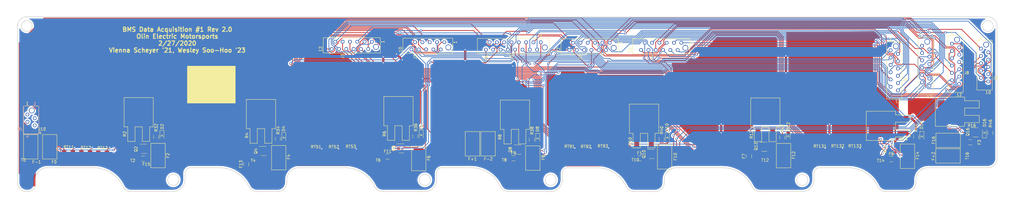
<source format=kicad_pcb>
(kicad_pcb (version 20171130) (host pcbnew 5.1.5-52549c5~84~ubuntu18.04.1)
  (layers (0 F.Cu signal) (31 B.Cu signal) (34 B.Paste user) (35 F.Paste user) (36 B.SilkS user) (37 F.SilkS user) (38 B.Mask user) (39 F.Mask user) (44 Edge.Cuts user))
  (net 0 "")
  (net 1 /C5_T3)
  (net 2 /C9_T1)
  (net 3 /C9_T2)
  (net 4 /C13_T1)
  (net 5 /C13_T3)
  (net 6 /C9_T3)
  (net 7 /C13_T2)
  (net 8 /C1_T2)
  (net 9 /C5_T1)
  (net 10 /C1_T1)
  (net 11 /C5_T2)
  (net 12 /C1_T3)
  (net 13 /C15_T2)
  (net 14 /C11_T3)
  (net 15 /C15_T3)
  (net 16 /C15_T1)
  (net 17 /C11_T2)
  (net 18 /C11_T1)
  (net 19 /C7_T3)
  (net 20 /C3_T3)
  (net 21 /C7_T2)
  (net 22 /C3_T1)
  (net 23 /C7_T1)
  (net 24 /C3_T2)
  (net 25 "Net-(D2-Pad2)")
  (net 26 "Net-(D2-Pad1)")
  (net 27 "Net-(D4-Pad2)")
  (net 28 "Net-(D4-Pad1)")
  (net 29 "Net-(D6-Pad2)")
  (net 30 "Net-(D6-Pad1)")
  (net 31 "Net-(D8-Pad2)")
  (net 32 "Net-(D8-Pad1)")
  (net 33 "Net-(D10-Pad2)")
  (net 34 "Net-(D10-Pad1)")
  (net 35 "Net-(D12-Pad1)")
  (net 36 "Net-(D12-Pad2)")
  (net 37 "Net-(D14-Pad1)")
  (net 38 "Net-(D14-Pad2)")
  (net 39 "Net-(D16-Pad1)")
  (net 40 "Net-(D16-Pad2)")
  (net 41 /C0)
  (net 42 /C1)
  (net 43 /C2)
  (net 44 /C3)
  (net 45 /C4)
  (net 46 /C5)
  (net 47 /C6)
  (net 48 /C7)
  (net 49 /C8)
  (net 50 /C9)
  (net 51 /C10)
  (net 52 /C11)
  (net 53 /C12)
  (net 54 /C13)
  (net 55 /C14)
  (net 56 /C15)
  (net 57 /C16)
  (net 58 /V+1)
  (net 59 /V+2)
  (net 60 /V-1)
  (net 61 /V-2)
  (net 62 /Q12)
  (net 63 /Q14)
  (net 64 /Q16)
  (net 65 /Q10)
  (net 66 /Q15)
  (net 67 /Q13)
  (net 68 /Q11)
  (net 69 /Q9)
  (net 70 /Q8)
  (net 71 /Q7)
  (net 72 /Q6)
  (net 73 /Q5)
  (net 74 /Q4)
  (net 75 /Q3)
  (net 76 /Q2)
  (net 77 /Q1)
  (net 78 "Net-(R2-PadEP)")
  (net 79 "Net-(R4-PadEP)")
  (net 80 "Net-(R6-PadEP)")
  (net 81 "Net-(R8-PadEP)")
  (net 82 "Net-(R10-PadEP)")
  (net 83 "Net-(R12-PadEP)")
  (net 84 "Net-(R14-PadEP)")
  (net 85 "Net-(R16-PadEP)")
  (net 86 /GND1)
  (net 87 "Net-(F+2-Pad1)")
  (net 88 /PWR1)
  (net 89 /PWR3)
  (net 90 /PWR5)
  (net 91 /PWR7)
  (net 92 /PWR9)
  (net 93 /PWR11)
  (net 94 /PWR13)
  (net 95 /PWR15)
  (net 96 /PWR14)
  (net 97 /PWR16)
  (net 98 /PWR8)
  (net 99 /PWR10)
  (net 100 /PWR12)
  (net 101 /PWR6)
  (net 102 /PWR4)
  (net 103 /PWR2)
  (net 104 "Net-(J7-Pad1)")
  (net 105 "Net-(F1-Pad2)")
  (net 106 "Net-(F3-Pad2)")
  (net 107 "Net-(F5-Pad2)")
  (net 108 "Net-(F7-Pad2)")
  (net 109 "Net-(F9-Pad2)")
  (net 110 "Net-(F11-Pad2)")
  (net 111 "Net-(F13-Pad2)")
  (net 112 "Net-(F15-Pad2)")
  (net 113 "Net-(J10-Pad3)")
  (net 114 "Net-(J10-Pad1)")
  (net 115 "Net-(J10-Pad2)")
  (net 116 "Net-(J10-Pad4)")
  (module footprints:Tab_connect_BMS (layer F.Cu) (at 122.7533 154.9275)
    (fp_text reference T4 (at -1.8493 -5.0675) (layer F.SilkS))
    (fp_text value Tab_Connect_BMS hide)
    (pad 1 smd rect (at 0 0) (size 5 8) (layers F.Cu F.Paste F.Mask) (net 90 /PWR5))
  )
  (module footprints:micromatch_female_vert_12 (layer F.Cu) (at 239.6654 108.8546 270)
    (fp_text reference J2 (at 5.08 5.08 90) (layer F.SilkS))
    (fp_text value MM_M_VT_12 hide)
    (fp_text user 1 (at 0 -8.89 90) (layer F.SilkS))
    (fp_text user 12 (at 2.54 12.7 90) (layer F.SilkS))
    (pad 13 thru_hole circle (at 1.8 -6.48 270) (size 2 2) (drill 1.5) (layers *.Cu *.Mask))
    (pad 12 thru_hole circle (at 2.54 8.89 270) (size 1.3 1.3) (drill 0.8) (layers *.Cu *.Mask) (net 86 /GND1))
    (pad 11 thru_hole circle (at 0 7.62 270) (size 1.3 1.3) (drill 0.8) (layers *.Cu *.Mask) (net 43 /C2))
    (pad 10 thru_hole circle (at 2.54 6.35 270) (size 1.3 1.3) (drill 0.8) (layers *.Cu *.Mask) (net 45 /C4))
    (pad 9 thru_hole circle (at 0 5.08 270) (size 1.3 1.3) (drill 0.8) (layers *.Cu *.Mask) (net 22 /C3_T1))
    (pad 8 thru_hole circle (at 2.54 3.81 270) (size 1.3 1.3) (drill 0.8) (layers *.Cu *.Mask) (net 24 /C3_T2))
    (pad 6 thru_hole circle (at 2.54 1.27 270) (size 1.3 1.3) (drill 0.8) (layers *.Cu *.Mask) (net 47 /C6))
    (pad 4 thru_hole circle (at 2.54 -1.27 270) (size 1.3 1.3) (drill 0.8) (layers *.Cu *.Mask) (net 60 /V-1))
    (pad 2 thru_hole circle (at 2.54 -3.81 270) (size 1.3 1.3) (drill 0.8) (layers *.Cu *.Mask) (net 23 /C7_T1))
    (pad 7 thru_hole circle (at 0 2.54 270) (size 1.3 1.3) (drill 0.8) (layers *.Cu *.Mask) (net 20 /C3_T3))
    (pad 1 thru_hole circle (at 0 -5.08 270) (size 1.3 1.3) (drill 0.8) (layers *.Cu *.Mask) (net 21 /C7_T2))
    (pad 3 thru_hole circle (at 0 -2.54 270) (size 1.3 1.3) (drill 0.8) (layers *.Cu *.Mask) (net 49 /C8))
    (pad 5 thru_hole circle (at 0 0 270) (size 1.3 1.3) (drill 0.8) (layers *.Cu *.Mask) (net 59 /V+2))
  )
  (module footprints:Thermistor (layer F.Cu) (at 154.9746 148.2854)
    (fp_text reference RT53 (at -0.1284 -3.302) (layer F.SilkS))
    (fp_text value Thermistor hide)
    (pad 1 smd rect (at -1.5 0) (size 1.5 4) (layers F.Cu F.Paste F.Mask) (net 1 /C5_T3))
    (pad 2 smd rect (at 1.5 0) (size 1.5 4) (layers F.Cu F.Paste F.Mask) (net 86 /GND1))
  )
  (module footprints:SOT-23-3_OEM (layer F.Cu) (at 171.3943 145.6311)
    (fp_text reference Q6 (at -1.7338 -0.0422 90) (layer F.SilkS))
    (fp_text value BSS308PE hide)
    (pad 1 smd rect (at 0 0) (size 0.9 0.8) (layers F.Cu F.Paste F.Mask) (net 72 /Q6))
    (pad 2 smd rect (at 2 1.05) (size 0.9 0.8) (layers F.Cu F.Paste F.Mask) (net 110 "Net-(F11-Pad2)"))
    (pad 3 smd rect (at 2 -1.05) (size 0.9 0.8) (layers F.Cu F.Paste F.Mask) (net 29 "Net-(D6-Pad2)"))
  )
  (module footprints:micromatch_female_vert_12 (layer F.Cu) (at 353.2329 114.986)
    (fp_text reference J7 (at 5.08 5.08) (layer F.SilkS))
    (fp_text value MM_M_VT_12 hide)
    (fp_text user 12 (at 2.54 12.7) (layer F.SilkS))
    (fp_text user 1 (at 0 -8.89) (layer F.SilkS))
    (pad 5 thru_hole circle (at 0 0) (size 1.3 1.3) (drill 0.8) (layers *.Cu *.Mask) (net 19 /C7_T3))
    (pad 3 thru_hole circle (at 0 -2.54) (size 1.3 1.3) (drill 0.8) (layers *.Cu *.Mask) (net 73 /Q5))
    (pad 1 thru_hole circle (at 0 -5.08) (size 1.3 1.3) (drill 0.8) (layers *.Cu *.Mask) (net 104 "Net-(J7-Pad1)"))
    (pad 7 thru_hole circle (at 0 2.54) (size 1.3 1.3) (drill 0.8) (layers *.Cu *.Mask) (net 23 /C7_T1))
    (pad 2 thru_hole circle (at 2.54 -3.81) (size 1.3 1.3) (drill 0.8) (layers *.Cu *.Mask) (net 90 /PWR5))
    (pad 4 thru_hole circle (at 2.54 -1.27) (size 1.3 1.3) (drill 0.8) (layers *.Cu *.Mask) (net 101 /PWR6))
    (pad 6 thru_hole circle (at 2.54 1.27) (size 1.3 1.3) (drill 0.8) (layers *.Cu *.Mask) (net 21 /C7_T2))
    (pad 8 thru_hole circle (at 2.54 3.81) (size 1.3 1.3) (drill 0.8) (layers *.Cu *.Mask) (net 48 /C7))
    (pad 9 thru_hole circle (at 0 5.08) (size 1.3 1.3) (drill 0.8) (layers *.Cu *.Mask) (net 91 /PWR7))
    (pad 10 thru_hole circle (at 2.54 6.35) (size 1.3 1.3) (drill 0.8) (layers *.Cu *.Mask) (net 71 /Q7))
    (pad 11 thru_hole circle (at 0 7.62) (size 1.3 1.3) (drill 0.8) (layers *.Cu *.Mask) (net 98 /PWR8))
    (pad 12 thru_hole circle (at 2.54 8.89) (size 1.3 1.3) (drill 0.8) (layers *.Cu *.Mask) (net 50 /C9))
    (pad 13 thru_hole circle (at 1.8 -6.48) (size 2 2) (drill 1.5) (layers *.Cu *.Mask))
  )
  (module footprints:SOT-23-3_OEM (layer F.Cu) (at 82.0752 145.7708)
    (fp_text reference Q2 (at -1.8288 0.1016 90) (layer F.SilkS))
    (fp_text value BSS308PE hide)
    (pad 3 smd rect (at 2 -1.05) (size 0.9 0.8) (layers F.Cu F.Paste F.Mask) (net 25 "Net-(D2-Pad2)"))
    (pad 2 smd rect (at 2 1.05) (size 0.9 0.8) (layers F.Cu F.Paste F.Mask) (net 112 "Net-(F15-Pad2)"))
    (pad 1 smd rect (at 0 0) (size 0.9 0.8) (layers F.Cu F.Paste F.Mask) (net 76 /Q2))
  )
  (module footprints:Fuse_1206 (layer F.Cu) (at 342.522 149.352)
    (fp_text reference F5 (at 0 -1.82) (layer F.SilkS))
    (fp_text value 1.5A_Fuse hide)
    (pad 2 smd roundrect (at 1.4 0) (size 1.25 1.75) (layers F.Cu F.Paste F.Mask) (roundrect_rratio 0.2) (net 107 "Net-(F5-Pad2)"))
    (pad 1 smd roundrect (at -1.4 0) (size 1.25 1.75) (layers F.Cu F.Paste F.Mask) (roundrect_rratio 0.2) (net 95 /PWR15))
  )
  (module footprints:micromatch_female_vert_16 (layer F.Cu) (at 215.7254 108.7146 270)
    (fp_text reference J5 (at 5.08 5.08 90) (layer F.SilkS))
    (fp_text value MM_M_VT_16 hide)
    (fp_text user 1 (at -2.3876 -4.7752 90) (layer F.SilkS))
    (fp_text user 16 (at 5.4356 13.7922 90) (layer F.SilkS))
    (pad 17 thru_hole circle (at 1.8 -6.48 270) (size 2 2) (drill 1.5) (layers *.Cu *.Mask))
    (pad 16 thru_hole circle (at 2.54 13.97 270) (size 1.3 1.3) (drill 0.8) (layers *.Cu *.Mask) (net 77 /Q1))
    (pad 15 thru_hole circle (at 0 12.7 270) (size 1.3 1.3) (drill 0.8) (layers *.Cu *.Mask) (net 76 /Q2))
    (pad 14 thru_hole circle (at 2.54 11.43 270) (size 1.3 1.3) (drill 0.8) (layers *.Cu *.Mask) (net 75 /Q3))
    (pad 13 thru_hole circle (at 0 10.16 270) (size 1.3 1.3) (drill 0.8) (layers *.Cu *.Mask) (net 74 /Q4))
    (pad 12 thru_hole circle (at 2.54 8.89 270) (size 1.3 1.3) (drill 0.8) (layers *.Cu *.Mask) (net 73 /Q5))
    (pad 11 thru_hole circle (at 0 7.62 270) (size 1.3 1.3) (drill 0.8) (layers *.Cu *.Mask) (net 72 /Q6))
    (pad 10 thru_hole circle (at 2.54 6.35 270) (size 1.3 1.3) (drill 0.8) (layers *.Cu *.Mask) (net 71 /Q7))
    (pad 9 thru_hole circle (at 0 5.08 270) (size 1.3 1.3) (drill 0.8) (layers *.Cu *.Mask) (net 70 /Q8))
    (pad 8 thru_hole circle (at 2.54 3.81 270) (size 1.3 1.3) (drill 0.8) (layers *.Cu *.Mask) (net 69 /Q9))
    (pad 6 thru_hole circle (at 2.54 1.27 270) (size 1.3 1.3) (drill 0.8) (layers *.Cu *.Mask) (net 68 /Q11))
    (pad 4 thru_hole circle (at 2.54 -1.27 270) (size 1.3 1.3) (drill 0.8) (layers *.Cu *.Mask) (net 67 /Q13))
    (pad 2 thru_hole circle (at 2.54 -3.81 270) (size 1.3 1.3) (drill 0.8) (layers *.Cu *.Mask) (net 66 /Q15))
    (pad 7 thru_hole circle (at 0 2.54 270) (size 1.3 1.3) (drill 0.8) (layers *.Cu *.Mask) (net 65 /Q10))
    (pad 1 thru_hole circle (at 0 -5.08 270) (size 1.3 1.3) (drill 0.8) (layers *.Cu *.Mask) (net 64 /Q16))
    (pad 3 thru_hole circle (at 0 -2.54 270) (size 1.3 1.3) (drill 0.8) (layers *.Cu *.Mask) (net 63 /Q14))
    (pad 5 thru_hole circle (at 0 0 270) (size 1.3 1.3) (drill 0.8) (layers *.Cu *.Mask) (net 62 /Q12))
  )
  (module footprints:R_0805_OEM (layer F.Cu) (at 129.5351 142.3291 90)
    (fp_text reference R34 (at 2.982 0.0762 90) (layer F.SilkS))
    (fp_text value R_475 hide)
    (pad 1 smd rect (at -0.95 0 90) (size 0.7 1.3) (layers F.Cu F.Paste F.Mask) (net 28 "Net-(D4-Pad1)"))
    (pad 2 smd rect (at 0.95 0 90) (size 0.7 1.3) (layers F.Cu F.Paste F.Mask) (net 102 /PWR4))
  )
  (module footprints:Tab_connect_BMS (layer F.Cu) (at 253.6395 154.6735)
    (fp_text reference T10 (at 0 -5.08) (layer F.SilkS))
    (fp_text value Tab_Connect_BMS hide)
    (pad 1 smd rect (at 0 0) (size 5 8) (layers F.Cu F.Paste F.Mask) (net 93 /PWR11))
  )
  (module footprints:Thermistor (layer F.Cu) (at 56.8149 148.1838)
    (fp_text reference RT11 (at 0.0508 -2.9972) (layer F.SilkS))
    (fp_text value Thermistor hide)
    (pad 2 smd rect (at 1.5 0) (size 1.5 4) (layers F.Cu F.Paste F.Mask) (net 86 /GND1))
    (pad 1 smd rect (at -1.5 0) (size 1.5 4) (layers F.Cu F.Paste F.Mask) (net 10 /C1_T1))
  )
  (module footprints:R_0805_OEM (layer F.Cu) (at 217.7366 142.5831 90)
    (fp_text reference R38 (at 3.1369 0.0635 90) (layer F.SilkS))
    (fp_text value R_475 hide)
    (pad 2 smd rect (at 0.95 0 90) (size 0.7 1.3) (layers F.Cu F.Paste F.Mask) (net 98 /PWR8))
    (pad 1 smd rect (at -0.95 0 90) (size 0.7 1.3) (layers F.Cu F.Paste F.Mask) (net 32 "Net-(D8-Pad1)"))
  )
  (module footprints:Tab_connect_BMS (layer F.Cu) (at 166.2635 154.5719)
    (fp_text reference T6 (at -1.9255 -4.8389) (layer F.SilkS))
    (fp_text value Tab_Connect_BMS hide)
    (pad 1 smd rect (at 0 0) (size 5 8) (layers F.Cu F.Paste F.Mask) (net 91 /PWR7))
  )
  (module footprints:PWR163 (layer F.Cu) (at 362.923 132.8549 90)
    (fp_text reference R16 (at -4.8133 7.5692 180) (layer F.SilkS))
    (fp_text value R_3.3_25W_TO163 hide)
    (pad 1 smd rect (at -2.54 7.625 90) (size 1.65 3.81) (layers F.Cu F.Paste F.Mask) (net 40 "Net-(D16-Pad2)"))
    (pad 2 smd rect (at 2.54 7.625 90) (size 1.65 3.81) (layers F.Cu F.Paste F.Mask) (net 97 /PWR16))
    (pad EP smd rect (at 0 0 90) (size 7.87 8.51) (layers F.Cu F.Paste F.Mask) (net 85 "Net-(R16-PadEP)"))
  )
  (module footprints:Fuse_1206 (layer F.Cu) (at 369.948 143.51)
    (fp_text reference F3 (at 3.172 0 90) (layer F.SilkS))
    (fp_text value 1.5A_Fuse hide)
    (pad 1 smd roundrect (at -1.4 0) (size 1.25 1.75) (layers F.Cu F.Paste F.Mask) (roundrect_rratio 0.2) (net 87 "Net-(F+2-Pad1)"))
    (pad 2 smd roundrect (at 1.4 0) (size 1.25 1.75) (layers F.Cu F.Paste F.Mask) (roundrect_rratio 0.2) (net 106 "Net-(F3-Pad2)"))
  )
  (module footprints:R_0805_OEM (layer F.Cu) (at 376.9438 140.2463 90)
    (fp_text reference R46 (at 3.2893 0.0381 90) (layer F.SilkS))
    (fp_text value R_475 hide)
    (pad 1 smd rect (at -0.95 0 90) (size 0.7 1.3) (layers F.Cu F.Paste F.Mask) (net 39 "Net-(D16-Pad1)"))
    (pad 2 smd rect (at 0.95 0 90) (size 0.7 1.3) (layers F.Cu F.Paste F.Mask) (net 97 /PWR16))
  )
  (module footprints:Thermistor (layer F.Cu) (at 230.8698 148.1203)
    (fp_text reference RT91 (at -0.0776 -3.175) (layer F.SilkS))
    (fp_text value Thermistor hide)
    (pad 2 smd rect (at 1.5 0) (size 1.5 4) (layers F.Cu F.Paste F.Mask) (net 86 /GND1))
    (pad 1 smd rect (at -1.5 0) (size 1.5 4) (layers F.Cu F.Paste F.Mask) (net 2 /C9_T1))
  )
  (module footprints:Thermistor (layer F.Cu) (at 323.9086 148.1076)
    (fp_text reference RT132 (at 0.0254 -3.302) (layer F.SilkS))
    (fp_text value Thermistor hide)
    (pad 2 smd rect (at 1.5 0) (size 1.5 4) (layers F.Cu F.Paste F.Mask) (net 86 /GND1))
    (pad 1 smd rect (at -1.5 0) (size 1.5 4) (layers F.Cu F.Paste F.Mask) (net 7 /C13_T2))
  )
  (module footprints:Tab_connect_BMS (layer F.Cu) (at 79.1034 154.9529)
    (fp_text reference T2 (at 0 -5.08) (layer F.SilkS))
    (fp_text value Tab_Connect_BMS hide)
    (pad 1 smd rect (at 0 0) (size 5 8) (layers F.Cu F.Paste F.Mask) (net 89 /PWR3))
  )
  (module footprints:Fuse_1812 (layer F.Cu) (at 348.1402 151.1302 90)
    (fp_text reference F14 (at 3.0226 3.5052 90) (layer F.SilkS))
    (fp_text value 200mA_Fuse hide)
    (pad 1 smd rect (at 0 0 90) (size 1.78 3.5) (layers F.Cu F.Paste F.Mask) (net 95 /PWR15))
    (pad 2 smd rect (at 5.28 0 90) (size 1.78 3.5) (layers F.Cu F.Paste F.Mask) (net 55 /C14))
  )
  (module footprints:micromatch_female_vert_4 (layer F.Cu) (at 42.545 138.9126)
    (fp_text reference J10 (at 5.08 0) (layer F.SilkS))
    (fp_text value MM_F_VT_04 hide)
    (fp_text user 4 (at 4.445 1.2954) (layer F.SilkS))
    (fp_text user 1 (at 0 -8.89) (layer F.SilkS))
    (pad 3 thru_hole circle (at 0 -2.54) (size 1.3 1.3) (drill 0.8) (layers *.Cu *.Mask) (net 113 "Net-(J10-Pad3)"))
    (pad 1 thru_hole circle (at 0 -5.08) (size 1.3 1.3) (drill 0.8) (layers *.Cu *.Mask) (net 114 "Net-(J10-Pad1)"))
    (pad 2 thru_hole circle (at 2.54 -3.81) (size 1.3 1.3) (drill 0.8) (layers *.Cu *.Mask) (net 115 "Net-(J10-Pad2)"))
    (pad 4 thru_hole circle (at 2.54 -1.27) (size 1.3 1.3) (drill 0.8) (layers *.Cu *.Mask) (net 116 "Net-(J10-Pad4)"))
    (pad 5 thru_hole circle (at 1.5 -6.48) (size 2 2) (drill 1.5) (layers *.Cu *.Mask))
  )
  (module footprints:Fuse_1812 (layer F.Cu) (at 218.0414 151.7398 90)
    (fp_text reference F8 (at 2.921 3.6322 90) (layer F.SilkS))
    (fp_text value 200mA_Fuse hide)
    (pad 2 smd rect (at 5.28 0 90) (size 1.78 3.5) (layers F.Cu F.Paste F.Mask) (net 49 /C8))
    (pad 1 smd rect (at 0 0 90) (size 1.78 3.5) (layers F.Cu F.Paste F.Mask) (net 92 /PWR9))
  )
  (module footprints:LED_0805_OEM (layer F.Cu) (at 374.8864 140.1447 90)
    (fp_text reference D16 (at 3.429 0.0381 270) (layer F.SilkS))
    (fp_text value LED_0805 hide)
    (pad 2 smd rect (at 1.1 0 270) (size 1.2 1.2) (layers F.Cu F.Paste F.Mask) (net 40 "Net-(D16-Pad2)"))
    (pad 1 smd rect (at -1.1 0 270) (size 1.2 1.2) (layers F.Cu F.Paste F.Mask) (net 39 "Net-(D16-Pad1)"))
  )
  (module footprints:SOT-23-3_OEM (layer F.Cu) (at 370.797 140.0431)
    (fp_text reference Q16 (at -1.7018 -0.1524 90) (layer F.SilkS))
    (fp_text value BSS308PE hide)
    (pad 3 smd rect (at 2 -1.05) (size 0.9 0.8) (layers F.Cu F.Paste F.Mask) (net 40 "Net-(D16-Pad2)"))
    (pad 2 smd rect (at 2 1.05) (size 0.9 0.8) (layers F.Cu F.Paste F.Mask) (net 106 "Net-(F3-Pad2)"))
    (pad 1 smd rect (at 0 0) (size 0.9 0.8) (layers F.Cu F.Paste F.Mask) (net 64 /Q16))
  )
  (module footprints:PWR163 (layer F.Cu) (at 123.655 133.6804)
    (fp_text reference R4 (at -4.9022 7.4422 90) (layer F.SilkS))
    (fp_text value R_3.3_25W_TO163 hide)
    (pad 1 smd rect (at -2.54 7.625) (size 1.65 3.81) (layers F.Cu F.Paste F.Mask) (net 27 "Net-(D4-Pad2)"))
    (pad 2 smd rect (at 2.54 7.625) (size 1.65 3.81) (layers F.Cu F.Paste F.Mask) (net 102 /PWR4))
    (pad EP smd rect (at 0 0) (size 7.87 8.51) (layers F.Cu F.Paste F.Mask) (net 79 "Net-(R4-PadEP)"))
  )
  (module footprints:Thermistor (layer F.Cu) (at 142.8574 148.2854)
    (fp_text reference RT51 (at -0.1016 -3.2004) (layer F.SilkS))
    (fp_text value Thermistor hide)
    (pad 1 smd rect (at -1.5 0) (size 1.5 4) (layers F.Cu F.Paste F.Mask) (net 9 /C5_T1))
    (pad 2 smd rect (at 1.5 0) (size 1.5 4) (layers F.Cu F.Paste F.Mask) (net 86 /GND1))
  )
  (module footprints:Thermistor (layer F.Cu) (at 329.776 148.2092)
    (fp_text reference RT133 (at 0.127 -3.4036) (layer F.SilkS))
    (fp_text value Thermistor hide)
    (pad 1 smd rect (at -1.5 0) (size 1.5 4) (layers F.Cu F.Paste F.Mask) (net 5 /C13_T3))
    (pad 2 smd rect (at 1.5 0) (size 1.5 4) (layers F.Cu F.Paste F.Mask) (net 86 /GND1))
  )
  (module footprints:Fuse_1812 (layer F.Cu) (at 178.4301 151.8795 90)
    (fp_text reference F6 (at 2.8702 3.4798 90) (layer F.SilkS))
    (fp_text value 200mA_Fuse hide)
    (pad 1 smd rect (at 0 0 90) (size 1.78 3.5) (layers F.Cu F.Paste F.Mask) (net 91 /PWR7))
    (pad 2 smd rect (at 5.28 0 90) (size 1.78 3.5) (layers F.Cu F.Paste F.Mask) (net 47 /C6))
  )
  (module footprints:Thermistor (layer F.Cu) (at 148.9266 148.2854)
    (fp_text reference RT52 (at 0.0268 -3.2004) (layer F.SilkS))
    (fp_text value Thermistor hide)
    (pad 2 smd rect (at 1.5 0) (size 1.5 4) (layers F.Cu F.Paste F.Mask) (net 86 /GND1))
    (pad 1 smd rect (at -1.5 0) (size 1.5 4) (layers F.Cu F.Paste F.Mask) (net 11 /C5_T2))
  )
  (module footprints:PWR163 (layer F.Cu) (at 338.9327 137.7698 90)
    (fp_text reference R14 (at -4.699 7.8486 180) (layer F.SilkS))
    (fp_text value R_3.3_25W_TO163 hide)
    (pad 1 smd rect (at -2.54 7.625 90) (size 1.65 3.81) (layers F.Cu F.Paste F.Mask) (net 38 "Net-(D14-Pad2)"))
    (pad 2 smd rect (at 2.54 7.625 90) (size 1.65 3.81) (layers F.Cu F.Paste F.Mask) (net 96 /PWR14))
    (pad EP smd rect (at 0 0 90) (size 7.87 8.51) (layers F.Cu F.Paste F.Mask) (net 84 "Net-(R14-PadEP)"))
  )
  (module footprints:Fuse_1812 (layer F.Cu) (at 202.522 146.7741 90)
    (fp_text reference F-2 (at -2.54 0.0762 180) (layer F.SilkS))
    (fp_text value 200mA_Fuse hide)
    (pad 1 smd rect (at 0 0 90) (size 1.78 3.5) (layers F.Cu F.Paste F.Mask) (net 92 /PWR9))
    (pad 2 smd rect (at 5.28 0 90) (size 1.78 3.5) (layers F.Cu F.Paste F.Mask) (net 61 /V-2))
  )
  (module footprints:LED_0805_OEM (layer F.Cu) (at 179.2683 141.021 270)
    (fp_text reference D6 (at -2.9718 -0.0254 270) (layer F.SilkS))
    (fp_text value LED_0805 hide)
    (pad 1 smd rect (at -1.1 0 90) (size 1.2 1.2) (layers F.Cu F.Paste F.Mask) (net 30 "Net-(D6-Pad1)"))
    (pad 2 smd rect (at 1.1 0 90) (size 1.2 1.2) (layers F.Cu F.Paste F.Mask) (net 29 "Net-(D6-Pad2)"))
  )
  (module footprints:Fuse_1812 (layer F.Cu) (at 129.8145 151.6255 90)
    (fp_text reference F4 (at 3.048 3.4544 90) (layer F.SilkS))
    (fp_text value 200mA_Fuse hide)
    (pad 1 smd rect (at 0 0 90) (size 1.78 3.5) (layers F.Cu F.Paste F.Mask) (net 90 /PWR5))
    (pad 2 smd rect (at 5.28 0 90) (size 1.78 3.5) (layers F.Cu F.Paste F.Mask) (net 45 /C4))
  )
  (module footprints:Thermistor (layer F.Cu) (at 68.6499 148.4124)
    (fp_text reference RT13 (at -0.024 -2.9464) (layer F.SilkS))
    (fp_text value Thermistor hide)
    (pad 2 smd rect (at 1.5 0) (size 1.5 4) (layers F.Cu F.Paste F.Mask) (net 86 /GND1))
    (pad 1 smd rect (at -1.5 0) (size 1.5 4) (layers F.Cu F.Paste F.Mask) (net 12 /C1_T3))
  )
  (module footprints:SOT-23-3_OEM (layer F.Cu) (at 258.318 147.574)
    (fp_text reference Q10 (at -1.7018 0.0254 90) (layer F.SilkS))
    (fp_text value BSS308PE hide)
    (pad 1 smd rect (at 0 0) (size 0.9 0.8) (layers F.Cu F.Paste F.Mask) (net 65 /Q10))
    (pad 2 smd rect (at 2 1.05) (size 0.9 0.8) (layers F.Cu F.Paste F.Mask) (net 105 "Net-(F1-Pad2)"))
    (pad 3 smd rect (at 2 -1.05) (size 0.9 0.8) (layers F.Cu F.Paste F.Mask) (net 33 "Net-(D10-Pad2)"))
  )
  (module footprints:LED_0805_OEM (layer F.Cu) (at 353.1694 141.4831 270)
    (fp_text reference D14 (at -3.9624 0.127 90) (layer F.SilkS))
    (fp_text value LED_0805 hide)
    (pad 2 smd rect (at 1.1 0 90) (size 1.2 1.2) (layers F.Cu F.Paste F.Mask) (net 38 "Net-(D14-Pad2)"))
    (pad 1 smd rect (at -1.1 0 90) (size 1.2 1.2) (layers F.Cu F.Paste F.Mask) (net 37 "Net-(D14-Pad1)"))
  )
  (module footprints:Fuse_1206 (layer F.Cu) (at 293.116 148.339 90)
    (fp_text reference F7 (at 0 -1.82 90) (layer F.SilkS))
    (fp_text value 1.5A_Fuse hide)
    (pad 1 smd roundrect (at -1.4 0 90) (size 1.25 1.75) (layers F.Cu F.Paste F.Mask) (roundrect_rratio 0.2) (net 94 /PWR13))
    (pad 2 smd roundrect (at 1.4 0 90) (size 1.25 1.75) (layers F.Cu F.Paste F.Mask) (roundrect_rratio 0.2) (net 108 "Net-(F7-Pad2)"))
  )
  (module footprints:R_0805_OEM (layer F.Cu) (at 351.1501 141.6433 90)
    (fp_text reference R44 (at 3.0861 0 90) (layer F.SilkS))
    (fp_text value R_475 hide)
    (pad 2 smd rect (at 0.95 0 90) (size 0.7 1.3) (layers F.Cu F.Paste F.Mask) (net 96 /PWR14))
    (pad 1 smd rect (at -0.95 0 90) (size 0.7 1.3) (layers F.Cu F.Paste F.Mask) (net 37 "Net-(D14-Pad1)"))
  )
  (module footprints:Fuse_1812 (layer F.Cu) (at 365.0566 142.8498 180)
    (fp_text reference F16 (at 7.8359 0.0889 270) (layer F.SilkS))
    (fp_text value 200mA_Fuse hide)
    (pad 1 smd rect (at 0 0 180) (size 1.78 3.5) (layers F.Cu F.Paste F.Mask) (net 87 "Net-(F+2-Pad1)"))
    (pad 2 smd rect (at 5.28 0 180) (size 1.78 3.5) (layers F.Cu F.Paste F.Mask) (net 57 /C16))
  )
  (module footprints:Fuse_1812 (layer F.Cu) (at 263.8249 151.3334 90)
    (fp_text reference F10 (at 2.8194 3.7084 90) (layer F.SilkS))
    (fp_text value 200mA_Fuse hide)
    (pad 1 smd rect (at 0 0 90) (size 1.78 3.5) (layers F.Cu F.Paste F.Mask) (net 93 /PWR11))
    (pad 2 smd rect (at 5.28 0 90) (size 1.78 3.5) (layers F.Cu F.Paste F.Mask) (net 51 /C10))
  )
  (module footprints:SOT-23-3_OEM (layer F.Cu) (at 123.5153 146.5328)
    (fp_text reference Q4 (at -1.6764 0.0508 90) (layer F.SilkS))
    (fp_text value BSS308PE hide)
    (pad 3 smd rect (at 2 -1.05) (size 0.9 0.8) (layers F.Cu F.Paste F.Mask) (net 27 "Net-(D4-Pad2)"))
    (pad 2 smd rect (at 2 1.05) (size 0.9 0.8) (layers F.Cu F.Paste F.Mask) (net 111 "Net-(F13-Pad2)"))
    (pad 1 smd rect (at 0 0) (size 0.9 0.8) (layers F.Cu F.Paste F.Mask) (net 74 /Q4))
  )
  (module footprints:Fuse_1206 (layer F.Cu) (at 255.146 149.098)
    (fp_text reference F1 (at 0 -1.82) (layer F.SilkS))
    (fp_text value 1.5A_Fuse hide)
    (pad 2 smd roundrect (at 1.4 0) (size 1.25 1.75) (layers F.Cu F.Paste F.Mask) (roundrect_rratio 0.2) (net 105 "Net-(F1-Pad2)"))
    (pad 1 smd roundrect (at -1.4 0) (size 1.25 1.75) (layers F.Cu F.Paste F.Mask) (roundrect_rratio 0.2) (net 93 /PWR11))
  )
  (module footprints:micromatch_female_vert_12 (layer F.Cu) (at 342.2982 116.5608)
    (fp_text reference J9 (at 5.08 5.08) (layer F.SilkS))
    (fp_text value MM_M_VT_12 hide)
    (fp_text user 1 (at 0 -8.89) (layer F.SilkS))
    (fp_text user 12 (at 2.54 12.7) (layer F.SilkS))
    (pad 13 thru_hole circle (at 1.8 -6.48) (size 2 2) (drill 1.5) (layers *.Cu *.Mask))
    (pad 12 thru_hole circle (at 2.54 8.89) (size 1.3 1.3) (drill 0.8) (layers *.Cu *.Mask) (net 46 /C5))
    (pad 11 thru_hole circle (at 0 7.62) (size 1.3 1.3) (drill 0.8) (layers *.Cu *.Mask) (net 102 /PWR4))
    (pad 10 thru_hole circle (at 2.54 6.35) (size 1.3 1.3) (drill 0.8) (layers *.Cu *.Mask) (net 75 /Q3))
    (pad 9 thru_hole circle (at 0 5.08) (size 1.3 1.3) (drill 0.8) (layers *.Cu *.Mask) (net 89 /PWR3))
    (pad 8 thru_hole circle (at 2.54 3.81) (size 1.3 1.3) (drill 0.8) (layers *.Cu *.Mask) (net 44 /C3))
    (pad 6 thru_hole circle (at 2.54 1.27) (size 1.3 1.3) (drill 0.8) (layers *.Cu *.Mask) (net 24 /C3_T2))
    (pad 4 thru_hole circle (at 2.54 -1.27) (size 1.3 1.3) (drill 0.8) (layers *.Cu *.Mask) (net 103 /PWR2))
    (pad 2 thru_hole circle (at 2.54 -3.81) (size 1.3 1.3) (drill 0.8) (layers *.Cu *.Mask) (net 88 /PWR1))
    (pad 7 thru_hole circle (at 0 2.54) (size 1.3 1.3) (drill 0.8) (layers *.Cu *.Mask) (net 22 /C3_T1))
    (pad 1 thru_hole circle (at 0 -5.08) (size 1.3 1.3) (drill 0.8) (layers *.Cu *.Mask) (net 42 /C1))
    (pad 3 thru_hole circle (at 0 -2.54) (size 1.3 1.3) (drill 0.8) (layers *.Cu *.Mask) (net 77 /Q1))
    (pad 5 thru_hole circle (at 0 0) (size 1.3 1.3) (drill 0.8) (layers *.Cu *.Mask) (net 20 /C3_T3))
  )
  (module footprints:Fuse_1812 (layer F.Cu) (at 197.0991 146.7868 90)
    (fp_text reference F+1 (at -2.54 0 180) (layer F.SilkS))
    (fp_text value 200mA_Fuse hide)
    (pad 1 smd rect (at 0 0 90) (size 1.78 3.5) (layers F.Cu F.Paste F.Mask) (net 92 /PWR9))
    (pad 2 smd rect (at 5.28 0 90) (size 1.78 3.5) (layers F.Cu F.Paste F.Mask) (net 58 /V+1))
  )
  (module footprints:Fuse_1812 (layer F.Cu) (at 87.9045 150.8635 90)
    (fp_text reference F2 (at 2.7686 3.429 270) (layer F.SilkS))
    (fp_text value 200mA_Fuse hide)
    (pad 2 smd rect (at 5.28 0 90) (size 1.78 3.5) (layers F.Cu F.Paste F.Mask) (net 43 /C2))
    (pad 1 smd rect (at 0 0 90) (size 1.78 3.5) (layers F.Cu F.Paste F.Mask) (net 89 /PWR3))
  )
  (module footprints:PWR163 (layer F.Cu) (at 298.788 133.1343)
    (fp_text reference R12 (at -4.8006 7.6962 90) (layer F.SilkS))
    (fp_text value R_3.3_25W_TO163 hide)
    (pad EP smd rect (at 0 0) (size 7.87 8.51) (layers F.Cu F.Paste F.Mask) (net 83 "Net-(R12-PadEP)"))
    (pad 2 smd rect (at 2.54 7.625) (size 1.65 3.81) (layers F.Cu F.Paste F.Mask) (net 100 /PWR12))
    (pad 1 smd rect (at -2.54 7.625) (size 1.65 3.81) (layers F.Cu F.Paste F.Mask) (net 36 "Net-(D12-Pad2)"))
  )
  (module footprints:R_0805_OEM (layer F.Cu) (at 262.7708 142.3418 90)
    (fp_text reference R40 (at 3.0353 0.0381 90) (layer F.SilkS))
    (fp_text value R_475 hide)
    (pad 2 smd rect (at 0.95 0 90) (size 0.7 1.3) (layers F.Cu F.Paste F.Mask) (net 99 /PWR10))
    (pad 1 smd rect (at -0.95 0 90) (size 0.7 1.3) (layers F.Cu F.Paste F.Mask) (net 34 "Net-(D10-Pad1)"))
  )
  (module footprints:R_0805_OEM (layer F.Cu) (at 177.2617 141.402 90)
    (fp_text reference R36 (at 3.0734 0.1397 90) (layer F.SilkS))
    (fp_text value R_475 hide)
    (pad 1 smd rect (at -0.95 0 90) (size 0.7 1.3) (layers F.Cu F.Paste F.Mask) (net 30 "Net-(D6-Pad1)"))
    (pad 2 smd rect (at 0.95 0 90) (size 0.7 1.3) (layers F.Cu F.Paste F.Mask) (net 101 /PWR6))
  )
  (module footprints:micromatch_female_vert_12 (layer F.Cu) (at 264.5354 108.8546 270)
    (fp_text reference J4 (at 5.08 5.08 90) (layer F.SilkS))
    (fp_text value MM_M_VT_12 hide)
    (fp_text user 1 (at 0 -8.89 90) (layer F.SilkS))
    (fp_text user 12 (at 2.54 12.7 90) (layer F.SilkS))
    (pad 13 thru_hole circle (at 1.8 -6.48 270) (size 2 2) (drill 1.5) (layers *.Cu *.Mask))
    (pad 12 thru_hole circle (at 2.54 8.89 270) (size 1.3 1.3) (drill 0.8) (layers *.Cu *.Mask) (net 19 /C7_T3))
    (pad 11 thru_hole circle (at 0 7.62 270) (size 1.3 1.3) (drill 0.8) (layers *.Cu *.Mask) (net 51 /C10))
    (pad 10 thru_hole circle (at 2.54 6.35 270) (size 1.3 1.3) (drill 0.8) (layers *.Cu *.Mask) (net 53 /C12))
    (pad 9 thru_hole circle (at 0 5.08 270) (size 1.3 1.3) (drill 0.8) (layers *.Cu *.Mask) (net 18 /C11_T1))
    (pad 8 thru_hole circle (at 2.54 3.81 270) (size 1.3 1.3) (drill 0.8) (layers *.Cu *.Mask) (net 17 /C11_T2))
    (pad 6 thru_hole circle (at 2.54 1.27 270) (size 1.3 1.3) (drill 0.8) (layers *.Cu *.Mask) (net 55 /C14))
    (pad 4 thru_hole circle (at 2.54 -1.27 270) (size 1.3 1.3) (drill 0.8) (layers *.Cu *.Mask) (net 57 /C16))
    (pad 2 thru_hole circle (at 2.54 -3.81 270) (size 1.3 1.3) (drill 0.8) (layers *.Cu *.Mask) (net 13 /C15_T2))
    (pad 7 thru_hole circle (at 0 2.54 270) (size 1.3 1.3) (drill 0.8) (layers *.Cu *.Mask) (net 14 /C11_T3))
    (pad 1 thru_hole circle (at 0 -5.08 270) (size 1.3 1.3) (drill 0.8) (layers *.Cu *.Mask) (net 15 /C15_T3))
    (pad 3 thru_hole circle (at 0 -2.54 270) (size 1.3 1.3) (drill 0.8) (layers *.Cu *.Mask) (net 16 /C15_T1))
    (pad 5 thru_hole circle (at 0 0 270) (size 1.3 1.3) (drill 0.8) (layers *.Cu *.Mask) (net 58 /V+1))
  )
  (module footprints:LED_0805_OEM (layer F.Cu) (at 306.7636 141.402 270)
    (fp_text reference D12 (at -3.4798 0 90) (layer F.SilkS))
    (fp_text value LED_0805 hide)
    (pad 2 smd rect (at 1.1 0 90) (size 1.2 1.2) (layers F.Cu F.Paste F.Mask) (net 36 "Net-(D12-Pad2)"))
    (pad 1 smd rect (at -1.1 0 90) (size 1.2 1.2) (layers F.Cu F.Paste F.Mask) (net 35 "Net-(D12-Pad1)"))
  )
  (module footprints:LED_0805_OEM (layer F.Cu) (at 219.7432 142.2021 270)
    (fp_text reference D8 (at -3.2942 0.0508 270) (layer F.SilkS))
    (fp_text value LED_0805 hide)
    (pad 1 smd rect (at -1.1 0 90) (size 1.2 1.2) (layers F.Cu F.Paste F.Mask) (net 32 "Net-(D8-Pad1)"))
    (pad 2 smd rect (at 1.1 0 90) (size 1.2 1.2) (layers F.Cu F.Paste F.Mask) (net 31 "Net-(D8-Pad2)"))
  )
  (module footprints:SOT-23-3_OEM (layer F.Cu) (at 212.0597 146.05)
    (fp_text reference Q8 (at -1.8542 0 90) (layer F.SilkS))
    (fp_text value BSS308PE hide)
    (pad 1 smd rect (at 0 0) (size 0.9 0.8) (layers F.Cu F.Paste F.Mask) (net 70 /Q8))
    (pad 2 smd rect (at 2 1.05) (size 0.9 0.8) (layers F.Cu F.Paste F.Mask) (net 109 "Net-(F9-Pad2)"))
    (pad 3 smd rect (at 2 -1.05) (size 0.9 0.8) (layers F.Cu F.Paste F.Mask) (net 31 "Net-(D8-Pad2)"))
  )
  (module footprints:Tab_connect_BMS (layer F.Cu) (at 341.0028 154.7116)
    (fp_text reference T14 (at -2.1668 -4.8516) (layer F.SilkS))
    (fp_text value Tab_Connect_BMS hide)
    (pad 1 smd rect (at 0 0) (size 5 8) (layers F.Cu F.Paste F.Mask) (net 95 /PWR15))
  )
  (module footprints:micromatch_female_vert_12 (layer F.Cu) (at 157.0854 108.4946 270)
    (fp_text reference J3 (at 5.08 5.08 90) (layer F.SilkS))
    (fp_text value MM_M_VT_12 hide)
    (fp_text user 1 (at 0 -8.89 90) (layer F.SilkS))
    (fp_text user 12 (at 2.54 12.7 90) (layer F.SilkS))
    (pad 13 thru_hole circle (at 1.8 -6.48 270) (size 2 2) (drill 1.5) (layers *.Cu *.Mask))
    (pad 12 thru_hole circle (at 2.54 8.89 270) (size 1.3 1.3) (drill 0.8) (layers *.Cu *.Mask) (net 1 /C5_T3))
    (pad 11 thru_hole circle (at 0 7.62 270) (size 1.3 1.3) (drill 0.8) (layers *.Cu *.Mask) (net 48 /C7))
    (pad 10 thru_hole circle (at 2.54 6.35 270) (size 1.3 1.3) (drill 0.8) (layers *.Cu *.Mask) (net 50 /C9))
    (pad 9 thru_hole circle (at 0 5.08 270) (size 1.3 1.3) (drill 0.8) (layers *.Cu *.Mask) (net 2 /C9_T1))
    (pad 8 thru_hole circle (at 2.54 3.81 270) (size 1.3 1.3) (drill 0.8) (layers *.Cu *.Mask) (net 3 /C9_T2))
    (pad 6 thru_hole circle (at 2.54 1.27 270) (size 1.3 1.3) (drill 0.8) (layers *.Cu *.Mask) (net 52 /C11))
    (pad 4 thru_hole circle (at 2.54 -1.27 270) (size 1.3 1.3) (drill 0.8) (layers *.Cu *.Mask) (net 4 /C13_T1))
    (pad 2 thru_hole circle (at 2.54 -3.81 270) (size 1.3 1.3) (drill 0.8) (layers *.Cu *.Mask) (net 5 /C13_T3))
    (pad 7 thru_hole circle (at 0 2.54 270) (size 1.3 1.3) (drill 0.8) (layers *.Cu *.Mask) (net 6 /C9_T3))
    (pad 1 thru_hole circle (at 0 -5.08 270) (size 1.3 1.3) (drill 0.8) (layers *.Cu *.Mask) (net 56 /C15))
    (pad 3 thru_hole circle (at 0 -2.54 270) (size 1.3 1.3) (drill 0.8) (layers *.Cu *.Mask) (net 7 /C13_T2))
    (pad 5 thru_hole circle (at 0 0 270) (size 1.3 1.3) (drill 0.8) (layers *.Cu *.Mask) (net 54 /C13))
  )
  (module footprints:SOT-23-3_OEM (layer F.Cu) (at 297.466 145.068)
    (fp_text reference Q12 (at -1.9304 -0.1778 90) (layer F.SilkS))
    (fp_text value BSS308PE hide)
    (pad 1 smd rect (at 0 0) (size 0.9 0.8) (layers F.Cu F.Paste F.Mask) (net 62 /Q12))
    (pad 2 smd rect (at 2 1.05) (size 0.9 0.8) (layers F.Cu F.Paste F.Mask) (net 108 "Net-(F7-Pad2)"))
    (pad 3 smd rect (at 2 -1.05) (size 0.9 0.8) (layers F.Cu F.Paste F.Mask) (net 36 "Net-(D12-Pad2)"))
  )
  (module footprints:Fuse_1812 (layer F.Cu) (at 364.9931 148.2346 180)
    (fp_text reference F+2 (at 7.8359 -0.0889 270) (layer F.SilkS))
    (fp_text value 200mA_Fuse hide)
    (pad 2 smd rect (at 5.28 0 180) (size 1.78 3.5) (layers F.Cu F.Paste F.Mask) (net 59 /V+2))
    (pad 1 smd rect (at 0 0 180) (size 1.78 3.5) (layers F.Cu F.Paste F.Mask) (net 87 "Net-(F+2-Pad1)"))
  )
  (module footprints:PWR163 (layer F.Cu) (at 171.3943 132.6644)
    (fp_text reference R6 (at -4.8514 7.874 90) (layer F.SilkS))
    (fp_text value R_3.3_25W_TO163 hide)
    (pad EP smd rect (at 0 0) (size 7.87 8.51) (layers F.Cu F.Paste F.Mask) (net 80 "Net-(R6-PadEP)"))
    (pad 2 smd rect (at 2.54 7.625) (size 1.65 3.81) (layers F.Cu F.Paste F.Mask) (net 101 /PWR6))
    (pad 1 smd rect (at -2.54 7.625) (size 1.65 3.81) (layers F.Cu F.Paste F.Mask) (net 29 "Net-(D6-Pad2)"))
  )
  (module footprints:Thermistor (layer F.Cu) (at 317.8126 148.1076)
    (fp_text reference RT131 (at -0.0254 -3.2258) (layer F.SilkS))
    (fp_text value Thermistor hide)
    (pad 1 smd rect (at -1.5 0) (size 1.5 4) (layers F.Cu F.Paste F.Mask) (net 4 /C13_T1))
    (pad 2 smd rect (at 1.5 0) (size 1.5 4) (layers F.Cu F.Paste F.Mask) (net 86 /GND1))
  )
  (module footprints:SOT-23-3_OEM (layer F.Cu) (at 341.8918 145.9867)
    (fp_text reference Q14 (at -1.651 -0.0508 90) (layer F.SilkS))
    (fp_text value BSS308PE hide)
    (pad 3 smd rect (at 2 -1.05) (size 0.9 0.8) (layers F.Cu F.Paste F.Mask) (net 38 "Net-(D14-Pad2)"))
    (pad 2 smd rect (at 2 1.05) (size 0.9 0.8) (layers F.Cu F.Paste F.Mask) (net 107 "Net-(F5-Pad2)"))
    (pad 1 smd rect (at 0 0) (size 0.9 0.8) (layers F.Cu F.Paste F.Mask) (net 63 /Q14))
  )
  (module footprints:Thermistor (layer F.Cu) (at 236.6342 148.0187)
    (fp_text reference RT92 (at -0.1524 -2.9972) (layer F.SilkS))
    (fp_text value Thermistor hide)
    (pad 1 smd rect (at -1.5 0) (size 1.5 4) (layers F.Cu F.Paste F.Mask) (net 3 /C9_T2))
    (pad 2 smd rect (at 1.5 0) (size 1.5 4) (layers F.Cu F.Paste F.Mask) (net 86 /GND1))
  )
  (module footprints:Fuse_1812 (layer F.Cu) (at 305.138 150.8762 90)
    (fp_text reference F12 (at 2.8956 3.4798 90) (layer F.SilkS))
    (fp_text value 200mA_Fuse hide)
    (pad 2 smd rect (at 5.28 0 90) (size 1.78 3.5) (layers F.Cu F.Paste F.Mask) (net 53 /C12))
    (pad 1 smd rect (at 0 0 90) (size 1.78 3.5) (layers F.Cu F.Paste F.Mask) (net 94 /PWR13))
  )
  (module footprints:micromatch_female_vert_4 (layer B.Cu) (at 45.085 138.9126 180)
    (fp_text reference J8 (at 5.08 0 180) (layer B.SilkS) (effects (justify mirror)))
    (fp_text value MM_F_VT_04 hide)
    (fp_text user 1 (at 0 8.89 180) (layer B.SilkS) (effects (justify mirror)))
    (fp_text user 4 (at 2.54 -2.54 180) (layer B.SilkS) (effects (justify mirror)))
  )
  (module footprints:Fuse_1206 (layer F.Cu) (at 167.643 148.463)
    (fp_text reference F11 (at 0 -1.82) (layer F.SilkS))
    (fp_text value 1.5A_Fuse hide)
    (pad 2 smd roundrect (at 1.4 0) (size 1.25 1.75) (layers F.Cu F.Paste F.Mask) (roundrect_rratio 0.2) (net 110 "Net-(F11-Pad2)"))
    (pad 1 smd roundrect (at -1.4 0) (size 1.25 1.75) (layers F.Cu F.Paste F.Mask) (roundrect_rratio 0.2) (net 91 /PWR7))
  )
  (module footprints:Fuse_1812 (layer F.Cu) (at 43.688 147.828 90)
    (fp_text reference F-1 (at -2.54 2.032 180) (layer F.SilkS))
    (fp_text value 200mA_Fuse hide)
    (pad 2 smd rect (at 5.28 0 90) (size 1.78 3.5) (layers F.Cu F.Paste F.Mask) (net 60 /V-1))
    (pad 1 smd rect (at 0 0 90) (size 1.78 3.5) (layers F.Cu F.Paste F.Mask) (net 88 /PWR1))
  )
  (module footprints:PWR163 (layer F.Cu) (at 256.6748 135.306)
    (fp_text reference R10 (at -4.8006 7.8486 90) (layer F.SilkS))
    (fp_text value R_3.3_25W_TO163 hide)
    (pad 1 smd rect (at -2.54 7.625) (size 1.65 3.81) (layers F.Cu F.Paste F.Mask) (net 33 "Net-(D10-Pad2)"))
    (pad 2 smd rect (at 2.54 7.625) (size 1.65 3.81) (layers F.Cu F.Paste F.Mask) (net 99 /PWR10))
    (pad EP smd rect (at 0 0) (size 7.87 8.51) (layers F.Cu F.Paste F.Mask) (net 82 "Net-(R10-PadEP)"))
  )
  (module footprints:R_0805_OEM (layer F.Cu) (at 87.2314 141.6179 90)
    (fp_text reference R32 (at 3.2004 0.0381 90) (layer F.SilkS))
    (fp_text value R_475 hide)
    (pad 2 smd rect (at 0.95 0 90) (size 0.7 1.3) (layers F.Cu F.Paste F.Mask) (net 103 /PWR2))
    (pad 1 smd rect (at -0.95 0 90) (size 0.7 1.3) (layers F.Cu F.Paste F.Mask) (net 26 "Net-(D2-Pad1)"))
  )
  (module footprints:Fuse_1206 (layer F.Cu) (at 82.68 149.225)
    (fp_text reference F15 (at 1.14 1.905) (layer F.SilkS))
    (fp_text value 1.5A_Fuse hide)
    (pad 2 smd roundrect (at 1.4 0) (size 1.25 1.75) (layers F.Cu F.Paste F.Mask) (roundrect_rratio 0.2) (net 112 "Net-(F15-Pad2)"))
    (pad 1 smd roundrect (at -1.4 0) (size 1.25 1.75) (layers F.Cu F.Paste F.Mask) (roundrect_rratio 0.2) (net 89 /PWR3))
  )
  (module footprints:PWR163 (layer F.Cu) (at 81.1862 133.0327)
    (fp_text reference R2 (at -4.826 7.5946 90) (layer F.SilkS))
    (fp_text value R_3.3_25W_TO163 hide)
    (pad EP smd rect (at 0 0) (size 7.87 8.51) (layers F.Cu F.Paste F.Mask) (net 78 "Net-(R2-PadEP)"))
    (pad 2 smd rect (at 2.54 7.625) (size 1.65 3.81) (layers F.Cu F.Paste F.Mask) (net 103 /PWR2))
    (pad 1 smd rect (at -2.54 7.625) (size 1.65 3.81) (layers F.Cu F.Paste F.Mask) (net 25 "Net-(D2-Pad2)"))
  )
  (module footprints:Fuse_1206 (layer F.Cu) (at 118.491 151.127 90)
    (fp_text reference F13 (at 0 -1.82 90) (layer F.SilkS))
    (fp_text value 1.5A_Fuse hide)
    (pad 1 smd roundrect (at -1.4 0 90) (size 1.25 1.75) (layers F.Cu F.Paste F.Mask) (roundrect_rratio 0.2) (net 90 /PWR5))
    (pad 2 smd roundrect (at 1.4 0 90) (size 1.25 1.75) (layers F.Cu F.Paste F.Mask) (roundrect_rratio 0.2) (net 111 "Net-(F13-Pad2)"))
  )
  (module footprints:Tab_connect_BMS (layer F.Cu) (at 297.3275 154.5973)
    (fp_text reference T12 (at 1.3765 -4.8643) (layer F.SilkS))
    (fp_text value Tab_Connect_BMS hide)
    (pad 1 smd rect (at 0 0) (size 5 8) (layers F.Cu F.Paste F.Mask) (net 94 /PWR13))
  )
  (module footprints:Tab_connect_BMS (layer F.Cu) (at 373.972 148.2219 90)
    (fp_text reference T16 (at 0 -5.08 90) (layer F.SilkS))
    (fp_text value Tab_Connect_BMS hide)
    (pad 1 smd rect (at 0 0 90) (size 5 8) (layers F.Cu F.Paste F.Mask) (net 87 "Net-(F+2-Pad1)"))
  )
  (module footprints:Fuse_1812 (layer F.Cu) (at 50.292 147.828 90)
    (fp_text reference F0 (at -2.54 1.524 180) (layer F.SilkS))
    (fp_text value 200mA_Fuse hide)
    (pad 1 smd rect (at 0 0 90) (size 1.78 3.5) (layers F.Cu F.Paste F.Mask) (net 88 /PWR1))
    (pad 2 smd rect (at 5.28 0 90) (size 1.78 3.5) (layers F.Cu F.Paste F.Mask) (net 41 /C0))
  )
  (module footprints:micromatch_female_vert_10 (layer F.Cu) (at 373.6672 116.002)
    (fp_text reference J6 (at 5.08 5.08) (layer F.SilkS))
    (fp_text value MM_M_VT_10 hide)
    (fp_text user 1 (at 0 -8.89) (layer F.SilkS))
    (fp_text user 10 (at 2.54 10.16) (layer F.SilkS))
    (pad 11 thru_hole circle (at 1.8 -6.48) (size 2 2) (drill 1.5) (layers *.Cu *.Mask))
    (pad 10 thru_hole circle (at 2.54 6.35) (size 1.3 1.3) (drill 0.8) (layers *.Cu *.Mask) (net 95 /PWR15))
    (pad 9 thru_hole circle (at 0 5.08) (size 1.3 1.3) (drill 0.8) (layers *.Cu *.Mask) (net 66 /Q15))
    (pad 8 thru_hole circle (at 2.54 3.81) (size 1.3 1.3) (drill 0.8) (layers *.Cu *.Mask) (net 56 /C15))
    (pad 6 thru_hole circle (at 2.54 1.27) (size 1.3 1.3) (drill 0.8) (layers *.Cu *.Mask) (net 86 /GND1))
    (pad 4 thru_hole circle (at 2.54 -1.27) (size 1.3 1.3) (drill 0.8) (layers *.Cu *.Mask) (net 13 /C15_T2))
    (pad 2 thru_hole circle (at 2.54 -3.81) (size 1.3 1.3) (drill 0.8) (layers *.Cu *.Mask) (net 96 /PWR14))
    (pad 7 thru_hole circle (at 0 2.54) (size 1.3 1.3) (drill 0.8) (layers *.Cu *.Mask) (net 97 /PWR16))
    (pad 1 thru_hole circle (at 0 -5.08) (size 1.3 1.3) (drill 0.8) (layers *.Cu *.Mask) (net 67 /Q13))
    (pad 3 thru_hole circle (at 0 -2.54) (size 1.3 1.3) (drill 0.8) (layers *.Cu *.Mask) (net 15 /C15_T3))
    (pad 5 thru_hole circle (at 0 0) (size 1.3 1.3) (drill 0.8) (layers *.Cu *.Mask) (net 16 /C15_T1))
  )
  (module footprints:Thermistor (layer F.Cu) (at 242.6032 148.0187)
    (fp_text reference RT93 (at -0.254 -3.175) (layer F.SilkS))
    (fp_text value Thermistor hide)
    (pad 2 smd rect (at 1.5 0) (size 1.5 4) (layers F.Cu F.Paste F.Mask) (net 86 /GND1))
    (pad 1 smd rect (at -1.5 0) (size 1.5 4) (layers F.Cu F.Paste F.Mask) (net 6 /C9_T3))
  )
  (module footprints:PWR163 (layer F.Cu) (at 211.8438 133.909)
    (fp_text reference R8 (at -5.1816 7.7724 90) (layer F.SilkS))
    (fp_text value R_3.3_25W_TO163 hide)
    (pad 1 smd rect (at -2.54 7.625) (size 1.65 3.81) (layers F.Cu F.Paste F.Mask) (net 31 "Net-(D8-Pad2)"))
    (pad 2 smd rect (at 2.54 7.625) (size 1.65 3.81) (layers F.Cu F.Paste F.Mask) (net 98 /PWR8))
    (pad EP smd rect (at 0 0) (size 7.87 8.51) (layers F.Cu F.Paste F.Mask) (net 81 "Net-(R8-PadEP)"))
  )
  (module footprints:LED_0805_OEM (layer F.Cu) (at 89.2634 141.2242 270)
    (fp_text reference D2 (at -3.1926 -0.0762 90) (layer F.SilkS))
    (fp_text value LED_0805 hide)
    (pad 1 smd rect (at -1.1 0 90) (size 1.2 1.2) (layers F.Cu F.Paste F.Mask) (net 26 "Net-(D2-Pad1)"))
    (pad 2 smd rect (at 1.1 0 90) (size 1.2 1.2) (layers F.Cu F.Paste F.Mask) (net 25 "Net-(D2-Pad2)"))
  )
  (module footprints:LED_0805_OEM (layer F.Cu) (at 264.8028 141.9227 270)
    (fp_text reference D10 (at -3.6146 0.1524 90) (layer F.SilkS))
    (fp_text value LED_0805 hide)
    (pad 1 smd rect (at -1.1 0 90) (size 1.2 1.2) (layers F.Cu F.Paste F.Mask) (net 34 "Net-(D10-Pad1)"))
    (pad 2 smd rect (at 1.1 0 90) (size 1.2 1.2) (layers F.Cu F.Paste F.Mask) (net 33 "Net-(D10-Pad2)"))
  )
  (module footprints:R_0805_OEM (layer F.Cu) (at 304.7062 141.8211 90)
    (fp_text reference R42 (at 3.0734 0.0381 90) (layer F.SilkS))
    (fp_text value R_475 hide)
    (pad 1 smd rect (at -0.95 0 90) (size 0.7 1.3) (layers F.Cu F.Paste F.Mask) (net 35 "Net-(D12-Pad1)"))
    (pad 2 smd rect (at 0.95 0 90) (size 0.7 1.3) (layers F.Cu F.Paste F.Mask) (net 100 /PWR12))
  )
  (module footprints:Fuse_1206 (layer F.Cu) (at 211.328 149.098)
    (fp_text reference F9 (at 0 -1.82) (layer F.SilkS))
    (fp_text value 1.5A_Fuse hide)
    (pad 1 smd roundrect (at -1.4 0) (size 1.25 1.75) (layers F.Cu F.Paste F.Mask) (roundrect_rratio 0.2) (net 92 /PWR9))
    (pad 2 smd roundrect (at 1.4 0) (size 1.25 1.75) (layers F.Cu F.Paste F.Mask) (roundrect_rratio 0.2) (net 109 "Net-(F9-Pad2)"))
  )
  (module footprints:Tab_connect_BMS (layer F.Cu) (at 42.9338 154.8005)
    (fp_text reference T0 (at -1.7858 -5.08) (layer F.SilkS))
    (fp_text value Tab_Connect_BMS hide)
    (pad 1 smd rect (at 0 0) (size 5 8) (layers F.Cu F.Paste F.Mask) (net 88 /PWR1))
  )
  (module footprints:micromatch_female_vert_12 (layer F.Cu) (at 363.5961 114.2748)
    (fp_text reference J8 (at 5.08 5.08) (layer F.SilkS))
    (fp_text value MM_M_VT_12 hide)
    (fp_text user 1 (at 0 -8.89) (layer F.SilkS))
    (fp_text user 12 (at 2.54 12.7) (layer F.SilkS))
    (pad 13 thru_hole circle (at 1.8 -6.48) (size 2 2) (drill 1.5) (layers *.Cu *.Mask))
    (pad 12 thru_hole circle (at 2.54 8.89) (size 1.3 1.3) (drill 0.8) (layers *.Cu *.Mask) (net 94 /PWR13))
    (pad 11 thru_hole circle (at 0 7.62) (size 1.3 1.3) (drill 0.8) (layers *.Cu *.Mask) (net 54 /C13))
    (pad 10 thru_hole circle (at 2.54 6.35) (size 1.3 1.3) (drill 0.8) (layers *.Cu *.Mask) (net 100 /PWR12))
    (pad 9 thru_hole circle (at 0 5.08) (size 1.3 1.3) (drill 0.8) (layers *.Cu *.Mask) (net 68 /Q11))
    (pad 8 thru_hole circle (at 2.54 3.81) (size 1.3 1.3) (drill 0.8) (layers *.Cu *.Mask) (net 93 /PWR11))
    (pad 6 thru_hole circle (at 2.54 1.27) (size 1.3 1.3) (drill 0.8) (layers *.Cu *.Mask) (net 18 /C11_T1))
    (pad 4 thru_hole circle (at 2.54 -1.27) (size 1.3 1.3) (drill 0.8) (layers *.Cu *.Mask) (net 14 /C11_T3))
    (pad 2 thru_hole circle (at 2.54 -3.81) (size 1.3 1.3) (drill 0.8) (layers *.Cu *.Mask) (net 69 /Q9))
    (pad 7 thru_hole circle (at 0 2.54) (size 1.3 1.3) (drill 0.8) (layers *.Cu *.Mask) (net 52 /C11))
    (pad 1 thru_hole circle (at 0 -5.08) (size 1.3 1.3) (drill 0.8) (layers *.Cu *.Mask) (net 92 /PWR9))
    (pad 3 thru_hole circle (at 0 -2.54) (size 1.3 1.3) (drill 0.8) (layers *.Cu *.Mask) (net 99 /PWR10))
    (pad 5 thru_hole circle (at 0 0) (size 1.3 1.3) (drill 0.8) (layers *.Cu *.Mask) (net 17 /C11_T2))
  )
  (module footprints:Tab_connect_BMS (layer F.Cu) (at 209.9515 154.737)
    (fp_text reference T8 (at -1.7985 -5.08) (layer F.SilkS))
    (fp_text value Tab_Connect_BMS hide)
    (pad 1 smd rect (at 0 0) (size 5 8) (layers F.Cu F.Paste F.Mask) (net 92 /PWR9))
  )
  (module footprints:Thermistor (layer F.Cu) (at 62.7825 148.3108)
    (fp_text reference RT12 (at 0.0522 -2.921) (layer F.SilkS))
    (fp_text value Thermistor hide)
    (pad 1 smd rect (at -1.5 0) (size 1.5 4) (layers F.Cu F.Paste F.Mask) (net 8 /C1_T2))
    (pad 2 smd rect (at 1.5 0) (size 1.5 4) (layers F.Cu F.Paste F.Mask) (net 86 /GND1))
  )
  (module footprints:LED_0805_OEM (layer F.Cu) (at 131.529 141.91 270)
    (fp_text reference D4 (at -3.1496 0.0254 90) (layer F.SilkS))
    (fp_text value LED_0805 hide)
    (pad 1 smd rect (at -1.1 0 90) (size 1.2 1.2) (layers F.Cu F.Paste F.Mask) (net 28 "Net-(D4-Pad1)"))
    (pad 2 smd rect (at 1.1 0 90) (size 1.2 1.2) (layers F.Cu F.Paste F.Mask) (net 27 "Net-(D4-Pad2)"))
  )
  (module footprints:micromatch_female_vert_10 (layer F.Cu) (at 182.2454 108.6646 270)
    (fp_text reference J1 (at 5.08 5.08 90) (layer F.SilkS))
    (fp_text value MM_M_VT_10 hide)
    (fp_text user 1 (at 0 -8.89 90) (layer F.SilkS))
    (fp_text user 10 (at 2.54 10.16 90) (layer F.SilkS))
    (pad 11 thru_hole circle (at 1.8 -6.48 270) (size 2 2) (drill 1.5) (layers *.Cu *.Mask))
    (pad 10 thru_hole circle (at 2.54 6.35 270) (size 1.3 1.3) (drill 0.8) (layers *.Cu *.Mask) (net 61 /V-2))
    (pad 9 thru_hole circle (at 0 5.08 270) (size 1.3 1.3) (drill 0.8) (layers *.Cu *.Mask) (net 41 /C0))
    (pad 8 thru_hole circle (at 2.54 3.81 270) (size 1.3 1.3) (drill 0.8) (layers *.Cu *.Mask) (net 42 /C1))
    (pad 6 thru_hole circle (at 2.54 1.27 270) (size 1.3 1.3) (drill 0.8) (layers *.Cu *.Mask) (net 8 /C1_T2))
    (pad 4 thru_hole circle (at 2.54 -1.27 270) (size 1.3 1.3) (drill 0.8) (layers *.Cu *.Mask) (net 44 /C3))
    (pad 2 thru_hole circle (at 2.54 -3.81 270) (size 1.3 1.3) (drill 0.8) (layers *.Cu *.Mask) (net 9 /C5_T1))
    (pad 7 thru_hole circle (at 0 2.54 270) (size 1.3 1.3) (drill 0.8) (layers *.Cu *.Mask) (net 10 /C1_T1))
    (pad 1 thru_hole circle (at 0 -5.08 270) (size 1.3 1.3) (drill 0.8) (layers *.Cu *.Mask) (net 11 /C5_T2))
    (pad 3 thru_hole circle (at 0 -2.54 270) (size 1.3 1.3) (drill 0.8) (layers *.Cu *.Mask) (net 46 /C5))
    (pad 5 thru_hole circle (at 0 0 270) (size 1.3 1.3) (drill 0.8) (layers *.Cu *.Mask) (net 12 /C1_T3))
  )
  (gr_arc (start 327.554818 163.702977) (end 337.820493 158.823096) (angle -64.57549777) (layer Edge.Cuts) (width 0.2))
  (gr_arc (start 122.248 157.46) (end 119.380493 158.823096) (angle -64.57549777) (layer Edge.Cuts) (width 0.2))
  (gr_line (start 49.498387 152.336478) (end 65.426819 152.336478) (layer Edge.Cuts) (width 0.2))
  (gr_arc (start 49.498387 156.571) (end 49.498387 152.336477) (angle -90) (layer Edge.Cuts) (width 0.2))
  (gr_line (start 136.874387 152.336478) (end 152.802819 152.336478) (layer Edge.Cuts) (width 0.2))
  (gr_arc (start 260.528864 157.46) (end 260.528864 160.635) (angle -90) (layer Edge.Cuts) (width 0.2))
  (gr_line (start 42.723864 160.635) (end 42.312819 160.635) (layer Edge.Cuts) (width 0.2))
  (gr_arc (start 376.068819 103.011435) (end 379.243819 103.011435) (angle -90) (layer Edge.Cuts) (width 0.2))
  (gr_arc (start 165.936 157.46) (end 163.068493 158.823096) (angle -64.57549777) (layer Edge.Cuts) (width 0.2))
  (gr_line (start 263.703864 156.571) (end 263.703864 157.46) (layer Edge.Cuts) (width 0.2))
  (gr_circle (center 180.562387 156.571) (end 182.518187 156.571) (layer Edge.Cuts) (width 0.2))
  (gr_arc (start 340.688 157.46) (end 337.820493 158.823096) (angle -64.57549777) (layer Edge.Cuts) (width 0.2))
  (gr_line (start 311.626387 160.635) (end 297 160.635) (layer Edge.Cuts) (width 0.2))
  (gr_line (start 267.938387 152.336478) (end 283.866819 152.336478) (layer Edge.Cuts) (width 0.2))
  (gr_arc (start 267.938387 156.571) (end 267.938387 152.336477) (angle -90) (layer Edge.Cuts) (width 0.2))
  (gr_line (start 184.626387 156.571) (end 184.626387 154.241477) (layer Edge.Cuts) (width 0.2))
  (gr_arc (start 224.250387 156.571) (end 224.250387 160.635) (angle -90) (layer Edge.Cuts) (width 0.2))
  (gr_arc (start 376.068819 149.161478) (end 376.068819 152.336478) (angle -90) (layer Edge.Cuts) (width 0.2))
  (gr_arc (start 129.464864 157.46) (end 129.464864 160.635) (angle -90) (layer Edge.Cuts) (width 0.2))
  (gr_line (start 230.219387 152.336478) (end 240.178819 152.336478) (layer Edge.Cuts) (width 0.2))
  (gr_circle (center 311.626387 156.571) (end 313.582187 156.571) (layer Edge.Cuts) (width 0.2))
  (gr_line (start 186.531387 152.336478) (end 196.490819 152.336478) (layer Edge.Cuts) (width 0.2))
  (gr_line (start 99.155387 152.336478) (end 109.114818 152.336478) (layer Edge.Cuts) (width 0.2))
  (gr_line (start 180.562387 160.635) (end 165.936 160.635) (layer Edge.Cuts) (width 0.2))
  (gr_line (start 45.263864 156.571) (end 45.263864 158.095) (layer Edge.Cuts) (width 0.2))
  (gr_line (start 228.314387 156.571) (end 228.314387 154.241477) (layer Edge.Cuts) (width 0.2))
  (gr_arc (start 186.531387 154.241477) (end 186.531387 152.336477) (angle -90) (layer Edge.Cuts) (width 0.2))
  (gr_line (start 39.137819 157.46) (end 39.137819 103.011435) (layer Edge.Cuts) (width 0.2))
  (gr_line (start 347.904864 160.635) (end 340.688 160.635) (layer Edge.Cuts) (width 0.2))
  (gr_line (start 132.639864 156.571) (end 132.639864 157.46) (layer Edge.Cuts) (width 0.2))
  (gr_circle (center 42.312819 103.011435) (end 44.205119 103.011435) (layer Edge.Cuts) (width 0.2))
  (gr_line (start 355.314387 152.336478) (end 376.068819 152.336478) (layer Edge.Cuts) (width 0.2))
  (gr_line (start 260.528864 160.635) (end 253.312 160.635) (layer Edge.Cuts) (width 0.2))
  (gr_line (start 317.595387 152.336478) (end 327.554818 152.336478) (layer Edge.Cuts) (width 0.2))
  (gr_arc (start 196.490819 163.702977) (end 206.756493 158.823096) (angle -64.57549777) (layer Edge.Cuts) (width 0.2))
  (gr_line (start 351.079864 156.571) (end 351.079864 157.46) (layer Edge.Cuts) (width 0.2))
  (gr_arc (start 347.904864 157.46) (end 347.904864 160.635) (angle -90) (layer Edge.Cuts) (width 0.2))
  (gr_arc (start 317.595387 154.241477) (end 317.595387 152.336477) (angle -90) (layer Edge.Cuts) (width 0.2))
  (gr_arc (start 42.312819 103.011435) (end 42.312819 99.836435) (angle -90) (layer Edge.Cuts) (width 0.2))
  (gr_circle (center 224.250387 156.571) (end 226.206187 156.571) (layer Edge.Cuts) (width 0.2))
  (gr_line (start 42.312819 99.836435) (end 376.068819 99.836435) (layer Edge.Cuts) (width 0.2))
  (gr_arc (start 283.866819 163.702977) (end 294.132493 158.823096) (angle -64.57549777) (layer Edge.Cuts) (width 0.2))
  (gr_arc (start 230.219387 154.241477) (end 230.219387 152.336477) (angle -90) (layer Edge.Cuts) (width 0.2))
  (gr_arc (start 42.312819 157.46) (end 39.137819 157.46) (angle -90) (layer Edge.Cuts) (width 0.2))
  (gr_arc (start 152.802819 163.702977) (end 163.068493 158.823096) (angle -64.57549777) (layer Edge.Cuts) (width 0.2))
  (gr_line (start 224.250387 160.635) (end 209.624 160.635) (layer Edge.Cuts) (width 0.2))
  (gr_arc (start 180.562387 156.571) (end 180.562387 160.635) (angle -90) (layer Edge.Cuts) (width 0.2))
  (gr_line (start 97.250387 156.571) (end 97.250387 154.241477) (layer Edge.Cuts) (width 0.2))
  (gr_arc (start 78.56 157.46) (end 75.692493 158.823096) (angle -64.57549777) (layer Edge.Cuts) (width 0.2))
  (gr_text "BMS Data Acquisition #1 Rev 2.0\nOlin Electric Motorsports\n2/27/2020\nVienna Scheyer '21, Wesley Soo-Hoo '23" (at 94.5896 107.8484) (layer F.SilkS) (effects (font (size 1.5 1.5) (thickness 0.3))))
  (gr_arc (start 253.312 157.46) (end 250.444493 158.823096) (angle -64.57549777) (layer Edge.Cuts) (width 0.2))
  (gr_arc (start 99.155387 154.241477) (end 99.155387 152.336477) (angle -90) (layer Edge.Cuts) (width 0.2))
  (gr_arc (start 93.186387 156.571) (end 93.186387 160.635) (angle -90) (layer Edge.Cuts) (width 0.2))
  (gr_arc (start 240.178819 163.702977) (end 250.444493 158.823096) (angle -64.57549777) (layer Edge.Cuts) (width 0.2))
  (gr_line (start 93.186387 160.635) (end 78.56 160.635) (layer Edge.Cuts) (width 0.2))
  (gr_arc (start 42.723864 158.095) (end 42.723864 160.635) (angle -90) (layer Edge.Cuts) (width 0.2))
  (gr_arc (start 136.874387 156.571) (end 136.874387 152.336477) (angle -90) (layer Edge.Cuts) (width 0.2))
  (gr_arc (start 109.114818 163.702977) (end 119.380493 158.823096) (angle -64.57549777) (layer Edge.Cuts) (width 0.2))
  (gr_line (start 379.243819 103.011435) (end 379.243819 149.161478) (layer Edge.Cuts) (width 0.2))
  (gr_arc (start 65.426819 163.702977) (end 75.692493 158.823096) (angle -64.57549777) (layer Edge.Cuts) (width 0.2))
  (gr_circle (center 376.068819 103.011435) (end 377.961119 103.011435) (layer Edge.Cuts) (width 0.2))
  (gr_arc (start 297 157.46) (end 294.132493 158.823096) (angle -64.57549777) (layer Edge.Cuts) (width 0.2))
  (gr_line (start 129.464864 160.635) (end 122.248 160.635) (layer Edge.Cuts) (width 0.2))
  (gr_arc (start 209.624 157.46) (end 206.756493 158.823096) (angle -64.57549777) (layer Edge.Cuts) (width 0.2))
  (gr_line (start 315.690387 156.571) (end 315.690387 154.241477) (layer Edge.Cuts) (width 0.2))
  (gr_arc (start 355.314387 156.571) (end 355.314387 152.336477) (angle -90) (layer Edge.Cuts) (width 0.2))
  (gr_arc (start 311.626387 156.571) (end 311.626387 160.635) (angle -90) (layer Edge.Cuts) (width 0.2))
  (gr_circle (center 93.186387 156.571) (end 95.142187 156.571) (layer Edge.Cuts) (width 0.2))
  (segment (start 153.4746 146.0314) (end 152.4772 145.034) (width 0.254) (layer F.Cu) (net 1))
  (segment (start 153.4746 148.2854) (end 153.4746 146.0314) (width 0.254) (layer F.Cu) (net 1))
  (segment (start 137.795 145.034) (end 136.72501 143.96401) (width 0.254) (layer F.Cu) (net 1))
  (segment (start 152.4772 145.034) (end 137.795 145.034) (width 0.254) (layer F.Cu) (net 1))
  (segment (start 136.72501 143.96401) (end 136.72501 114.73499) (width 0.254) (layer F.Cu) (net 1))
  (segment (start 140.4254 111.0346) (end 148.1954 111.0346) (width 0.254) (layer F.Cu) (net 1))
  (segment (start 136.72501 114.73499) (end 140.4254 111.0346) (width 0.254) (layer F.Cu) (net 1))
  (segment (start 227.90123 145.8663) (end 219.50999 137.47506) (width 0.254) (layer F.Cu) (net 2))
  (segment (start 171.962422 120.580063) (end 170.936913 119.554555) (width 0.254) (layer F.Cu) (net 2))
  (segment (start 152.0054 111.210562) (end 152.0054 109.413838) (width 0.254) (layer F.Cu) (net 2))
  (segment (start 160.349393 119.554555) (end 152.0054 111.210562) (width 0.254) (layer F.Cu) (net 2))
  (segment (start 227.90123 147.65573) (end 227.90123 145.8663) (width 0.254) (layer F.Cu) (net 2))
  (segment (start 218.933344 120.580062) (end 171.962422 120.580063) (width 0.254) (layer F.Cu) (net 2))
  (segment (start 219.50999 137.47506) (end 219.50999 121.156708) (width 0.254) (layer F.Cu) (net 2))
  (segment (start 228.3658 148.1203) (end 227.90123 147.65573) (width 0.254) (layer F.Cu) (net 2))
  (segment (start 229.3698 148.1203) (end 228.3658 148.1203) (width 0.254) (layer F.Cu) (net 2))
  (segment (start 152.0054 109.413838) (end 152.0054 108.4946) (width 0.254) (layer F.Cu) (net 2))
  (segment (start 170.936913 119.554555) (end 160.349393 119.554555) (width 0.254) (layer F.Cu) (net 2))
  (segment (start 219.50999 121.156708) (end 218.933344 120.580062) (width 0.254) (layer F.Cu) (net 2))
  (segment (start 171.124968 119.100544) (end 172.150479 120.126053) (width 0.254) (layer F.Cu) (net 3))
  (segment (start 219.964003 120.963767) (end 219.964003 137.287005) (width 0.254) (layer F.Cu) (net 3))
  (segment (start 172.150479 120.126053) (end 219.126288 120.126052) (width 0.254) (layer F.Cu) (net 3))
  (segment (start 219.964003 137.287005) (end 226.948999 144.272001) (width 0.254) (layer F.Cu) (net 3))
  (segment (start 219.126288 120.126052) (end 219.964003 120.963767) (width 0.254) (layer F.Cu) (net 3))
  (segment (start 161.341344 119.100544) (end 171.124968 119.100544) (width 0.254) (layer F.Cu) (net 3))
  (segment (start 153.2754 111.0346) (end 161.341344 119.100544) (width 0.254) (layer F.Cu) (net 3))
  (segment (start 233.641501 144.272001) (end 235.1342 145.7647) (width 0.254) (layer F.Cu) (net 3))
  (segment (start 226.948999 144.272001) (end 233.641501 144.272001) (width 0.254) (layer F.Cu) (net 3))
  (segment (start 235.1342 145.7647) (end 235.1342 148.0187) (width 0.254) (layer F.Cu) (net 3))
  (segment (start 316.08699 147.88199) (end 316.3126 148.1076) (width 0.254) (layer F.Cu) (net 4))
  (segment (start 164.6053 117.2845) (end 159.005399 111.684599) (width 0.254) (layer F.Cu) (net 4))
  (segment (start 171.877194 117.2845) (end 164.6053 117.2845) (width 0.254) (layer F.Cu) (net 4))
  (segment (start 218.889125 118.310011) (end 172.902705 118.310011) (width 0.254) (layer F.Cu) (net 4))
  (segment (start 219.914636 117.2845) (end 218.889125 118.310011) (width 0.254) (layer F.Cu) (net 4))
  (segment (start 237.492897 118.491) (end 236.286397 117.2845) (width 0.254) (layer F.Cu) (net 4))
  (segment (start 264.470432 118.491) (end 237.492897 118.491) (width 0.254) (layer F.Cu) (net 4))
  (segment (start 265.102989 119.123557) (end 264.470432 118.491) (width 0.254) (layer F.Cu) (net 4))
  (segment (start 265.102989 136.83299) (end 265.102989 119.123557) (width 0.254) (layer F.Cu) (net 4))
  (segment (start 298.177601 144.340999) (end 272.610998 144.340999) (width 0.254) (layer F.Cu) (net 4))
  (segment (start 301.704197 145.390999) (end 299.227601 145.390999) (width 0.254) (layer F.Cu) (net 4))
  (segment (start 236.286397 117.2845) (end 219.914636 117.2845) (width 0.254) (layer F.Cu) (net 4))
  (segment (start 272.610998 144.340999) (end 265.102989 136.83299) (width 0.254) (layer F.Cu) (net 4))
  (segment (start 172.902705 118.310011) (end 171.877194 117.2845) (width 0.254) (layer F.Cu) (net 4))
  (segment (start 159.005399 111.684599) (end 158.3554 111.0346) (width 0.254) (layer F.Cu) (net 4))
  (segment (start 314.82899 147.62799) (end 303.941188 147.62799) (width 0.254) (layer F.Cu) (net 4))
  (segment (start 299.227601 145.390999) (end 298.177601 144.340999) (width 0.254) (layer F.Cu) (net 4))
  (segment (start 315.3086 148.1076) (end 314.82899 147.62799) (width 0.254) (layer F.Cu) (net 4))
  (segment (start 316.3126 148.1076) (end 315.3086 148.1076) (width 0.254) (layer F.Cu) (net 4))
  (segment (start 303.941188 147.62799) (end 301.704197 145.390999) (width 0.254) (layer F.Cu) (net 4))
  (segment (start 219.26524 119.218032) (end 220.29075 118.192522) (width 0.254) (layer F.Cu) (net 5))
  (segment (start 220.29075 118.192522) (end 235.910283 118.192522) (width 0.254) (layer F.Cu) (net 5))
  (segment (start 158.062401 109.239569) (end 156.924388 110.377582) (width 0.254) (layer F.Cu) (net 5))
  (segment (start 163.425292 118.192522) (end 171.50108 118.192522) (width 0.254) (layer F.Cu) (net 5))
  (segment (start 275.521875 148.536011) (end 312.429845 148.536011) (width 0.254) (layer F.Cu) (net 5))
  (segment (start 264.094318 119.399022) (end 264.194967 119.499671) (width 0.254) (layer F.Cu) (net 5))
  (segment (start 312.429845 148.536011) (end 314.782445 150.888611) (width 0.254) (layer F.Cu) (net 5))
  (segment (start 235.910283 118.192522) (end 237.116783 119.399022) (width 0.254) (layer F.Cu) (net 5))
  (segment (start 264.194968 137.209105) (end 275.521875 148.536011) (width 0.254) (layer F.Cu) (net 5))
  (segment (start 172.526591 119.218033) (end 219.26524 119.218032) (width 0.254) (layer F.Cu) (net 5))
  (segment (start 156.924389 111.691619) (end 163.425292 118.192522) (width 0.254) (layer F.Cu) (net 5))
  (segment (start 328.276 150.4632) (end 328.276 148.2092) (width 0.254) (layer F.Cu) (net 5))
  (segment (start 156.924388 110.377582) (end 156.924389 111.691619) (width 0.254) (layer F.Cu) (net 5))
  (segment (start 327.850589 150.888611) (end 328.276 150.4632) (width 0.254) (layer F.Cu) (net 5))
  (segment (start 237.116783 119.399022) (end 264.094318 119.399022) (width 0.254) (layer F.Cu) (net 5))
  (segment (start 159.156439 107.517599) (end 158.062401 108.611637) (width 0.254) (layer F.Cu) (net 5))
  (segment (start 158.062401 108.611637) (end 158.062401 109.239569) (width 0.254) (layer F.Cu) (net 5))
  (segment (start 171.50108 118.192522) (end 172.526591 119.218033) (width 0.254) (layer F.Cu) (net 5))
  (segment (start 160.8954 108.318638) (end 160.094361 107.517599) (width 0.254) (layer F.Cu) (net 5))
  (segment (start 160.8954 111.0346) (end 160.8954 108.318638) (width 0.254) (layer F.Cu) (net 5))
  (segment (start 264.194967 119.499671) (end 264.194968 137.209105) (width 0.254) (layer F.Cu) (net 5))
  (segment (start 160.094361 107.517599) (end 159.156439 107.517599) (width 0.254) (layer F.Cu) (net 5))
  (segment (start 314.782445 150.888611) (end 327.850589 150.888611) (width 0.254) (layer F.Cu) (net 5))
  (segment (start 219.31923 119.672042) (end 220.418013 120.770825) (width 0.254) (layer F.Cu) (net 6))
  (segment (start 154.5454 111.210562) (end 161.981371 118.646533) (width 0.254) (layer F.Cu) (net 6))
  (segment (start 241.1032 145.7647) (end 241.1032 148.0187) (width 0.254) (layer F.Cu) (net 6))
  (segment (start 239.15649 143.81799) (end 241.1032 145.7647) (width 0.254) (layer F.Cu) (net 6))
  (segment (start 220.418013 120.770825) (end 220.418013 137.098947) (width 0.254) (layer F.Cu) (net 6))
  (segment (start 154.5454 108.4946) (end 154.5454 111.210562) (width 0.254) (layer F.Cu) (net 6))
  (segment (start 161.981371 118.646533) (end 171.313023 118.646533) (width 0.254) (layer F.Cu) (net 6))
  (segment (start 227.137056 143.81799) (end 239.15649 143.81799) (width 0.254) (layer F.Cu) (net 6))
  (segment (start 172.338535 119.672043) (end 219.31923 119.672042) (width 0.254) (layer F.Cu) (net 6))
  (segment (start 220.418013 137.098947) (end 227.137056 143.81799) (width 0.254) (layer F.Cu) (net 6))
  (segment (start 171.313023 118.646533) (end 172.338535 119.672043) (width 0.254) (layer F.Cu) (net 6))
  (segment (start 220.102693 117.738511) (end 236.098341 117.738512) (width 0.254) (layer F.Cu) (net 7))
  (segment (start 236.098341 117.738512) (end 237.30484 118.945011) (width 0.254) (layer F.Cu) (net 7))
  (segment (start 171.689138 117.738512) (end 172.714648 118.764022) (width 0.254) (layer F.Cu) (net 7))
  (segment (start 264.648978 137.021047) (end 275.709932 148.082) (width 0.254) (layer F.Cu) (net 7))
  (segment (start 264.648978 119.311614) (end 264.648978 137.021047) (width 0.254) (layer F.Cu) (net 7))
  (segment (start 275.709932 148.082) (end 312.666933 148.082001) (width 0.254) (layer F.Cu) (net 7))
  (segment (start 158.975401 109.144599) (end 158.799439 109.144599) (width 0.254) (layer F.Cu) (net 7))
  (segment (start 219.077182 118.764022) (end 220.102693 117.738511) (width 0.254) (layer F.Cu) (net 7))
  (segment (start 158.799439 109.144599) (end 157.378399 110.565639) (width 0.254) (layer F.Cu) (net 7))
  (segment (start 237.30484 118.945011) (end 264.282375 118.945011) (width 0.254) (layer F.Cu) (net 7))
  (segment (start 264.282375 118.945011) (end 264.648978 119.311614) (width 0.254) (layer F.Cu) (net 7))
  (segment (start 315.019532 150.4346) (end 322.3356 150.4346) (width 0.254) (layer F.Cu) (net 7))
  (segment (start 172.714648 118.764022) (end 219.077182 118.764022) (width 0.254) (layer F.Cu) (net 7))
  (segment (start 163.613349 117.738511) (end 171.689138 117.738512) (width 0.254) (layer F.Cu) (net 7))
  (segment (start 322.3356 150.4346) (end 322.4086 150.3616) (width 0.254) (layer F.Cu) (net 7))
  (segment (start 157.378399 111.503561) (end 163.613349 117.738511) (width 0.254) (layer F.Cu) (net 7))
  (segment (start 157.378399 110.565639) (end 157.378399 111.503561) (width 0.254) (layer F.Cu) (net 7))
  (segment (start 322.4086 150.3616) (end 322.4086 148.1076) (width 0.254) (layer F.Cu) (net 7))
  (segment (start 159.6254 108.4946) (end 158.975401 109.144599) (width 0.254) (layer F.Cu) (net 7))
  (segment (start 312.666933 148.082001) (end 315.019532 150.4346) (width 0.254) (layer F.Cu) (net 7))
  (segment (start 61.2825 145.1025) (end 61.2825 148.3108) (width 0.254) (layer F.Cu) (net 8))
  (segment (start 180.9754 111.2046) (end 180.056162 111.2046) (width 0.254) (layer F.Cu) (net 8))
  (segment (start 178.308 109.456438) (end 178.308 107.909268) (width 0.254) (layer F.Cu) (net 8))
  (segment (start 178.308 107.909268) (end 174.103743 103.705011) (width 0.254) (layer F.Cu) (net 8))
  (segment (start 60.251989 144.071989) (end 61.2825 145.1025) (width 0.254) (layer F.Cu) (net 8))
  (segment (start 180.056162 111.2046) (end 178.308 109.456438) (width 0.254) (layer F.Cu) (net 8))
  (segment (start 47.752 132.319865) (end 47.752 143.622864) (width 0.254) (layer F.Cu) (net 8))
  (segment (start 49.979123 103.705011) (end 43.072022 110.612112) (width 0.254) (layer F.Cu) (net 8))
  (segment (start 47.752 143.622864) (end 48.201125 144.071989) (width 0.254) (layer F.Cu) (net 8))
  (segment (start 43.072022 110.612112) (end 43.072022 127.639886) (width 0.254) (layer F.Cu) (net 8))
  (segment (start 174.103743 103.705011) (end 49.979123 103.705011) (width 0.254) (layer F.Cu) (net 8))
  (segment (start 48.201125 144.071989) (end 60.251989 144.071989) (width 0.254) (layer F.Cu) (net 8))
  (segment (start 43.072022 127.639886) (end 47.752 132.319865) (width 0.254) (layer F.Cu) (net 8))
  (segment (start 137.587081 106.521055) (end 136.271 107.837136) (width 0.254) (layer F.Cu) (net 9))
  (segment (start 140.3534 148.2854) (end 141.3574 148.2854) (width 0.254) (layer F.Cu) (net 9))
  (segment (start 184.624389 112.635611) (end 177.778382 112.635611) (width 0.254) (layer F.Cu) (net 9))
  (segment (start 172.933827 106.521055) (end 137.587081 106.521055) (width 0.254) (layer F.Cu) (net 9))
  (segment (start 136.271 107.837136) (end 136.271 144.203) (width 0.254) (layer F.Cu) (net 9))
  (segment (start 136.271 144.203) (end 140.3534 148.2854) (width 0.254) (layer F.Cu) (net 9))
  (segment (start 186.0554 111.2046) (end 184.624389 112.635611) (width 0.254) (layer F.Cu) (net 9))
  (segment (start 177.778382 112.635611) (end 177.004389 111.861618) (width 0.254) (layer F.Cu) (net 9))
  (segment (start 177.004389 110.591617) (end 172.933827 106.521055) (width 0.254) (layer F.Cu) (net 9))
  (segment (start 177.004389 111.861618) (end 177.004389 110.591617) (width 0.254) (layer F.Cu) (net 9))
  (segment (start 55.3149 145.9298) (end 55.3149 148.1838) (width 0.254) (layer F.Cu) (net 10))
  (segment (start 47.29799 132.507922) (end 47.29799 143.81092) (width 0.254) (layer F.Cu) (net 10))
  (segment (start 48.013069 144.525999) (end 53.927177 144.525999) (width 0.254) (layer F.Cu) (net 10))
  (segment (start 179.7054 108.6646) (end 174.291801 103.251001) (width 0.254) (layer F.Cu) (net 10))
  (segment (start 42.618014 110.424055) (end 42.618014 127.827943) (width 0.254) (layer F.Cu) (net 10))
  (segment (start 53.927177 144.525999) (end 55.3149 145.913722) (width 0.254) (layer F.Cu) (net 10))
  (segment (start 55.3149 145.913722) (end 55.3149 145.9298) (width 0.254) (layer F.Cu) (net 10))
  (segment (start 49.791069 103.251001) (end 42.618014 110.424055) (width 0.254) (layer F.Cu) (net 10))
  (segment (start 174.291801 103.251001) (end 49.791069 103.251001) (width 0.254) (layer F.Cu) (net 10))
  (segment (start 42.618014 127.827943) (end 47.29799 132.507922) (width 0.254) (layer F.Cu) (net 10))
  (segment (start 47.29799 143.81092) (end 48.013069 144.525999) (width 0.254) (layer F.Cu) (net 10))
  (segment (start 185.078399 111.339601) (end 185.078399 109.992363) (width 0.254) (layer F.Cu) (net 11))
  (segment (start 185.078399 109.992363) (end 186.406162 108.6646) (width 0.254) (layer F.Cu) (net 11))
  (segment (start 177.966439 112.1816) (end 184.2364 112.1816) (width 0.254) (layer F.Cu) (net 11))
  (segment (start 177.4584 110.40356) (end 177.4584 111.673561) (width 0.254) (layer F.Cu) (net 11))
  (segment (start 147.4266 150.5394) (end 147.353599 150.612401) (width 0.254) (layer F.Cu) (net 11))
  (segment (start 147.353599 150.612401) (end 140.191333 150.612401) (width 0.254) (layer F.Cu) (net 11))
  (segment (start 184.2364 112.1816) (end 185.078399 111.339601) (width 0.254) (layer F.Cu) (net 11))
  (segment (start 140.191333 150.612401) (end 135.816989 146.238057) (width 0.254) (layer F.Cu) (net 11))
  (segment (start 177.4584 111.673561) (end 177.966439 112.1816) (width 0.254) (layer F.Cu) (net 11))
  (segment (start 147.4266 148.2854) (end 147.4266 150.5394) (width 0.254) (layer F.Cu) (net 11))
  (segment (start 137.399024 106.067044) (end 173.121884 106.067044) (width 0.254) (layer F.Cu) (net 11))
  (segment (start 135.816989 107.649079) (end 137.399024 106.067044) (width 0.254) (layer F.Cu) (net 11))
  (segment (start 186.406162 108.6646) (end 187.3254 108.6646) (width 0.254) (layer F.Cu) (net 11))
  (segment (start 173.121884 106.067044) (end 177.4584 110.40356) (width 0.254) (layer F.Cu) (net 11))
  (segment (start 135.816989 146.238057) (end 135.816989 107.649079) (width 0.254) (layer F.Cu) (net 11))
  (segment (start 42.164003 110.235999) (end 42.164003 128.016) (width 0.254) (layer F.Cu) (net 12))
  (segment (start 49.603011 102.79699) (end 42.164003 110.235999) (width 0.254) (layer F.Cu) (net 12))
  (segment (start 46.843979 143.998977) (end 47.825012 144.98001) (width 0.254) (layer F.Cu) (net 12))
  (segment (start 176.37779 102.79699) (end 49.603011 102.79699) (width 0.254) (layer F.Cu) (net 12))
  (segment (start 42.164003 128.016) (end 46.843979 132.695979) (width 0.254) (layer F.Cu) (net 12))
  (segment (start 54.407468 150.6664) (end 66.1459 150.6664) (width 0.254) (layer F.Cu) (net 12))
  (segment (start 53.73912 144.98001) (end 54.136575 145.377465) (width 0.254) (layer F.Cu) (net 12))
  (segment (start 67.1499 149.6624) (end 67.1499 148.4124) (width 0.254) (layer F.Cu) (net 12))
  (segment (start 54.136575 146.075387) (end 54.102 146.109962) (width 0.254) (layer F.Cu) (net 12))
  (segment (start 54.136575 145.377465) (end 54.136575 146.075387) (width 0.254) (layer F.Cu) (net 12))
  (segment (start 46.843979 132.695979) (end 46.843979 143.998977) (width 0.254) (layer F.Cu) (net 12))
  (segment (start 66.1459 150.6664) (end 67.1499 149.6624) (width 0.254) (layer F.Cu) (net 12))
  (segment (start 54.102 146.109962) (end 54.102 150.360932) (width 0.254) (layer F.Cu) (net 12))
  (segment (start 54.102 150.360932) (end 54.407468 150.6664) (width 0.254) (layer F.Cu) (net 12))
  (segment (start 182.2454 108.6646) (end 176.37779 102.79699) (width 0.254) (layer F.Cu) (net 12))
  (segment (start 47.825012 144.98001) (end 53.73912 144.98001) (width 0.254) (layer F.Cu) (net 12))
  (segment (start 374.136161 116.979001) (end 372.041565 116.979001) (width 0.254) (layer F.Cu) (net 13))
  (segment (start 375.557201 115.557961) (end 374.136161 116.979001) (width 0.254) (layer F.Cu) (net 13))
  (segment (start 376.2072 114.732) (end 375.557201 115.381999) (width 0.254) (layer F.Cu) (net 13))
  (segment (start 375.557201 115.381999) (end 375.557201 115.557961) (width 0.254) (layer F.Cu) (net 13))
  (segment (start 372.041565 116.979001) (end 370.40501 118.615556) (width 0.254) (layer F.Cu) (net 13))
  (segment (start 370.40501 123.632057) (end 366.519557 127.51751) (width 0.254) (layer F.Cu) (net 13))
  (segment (start 370.40501 118.615556) (end 370.40501 123.632057) (width 0.254) (layer F.Cu) (net 13))
  (via (at 336.9025 109.6645) (size 0.8) (drill 0.4) (layers F.Cu B.Cu) (net 13))
  (segment (start 336.9025 122.470067) (end 336.9025 109.6645) (width 0.254) (layer F.Cu) (net 13))
  (segment (start 366.519557 127.51751) (end 341.949943 127.51751) (width 0.254) (layer F.Cu) (net 13))
  (segment (start 341.949943 127.51751) (end 336.9025 122.470067) (width 0.254) (layer F.Cu) (net 13))
  (segment (start 268.995399 112.044599) (end 268.3454 111.3946) (width 0.254) (layer B.Cu) (net 13))
  (segment (start 336.9025 109.6645) (end 274.2565 109.6645) (width 0.254) (layer B.Cu) (net 13))
  (segment (start 271.876401 112.044599) (end 268.995399 112.044599) (width 0.254) (layer B.Cu) (net 13))
  (segment (start 274.2565 109.6645) (end 271.876401 112.044599) (width 0.254) (layer B.Cu) (net 13))
  (via (at 353.441 106.426) (size 0.8) (drill 0.4) (layers F.Cu B.Cu) (net 14))
  (segment (start 261.9954 108.8546) (end 268.087978 102.762022) (width 0.254) (layer F.Cu) (net 14))
  (segment (start 347.491022 102.762022) (end 352.009002 107.280002) (width 0.254) (layer F.Cu) (net 14))
  (segment (start 268.087978 102.762022) (end 347.491022 102.762022) (width 0.254) (layer F.Cu) (net 14))
  (segment (start 352.009002 107.280002) (end 353.152683 107.280002) (width 0.254) (layer F.Cu) (net 14))
  (segment (start 353.441 106.991685) (end 353.441 106.426) (width 0.254) (layer F.Cu) (net 14))
  (segment (start 353.152683 107.280002) (end 353.441 106.991685) (width 0.254) (layer F.Cu) (net 14))
  (segment (start 364.286537 110.235999) (end 361.628945 110.235999) (width 0.254) (layer F.Cu) (net 14))
  (segment (start 366.1361 112.085562) (end 364.286537 110.235999) (width 0.254) (layer F.Cu) (net 14))
  (segment (start 361.628945 110.235999) (end 357.818946 106.426) (width 0.254) (layer F.Cu) (net 14))
  (segment (start 353.441 106.426) (end 356.743 106.426) (width 0.254) (layer B.Cu) (net 14))
  (segment (start 357.818946 106.426) (end 357.308685 106.426) (width 0.254) (layer F.Cu) (net 14))
  (via (at 356.743 106.426) (size 0.8) (drill 0.4) (layers F.Cu B.Cu) (net 14))
  (segment (start 366.1361 113.0048) (end 366.1361 112.085562) (width 0.254) (layer F.Cu) (net 14))
  (segment (start 357.308685 106.426) (end 356.743 106.426) (width 0.254) (layer F.Cu) (net 14))
  (via (at 338.3565 108.9025) (size 0.8) (drill 0.4) (layers F.Cu B.Cu) (net 15))
  (segment (start 338.3565 108.9025) (end 337.166339 108.9025) (width 0.254) (layer B.Cu) (net 15))
  (segment (start 337.118439 108.8546) (end 269.3191 108.8546) (width 0.254) (layer B.Cu) (net 15))
  (segment (start 337.166339 108.9025) (end 337.118439 108.8546) (width 0.254) (layer B.Cu) (net 15))
  (segment (start 366.143443 126.609489) (end 342.382489 126.609489) (width 0.254) (layer F.Cu) (net 15))
  (segment (start 369.496989 123.255943) (end 366.143443 126.609489) (width 0.254) (layer F.Cu) (net 15))
  (segment (start 338.3565 109.468185) (end 338.3565 108.9025) (width 0.254) (layer F.Cu) (net 15))
  (segment (start 338.3565 122.5835) (end 338.3565 109.468185) (width 0.254) (layer F.Cu) (net 15))
  (segment (start 342.382489 126.609489) (end 338.3565 122.5835) (width 0.254) (layer F.Cu) (net 15))
  (segment (start 369.496989 117.632211) (end 369.496989 123.255943) (width 0.254) (layer F.Cu) (net 15))
  (segment (start 373.6672 113.462) (end 369.496989 117.632211) (width 0.254) (layer F.Cu) (net 15))
  (via (at 337.6295 108.15791) (size 0.8) (drill 0.4) (layers F.Cu B.Cu) (net 16))
  (segment (start 337.063815 108.15791) (end 337.6295 108.15791) (width 0.254) (layer B.Cu) (net 16))
  (segment (start 336.783504 107.877599) (end 337.063815 108.15791) (width 0.254) (layer B.Cu) (net 16))
  (segment (start 267.0754 108.8546) (end 268.052401 107.877599) (width 0.254) (layer B.Cu) (net 16))
  (segment (start 268.052401 107.877599) (end 336.783504 107.877599) (width 0.254) (layer B.Cu) (net 16))
  (segment (start 337.6295 108.723595) (end 337.6295 108.15791) (width 0.254) (layer F.Cu) (net 16))
  (segment (start 337.6295 122.555) (end 337.6295 108.723595) (width 0.254) (layer F.Cu) (net 16))
  (segment (start 342.138 127.0635) (end 337.6295 122.555) (width 0.254) (layer F.Cu) (net 16))
  (segment (start 373.6672 116.002) (end 372.3765 116.002) (width 0.254) (layer F.Cu) (net 16))
  (segment (start 369.951 118.4275) (end 369.951 123.444) (width 0.254) (layer F.Cu) (net 16))
  (segment (start 369.951 123.444) (end 366.3315 127.0635) (width 0.254) (layer F.Cu) (net 16))
  (segment (start 372.3765 116.002) (end 369.951 118.4275) (width 0.254) (layer F.Cu) (net 16))
  (segment (start 366.3315 127.0635) (end 342.138 127.0635) (width 0.254) (layer F.Cu) (net 16))
  (via (at 352.298 106.425998) (size 0.8) (drill 0.4) (layers F.Cu B.Cu) (net 17))
  (segment (start 351.797066 106.425998) (end 352.298 106.425998) (width 0.254) (layer F.Cu) (net 17))
  (segment (start 347.67908 102.308012) (end 351.797066 106.425998) (width 0.254) (layer F.Cu) (net 17))
  (segment (start 267.096027 102.308011) (end 347.67908 102.308012) (width 0.254) (layer F.Cu) (net 17))
  (segment (start 260.7254 111.3946) (end 260.7254 108.678638) (width 0.254) (layer F.Cu) (net 17))
  (segment (start 260.7254 108.678638) (end 267.096027 102.308011) (width 0.254) (layer F.Cu) (net 17))
  (via (at 357.568492 107.251508) (size 0.8) (drill 0.4) (layers F.Cu B.Cu) (net 17))
  (segment (start 363.5961 114.2748) (end 364.573101 113.297799) (width 0.254) (layer F.Cu) (net 17))
  (segment (start 363.997272 110.69001) (end 361.006994 110.69001) (width 0.254) (layer F.Cu) (net 17))
  (segment (start 364.573101 113.297799) (end 364.573101 111.265839) (width 0.254) (layer F.Cu) (net 17))
  (segment (start 361.006994 110.69001) (end 357.968491 107.651507) (width 0.254) (layer F.Cu) (net 17))
  (segment (start 357.968491 107.651507) (end 357.568492 107.251508) (width 0.254) (layer F.Cu) (net 17))
  (segment (start 364.573101 111.265839) (end 363.997272 110.69001) (width 0.254) (layer F.Cu) (net 17))
  (segment (start 357.494281 107.177297) (end 357.568492 107.251508) (width 0.254) (layer B.Cu) (net 17))
  (segment (start 352.298 106.425998) (end 353.049299 107.177297) (width 0.254) (layer B.Cu) (net 17))
  (segment (start 353.049299 107.177297) (end 357.494281 107.177297) (width 0.254) (layer B.Cu) (net 17))
  (segment (start 260.931499 107.378501) (end 338.183161 107.378501) (width 0.254) (layer B.Cu) (net 18))
  (via (at 339.866366 108.496021) (size 0.8) (drill 0.4) (layers F.Cu B.Cu) (net 18))
  (segment (start 338.183161 107.378501) (end 339.300681 108.496021) (width 0.254) (layer B.Cu) (net 18))
  (segment (start 339.300681 108.496021) (end 339.866366 108.496021) (width 0.254) (layer B.Cu) (net 18))
  (segment (start 259.4554 108.8546) (end 260.931499 107.378501) (width 0.254) (layer B.Cu) (net 18))
  (segment (start 339.866366 109.061706) (end 339.866366 108.496021) (width 0.254) (layer F.Cu) (net 18))
  (segment (start 342.753362 113.03) (end 341.249 113.03) (width 0.254) (layer F.Cu) (net 18))
  (segment (start 343.861199 114.137837) (end 342.753362 113.03) (width 0.254) (layer F.Cu) (net 18))
  (segment (start 343.861199 115.759761) (end 343.861199 114.137837) (width 0.254) (layer F.Cu) (net 18))
  (segment (start 367.201478 123.62525) (end 366.630239 124.196489) (width 0.254) (layer F.Cu) (net 18))
  (segment (start 366.630239 124.196489) (end 363.658519 124.196489) (width 0.254) (layer F.Cu) (net 18))
  (segment (start 339.866366 111.647366) (end 339.866366 109.061706) (width 0.254) (layer F.Cu) (net 18))
  (segment (start 350.592938 116.332) (end 344.433438 116.332) (width 0.254) (layer F.Cu) (net 18))
  (segment (start 366.1361 115.5448) (end 367.201478 116.610178) (width 0.254) (layer F.Cu) (net 18))
  (segment (start 355.231 119.773) (end 353.961001 118.503001) (width 0.254) (layer F.Cu) (net 18))
  (segment (start 363.658519 124.196489) (end 359.23503 119.773) (width 0.254) (layer F.Cu) (net 18))
  (segment (start 367.201478 116.610178) (end 367.201478 123.62525) (width 0.254) (layer F.Cu) (net 18))
  (segment (start 359.23503 119.773) (end 355.231 119.773) (width 0.254) (layer F.Cu) (net 18))
  (segment (start 341.249 113.03) (end 339.866366 111.647366) (width 0.254) (layer F.Cu) (net 18))
  (segment (start 353.961001 118.503001) (end 352.763939 118.503001) (width 0.254) (layer F.Cu) (net 18))
  (segment (start 352.763939 118.503001) (end 350.592938 116.332) (width 0.254) (layer F.Cu) (net 18))
  (segment (start 344.433438 116.332) (end 343.861199 115.759761) (width 0.254) (layer F.Cu) (net 18))
  (segment (start 352.582901 114.336001) (end 353.2329 114.986) (width 0.254) (layer F.Cu) (net 19))
  (segment (start 261.194361 112.371601) (end 261.747 111.818962) (width 0.254) (layer F.Cu) (net 19))
  (segment (start 256.622401 112.371601) (end 261.194361 112.371601) (width 0.254) (layer F.Cu) (net 19))
  (segment (start 263.525 109.093) (end 263.525 107.967068) (width 0.254) (layer F.Cu) (net 19))
  (segment (start 261.747 110.871) (end 263.525 109.093) (width 0.254) (layer F.Cu) (net 19))
  (segment (start 261.747 111.818962) (end 261.747 110.871) (width 0.254) (layer F.Cu) (net 19))
  (segment (start 255.6454 111.3946) (end 256.622401 112.371601) (width 0.254) (layer F.Cu) (net 19))
  (segment (start 268.276035 103.216033) (end 341.462933 103.216033) (width 0.254) (layer F.Cu) (net 19))
  (segment (start 341.462933 103.216033) (end 352.582901 114.336001) (width 0.254) (layer F.Cu) (net 19))
  (segment (start 263.525 107.967068) (end 268.276035 103.216033) (width 0.254) (layer F.Cu) (net 19))
  (segment (start 342.948199 115.910801) (end 342.2982 116.5608) (width 0.254) (layer B.Cu) (net 20))
  (segment (start 254.877942 108.804033) (end 256.757485 106.92449) (width 0.254) (layer B.Cu) (net 20))
  (segment (start 345.4252 110.717762) (end 343.275201 112.867761) (width 0.254) (layer B.Cu) (net 20))
  (segment (start 246.782857 108.804033) (end 254.877942 108.804033) (width 0.254) (layer B.Cu) (net 20))
  (segment (start 343.275201 112.867761) (end 343.275201 115.583799) (width 0.254) (layer B.Cu) (net 20))
  (segment (start 338.64887 106.92449) (end 339.493391 107.769011) (width 0.254) (layer B.Cu) (net 20))
  (segment (start 245.731889 107.753066) (end 246.782857 108.804033) (width 0.254) (layer B.Cu) (net 20))
  (segment (start 345.4252 109.443839) (end 345.4252 110.717762) (width 0.254) (layer B.Cu) (net 20))
  (segment (start 339.493391 107.769011) (end 343.750372 107.769011) (width 0.254) (layer B.Cu) (net 20))
  (segment (start 256.757485 106.92449) (end 338.64887 106.92449) (width 0.254) (layer B.Cu) (net 20))
  (segment (start 238.226934 107.753066) (end 245.731889 107.753066) (width 0.254) (layer B.Cu) (net 20))
  (segment (start 237.1254 108.8546) (end 238.226934 107.753066) (width 0.254) (layer B.Cu) (net 20))
  (segment (start 343.750372 107.769011) (end 345.4252 109.443839) (width 0.254) (layer B.Cu) (net 20))
  (segment (start 343.275201 115.583799) (end 342.948199 115.910801) (width 0.254) (layer B.Cu) (net 20))
  (segment (start 356.422899 115.606001) (end 355.7729 116.256) (width 0.254) (layer F.Cu) (net 21))
  (segment (start 356.7499 108.259038) (end 356.7499 115.279) (width 0.254) (layer F.Cu) (net 21))
  (segment (start 349.208318 100.717456) (end 356.7499 108.259038) (width 0.254) (layer F.Cu) (net 21))
  (segment (start 356.7499 115.279) (end 356.422899 115.606001) (width 0.254) (layer F.Cu) (net 21))
  (segment (start 252.882544 100.717456) (end 349.208318 100.717456) (width 0.254) (layer F.Cu) (net 21))
  (segment (start 244.7454 108.8546) (end 252.882544 100.717456) (width 0.254) (layer F.Cu) (net 21))
  (segment (start 254.689876 108.350024) (end 246.970913 108.350023) (width 0.254) (layer B.Cu) (net 22))
  (segment (start 346.763989 109.400989) (end 344.678 107.315) (width 0.254) (layer B.Cu) (net 22))
  (segment (start 343.639762 116.84) (end 345.948 116.84) (width 0.254) (layer B.Cu) (net 22))
  (segment (start 339.681448 107.315) (end 338.836927 106.470479) (width 0.254) (layer B.Cu) (net 22))
  (segment (start 342.2982 118.181562) (end 343.639762 116.84) (width 0.254) (layer B.Cu) (net 22))
  (segment (start 345.948 116.84) (end 346.763989 116.024011) (width 0.254) (layer B.Cu) (net 22))
  (segment (start 344.678 107.315) (end 339.681448 107.315) (width 0.254) (layer B.Cu) (net 22))
  (segment (start 342.2982 119.1008) (end 342.2982 118.181562) (width 0.254) (layer B.Cu) (net 22))
  (segment (start 338.836927 106.470479) (end 256.569421 106.470479) (width 0.254) (layer B.Cu) (net 22))
  (segment (start 346.763989 116.024011) (end 346.763989 109.400989) (width 0.254) (layer B.Cu) (net 22))
  (segment (start 236.140945 107.299055) (end 235.235399 108.204601) (width 0.254) (layer B.Cu) (net 22))
  (segment (start 245.919945 107.299055) (end 236.140945 107.299055) (width 0.254) (layer B.Cu) (net 22))
  (segment (start 246.970913 108.350023) (end 245.919945 107.299055) (width 0.254) (layer B.Cu) (net 22))
  (segment (start 235.235399 108.204601) (end 234.5854 108.8546) (width 0.254) (layer B.Cu) (net 22))
  (segment (start 256.569421 106.470479) (end 254.689876 108.350024) (width 0.254) (layer B.Cu) (net 22))
  (segment (start 349.396376 100.263446) (end 357.203911 108.070981) (width 0.254) (layer F.Cu) (net 23))
  (segment (start 243.4754 110.475362) (end 243.768399 110.182363) (width 0.254) (layer F.Cu) (net 23))
  (segment (start 357.203911 116.270951) (end 355.948862 117.526) (width 0.254) (layer F.Cu) (net 23))
  (segment (start 243.768399 110.182363) (end 243.768399 108.385639) (width 0.254) (layer F.Cu) (net 23))
  (segment (start 354.152138 117.526) (end 353.2329 117.526) (width 0.254) (layer F.Cu) (net 23))
  (segment (start 251.890593 100.263445) (end 349.396376 100.263446) (width 0.254) (layer F.Cu) (net 23))
  (segment (start 243.768399 108.385639) (end 251.890593 100.263445) (width 0.254) (layer F.Cu) (net 23))
  (segment (start 357.203911 108.070981) (end 357.203911 116.270951) (width 0.254) (layer F.Cu) (net 23))
  (segment (start 355.948862 117.526) (end 354.152138 117.526) (width 0.254) (layer F.Cu) (net 23))
  (segment (start 243.4754 111.3946) (end 243.4754 110.475362) (width 0.254) (layer F.Cu) (net 23))
  (segment (start 247.347028 107.442002) (end 254.254001 107.442002) (width 0.254) (layer B.Cu) (net 24))
  (segment (start 235.8554 111.3946) (end 234.936162 111.3946) (width 0.254) (layer B.Cu) (net 24))
  (segment (start 347.218 116.370238) (end 345.757438 117.8308) (width 0.254) (layer B.Cu) (net 24))
  (segment (start 233.045 109.503438) (end 233.045 108.204) (width 0.254) (layer B.Cu) (net 24))
  (segment (start 234.936162 111.3946) (end 233.045 109.503438) (width 0.254) (layer B.Cu) (net 24))
  (segment (start 343.54207 105.537002) (end 347.218 109.212932) (width 0.254) (layer B.Cu) (net 24))
  (segment (start 233.045 108.204) (end 234.857967 106.391033) (width 0.254) (layer B.Cu) (net 24))
  (segment (start 345.757438 117.8308) (end 344.8382 117.8308) (width 0.254) (layer B.Cu) (net 24))
  (segment (start 347.218 109.212932) (end 347.218 116.370238) (width 0.254) (layer B.Cu) (net 24))
  (segment (start 234.857967 106.391033) (end 246.296059 106.391033) (width 0.254) (layer B.Cu) (net 24))
  (segment (start 256.159001 105.537002) (end 343.54207 105.537002) (width 0.254) (layer B.Cu) (net 24))
  (segment (start 254.254001 107.442002) (end 256.159001 105.537002) (width 0.254) (layer B.Cu) (net 24))
  (segment (start 246.296059 106.391033) (end 247.347028 107.442002) (width 0.254) (layer B.Cu) (net 24))
  (segment (start 84.7792 144.7208) (end 85.99 143.51) (width 0.254) (layer F.Cu) (net 25))
  (segment (start 84.0752 144.7208) (end 80.0423 144.7208) (width 0.762) (layer F.Cu) (net 25))
  (segment (start 80.0423 144.7208) (end 78.6462 143.3247) (width 0.762) (layer F.Cu) (net 25))
  (segment (start 78.6462 143.3247) (end 78.6462 140.6577) (width 0.762) (layer F.Cu) (net 25))
  (segment (start 85.99 143.51) (end 88.9316 143.51) (width 0.254) (layer F.Cu) (net 25))
  (segment (start 88.9316 143.51) (end 89.2634 143.1782) (width 0.254) (layer F.Cu) (net 25))
  (segment (start 89.2634 143.1782) (end 89.2634 142.3242) (width 0.254) (layer F.Cu) (net 25))
  (segment (start 84.0752 144.7208) (end 84.7792 144.7208) (width 0.254) (layer F.Cu) (net 25))
  (segment (start 89.2634 140.1242) (end 89.2634 140.6066) (width 0.254) (layer F.Cu) (net 26))
  (segment (start 89.2634 140.6066) (end 88.265 141.605) (width 0.254) (layer F.Cu) (net 26))
  (segment (start 88.265 141.605) (end 87.5903 141.605) (width 0.254) (layer F.Cu) (net 26))
  (segment (start 87.5903 141.605) (end 87.2314 141.9639) (width 0.254) (layer F.Cu) (net 26))
  (segment (start 87.2314 141.9639) (end 87.2314 142.5679) (width 0.254) (layer F.Cu) (net 26))
  (segment (start 125.5153 145.4828) (end 126.2193 145.4828) (width 0.254) (layer F.Cu) (net 27))
  (segment (start 126.2193 145.4828) (end 127.745999 143.956101) (width 0.254) (layer F.Cu) (net 27))
  (segment (start 127.745999 143.956101) (end 131.436899 143.956101) (width 0.254) (layer F.Cu) (net 27))
  (segment (start 131.436899 143.956101) (end 131.529 143.864) (width 0.254) (layer F.Cu) (net 27))
  (segment (start 131.529 143.864) (end 131.529 143.01) (width 0.254) (layer F.Cu) (net 27))
  (segment (start 122.6228 145.4828) (end 121.115 143.975) (width 0.762) (layer F.Cu) (net 27))
  (segment (start 121.115 143.975) (end 121.115 141.3054) (width 0.762) (layer F.Cu) (net 27))
  (segment (start 125.5153 145.4828) (end 122.6228 145.4828) (width 0.762) (layer F.Cu) (net 27))
  (segment (start 129.9702 142.24) (end 129.5351 142.6751) (width 0.254) (layer F.Cu) (net 28))
  (segment (start 129.5351 142.6751) (end 129.5351 143.2791) (width 0.254) (layer F.Cu) (net 28))
  (segment (start 131.529 140.81) (end 131.529 140.973802) (width 0.254) (layer F.Cu) (net 28))
  (segment (start 131.529 140.973802) (end 130.262802 142.24) (width 0.254) (layer F.Cu) (net 28))
  (segment (start 130.262802 142.24) (end 129.9702 142.24) (width 0.254) (layer F.Cu) (net 28))
  (segment (start 173.3943 144.5811) (end 177.6622 144.5811) (width 0.254) (layer F.Cu) (net 29))
  (segment (start 179.2683 142.975) (end 179.2683 142.121) (width 0.254) (layer F.Cu) (net 29))
  (segment (start 177.6622 144.5811) (end 179.2683 142.975) (width 0.254) (layer F.Cu) (net 29))
  (segment (start 168.91 143.002) (end 168.8999 143.002) (width 0.762) (layer F.Cu) (net 29))
  (segment (start 168.8543 142.9564) (end 168.8543 140.2894) (width 0.762) (layer F.Cu) (net 29))
  (segment (start 168.8999 143.002) (end 168.8543 142.9564) (width 0.762) (layer F.Cu) (net 29))
  (segment (start 170.4891 144.5811) (end 168.91 143.002) (width 0.762) (layer F.Cu) (net 29))
  (segment (start 173.3943 144.5811) (end 170.4891 144.5811) (width 0.762) (layer F.Cu) (net 29))
  (segment (start 177.7113 141.478) (end 177.5317 141.478) (width 0.254) (layer F.Cu) (net 30))
  (segment (start 177.5317 141.478) (end 177.2617 141.748) (width 0.254) (layer F.Cu) (net 30))
  (segment (start 177.2617 141.748) (end 177.2617 142.352) (width 0.254) (layer F.Cu) (net 30))
  (segment (start 179.2683 139.921) (end 177.7113 141.478) (width 0.254) (layer F.Cu) (net 30))
  (segment (start 214.0597 145) (end 210.1028 145) (width 0.762) (layer F.Cu) (net 31))
  (segment (start 210.1028 145) (end 209.3038 144.201) (width 0.762) (layer F.Cu) (net 31))
  (segment (start 209.3038 144.201) (end 209.3038 141.534) (width 0.762) (layer F.Cu) (net 31))
  (segment (start 219.7432 143.3021) (end 219.7432 144.1561) (width 0.254) (layer F.Cu) (net 31))
  (segment (start 219.7432 144.1561) (end 219.3733 144.526) (width 0.254) (layer F.Cu) (net 31))
  (segment (start 214.7637 145) (end 214.0597 145) (width 0.254) (layer F.Cu) (net 31))
  (segment (start 215.2377 144.526) (end 214.7637 145) (width 0.254) (layer F.Cu) (net 31))
  (segment (start 219.3733 144.526) (end 215.2377 144.526) (width 0.254) (layer F.Cu) (net 31))
  (segment (start 219.7432 141.1021) (end 219.7432 141.9561) (width 0.254) (layer F.Cu) (net 32))
  (segment (start 219.7432 141.9561) (end 219.389199 142.310101) (width 0.254) (layer F.Cu) (net 32))
  (segment (start 219.389199 142.310101) (end 218.355599 142.310101) (width 0.254) (layer F.Cu) (net 32))
  (segment (start 218.355599 142.310101) (end 217.7366 142.9291) (width 0.254) (layer F.Cu) (net 32))
  (segment (start 217.7366 142.9291) (end 217.7366 143.5331) (width 0.254) (layer F.Cu) (net 32))
  (segment (start 260.318 145.87) (end 262.219199 143.968801) (width 0.254) (layer F.Cu) (net 33))
  (segment (start 262.219199 143.968801) (end 264.710699 143.968801) (width 0.254) (layer F.Cu) (net 33))
  (segment (start 264.710699 143.968801) (end 264.8028 143.8767) (width 0.254) (layer F.Cu) (net 33))
  (segment (start 264.8028 143.8767) (end 264.8028 143.0227) (width 0.254) (layer F.Cu) (net 33))
  (segment (start 260.318 146.524) (end 255.0608 146.524) (width 0.762) (layer F.Cu) (net 33))
  (segment (start 255.0608 146.524) (end 254.1348 145.598) (width 0.762) (layer F.Cu) (net 33))
  (segment (start 254.1348 145.598) (end 254.1348 142.931) (width 0.762) (layer F.Cu) (net 33))
  (segment (start 260.318 146.524) (end 260.318 145.87) (width 0.254) (layer F.Cu) (net 33))
  (segment (start 264.8028 140.8227) (end 264.8028 141.6767) (width 0.254) (layer F.Cu) (net 34))
  (segment (start 264.410699 142.068801) (end 263.389799 142.068801) (width 0.254) (layer F.Cu) (net 34))
  (segment (start 263.389799 142.068801) (end 262.7708 142.6878) (width 0.254) (layer F.Cu) (net 34))
  (segment (start 264.8028 141.6767) (end 264.410699 142.068801) (width 0.254) (layer F.Cu) (net 34))
  (segment (start 262.7708 142.6878) (end 262.7708 143.2918) (width 0.254) (layer F.Cu) (net 34))
  (segment (start 306.7636 140.302) (end 306.7636 141.156) (width 0.254) (layer F.Cu) (net 35))
  (segment (start 306.7636 141.156) (end 306.371499 141.548101) (width 0.254) (layer F.Cu) (net 35))
  (segment (start 306.371499 141.548101) (end 305.325199 141.548101) (width 0.254) (layer F.Cu) (net 35))
  (segment (start 305.325199 141.548101) (end 304.7062 142.1671) (width 0.254) (layer F.Cu) (net 35))
  (segment (start 304.7062 142.1671) (end 304.7062 142.7711) (width 0.254) (layer F.Cu) (net 35))
  (segment (start 306.7636 143.356) (end 306.7636 142.502) (width 0.254) (layer F.Cu) (net 36))
  (segment (start 306.1016 144.018) (end 306.7636 143.356) (width 0.254) (layer F.Cu) (net 36))
  (segment (start 299.466 144.018) (end 306.1016 144.018) (width 0.254) (layer F.Cu) (net 36))
  (segment (start 297.835 140.7593) (end 299.466 142.3903) (width 0.762) (layer F.Cu) (net 36))
  (segment (start 296.248 140.7593) (end 297.835 140.7593) (width 0.762) (layer F.Cu) (net 36))
  (segment (start 299.466 142.3903) (end 299.466 144.018) (width 0.762) (layer F.Cu) (net 36))
  (segment (start 352.9285 141.478) (end 351.6614 141.478) (width 0.254) (layer F.Cu) (net 37))
  (segment (start 351.6614 141.478) (end 351.1501 141.9893) (width 0.254) (layer F.Cu) (net 37))
  (segment (start 351.1501 141.9893) (end 351.1501 142.5933) (width 0.254) (layer F.Cu) (net 37))
  (segment (start 353.1694 140.3831) (end 353.1694 141.2371) (width 0.254) (layer F.Cu) (net 37))
  (segment (start 353.1694 141.2371) (end 352.9285 141.478) (width 0.254) (layer F.Cu) (net 37))
  (segment (start 349.758 142.789802) (end 349.758 141.3511) (width 0.254) (layer F.Cu) (net 38))
  (segment (start 349.758 141.3511) (end 348.7167 140.3098) (width 0.254) (layer F.Cu) (net 38))
  (segment (start 348.7167 140.3098) (end 346.5577 140.3098) (width 0.254) (layer F.Cu) (net 38))
  (segment (start 352.482199 143.270301) (end 350.238499 143.270301) (width 0.254) (layer F.Cu) (net 38))
  (segment (start 353.1694 142.5831) (end 352.482199 143.270301) (width 0.254) (layer F.Cu) (net 38))
  (segment (start 350.238499 143.270301) (end 349.758 142.789802) (width 0.254) (layer F.Cu) (net 38))
  (segment (start 343.8918 144.9367) (end 343.8918 142.9757) (width 0.762) (layer F.Cu) (net 38))
  (segment (start 343.8918 142.9757) (end 346.5577 140.3098) (width 0.762) (layer F.Cu) (net 38))
  (segment (start 374.8864 141.2447) (end 376.8954 141.2447) (width 0.254) (layer F.Cu) (net 39))
  (segment (start 376.8954 141.2447) (end 376.9438 141.1963) (width 0.254) (layer F.Cu) (net 39))
  (segment (start 372.797 138.9931) (end 374.8348 138.9931) (width 0.254) (layer F.Cu) (net 40))
  (segment (start 370.548 137.9561) (end 371.585 138.9931) (width 0.762) (layer F.Cu) (net 40))
  (segment (start 371.585 138.9931) (end 372.797 138.9931) (width 0.762) (layer F.Cu) (net 40))
  (segment (start 374.8348 138.9931) (end 374.8864 139.0447) (width 0.254) (layer F.Cu) (net 40))
  (segment (start 370.548 135.3949) (end 370.548 137.9561) (width 0.762) (layer F.Cu) (net 40))
  (segment (start 176.515401 108.014601) (end 177.1654 108.6646) (width 0.254) (layer F.Cu) (net 41))
  (segment (start 172.659822 104.159022) (end 176.515401 108.014601) (width 0.254) (layer F.Cu) (net 41))
  (segment (start 50.167178 104.159022) (end 172.659822 104.159022) (width 0.254) (layer F.Cu) (net 41))
  (segment (start 43.526032 110.800168) (end 50.167178 104.159022) (width 0.254) (layer F.Cu) (net 41))
  (segment (start 50.292 141.404) (end 48.20601 139.31801) (width 0.254) (layer F.Cu) (net 41))
  (segment (start 43.526032 127.45183) (end 43.526032 110.800168) (width 0.254) (layer F.Cu) (net 41))
  (segment (start 50.292 142.548) (end 50.292 141.404) (width 0.254) (layer F.Cu) (net 41))
  (segment (start 48.20601 139.31801) (end 48.20601 132.131808) (width 0.254) (layer F.Cu) (net 41))
  (segment (start 48.20601 132.131808) (end 43.526032 127.45183) (width 0.254) (layer F.Cu) (net 41))
  (segment (start 339.371022 114.407978) (end 341.648201 112.130799) (width 0.254) (layer B.Cu) (net 42))
  (segment (start 243.561365 115.950995) (end 261.810503 115.950995) (width 0.254) (layer B.Cu) (net 42))
  (segment (start 210.408533 113.593631) (end 210.579905 113.422259) (width 0.254) (layer B.Cu) (net 42))
  (segment (start 208.342265 113.593631) (end 210.408533 113.593631) (width 0.254) (layer B.Cu) (net 42))
  (segment (start 180.44179 113.21099) (end 207.959624 113.21099) (width 0.254) (layer B.Cu) (net 42))
  (segment (start 240.618307 113.007937) (end 243.561365 115.950995) (width 0.254) (layer B.Cu) (net 42))
  (segment (start 237.282697 113.007936) (end 240.618307 113.007937) (width 0.254) (layer B.Cu) (net 42))
  (segment (start 210.579905 113.422259) (end 236.868372 113.422259) (width 0.254) (layer B.Cu) (net 42))
  (segment (start 236.868372 113.422259) (end 237.282697 113.007936) (width 0.254) (layer B.Cu) (net 42))
  (segment (start 178.4354 111.2046) (end 180.44179 113.21099) (width 0.254) (layer B.Cu) (net 42))
  (segment (start 261.810503 115.950995) (end 263.353522 114.407978) (width 0.254) (layer B.Cu) (net 42))
  (segment (start 341.648201 112.130799) (end 342.2982 111.4808) (width 0.254) (layer B.Cu) (net 42))
  (segment (start 207.959624 113.21099) (end 208.342265 113.593631) (width 0.254) (layer B.Cu) (net 42))
  (segment (start 263.353522 114.407978) (end 339.371022 114.407978) (width 0.254) (layer B.Cu) (net 42))
  (segment (start 83.873898 145.5835) (end 85.9005 145.5835) (width 0.254) (layer F.Cu) (net 43))
  (segment (start 75.711484 146.831484) (end 82.625914 146.831484) (width 0.254) (layer F.Cu) (net 43))
  (segment (start 82.625914 146.831484) (end 83.873898 145.5835) (width 0.254) (layer F.Cu) (net 43))
  (segment (start 54.229 151.13) (end 71.412968 151.13) (width 0.254) (layer F.Cu) (net 43))
  (segment (start 41.255981 109.859885) (end 41.255981 136.505981) (width 0.254) (layer F.Cu) (net 43))
  (segment (start 45.935957 141.185957) (end 45.935957 144.375091) (width 0.254) (layer F.Cu) (net 43))
  (segment (start 232.0454 108.8546) (end 225.079768 101.888968) (width 0.254) (layer F.Cu) (net 43))
  (segment (start 49.226897 101.888968) (end 41.255981 109.859885) (width 0.254) (layer F.Cu) (net 43))
  (segment (start 41.255981 136.505981) (end 45.935957 141.185957) (width 0.254) (layer F.Cu) (net 43))
  (segment (start 47.448898 145.888032) (end 52.543032 145.888032) (width 0.254) (layer F.Cu) (net 43))
  (segment (start 225.079768 101.888968) (end 49.226897 101.888968) (width 0.254) (layer F.Cu) (net 43))
  (segment (start 53.467 150.368) (end 54.229 151.13) (width 0.254) (layer F.Cu) (net 43))
  (segment (start 45.935957 144.375091) (end 47.448898 145.888032) (width 0.254) (layer F.Cu) (net 43))
  (segment (start 53.467 146.812) (end 53.467 150.368) (width 0.254) (layer F.Cu) (net 43))
  (segment (start 85.9005 145.5835) (end 87.9045 145.5835) (width 0.254) (layer F.Cu) (net 43))
  (segment (start 71.412968 151.13) (end 75.711484 146.831484) (width 0.254) (layer F.Cu) (net 43))
  (segment (start 52.543032 145.888032) (end 53.467 146.812) (width 0.254) (layer F.Cu) (net 43))
  (segment (start 210.584098 112.776) (end 210.220475 113.139623) (width 0.254) (layer B.Cu) (net 44))
  (segment (start 347.672011 108.785011) (end 343.969991 105.082991) (width 0.254) (layer B.Cu) (net 44))
  (segment (start 344.8382 120.3708) (end 347.672011 117.536989) (width 0.254) (layer B.Cu) (net 44))
  (segment (start 343.969991 105.082991) (end 255.970944 105.082991) (width 0.254) (layer B.Cu) (net 44))
  (segment (start 255.970944 105.082991) (end 254.065944 106.987991) (width 0.254) (layer B.Cu) (net 44))
  (segment (start 254.065944 106.987991) (end 247.535085 106.987991) (width 0.254) (layer B.Cu) (net 44))
  (segment (start 246.484116 105.937022) (end 229.850978 105.937022) (width 0.254) (layer B.Cu) (net 44))
  (segment (start 223.011998 112.776) (end 210.584098 112.776) (width 0.254) (layer B.Cu) (net 44))
  (segment (start 210.220475 113.139623) (end 208.530325 113.139623) (width 0.254) (layer B.Cu) (net 44))
  (segment (start 208.530325 113.139623) (end 208.147682 112.75698) (width 0.254) (layer B.Cu) (net 44))
  (segment (start 185.067779 112.756979) (end 184.165399 111.854599) (width 0.254) (layer B.Cu) (net 44))
  (segment (start 184.165399 111.854599) (end 183.5154 111.2046) (width 0.254) (layer B.Cu) (net 44))
  (segment (start 208.147682 112.75698) (end 185.067779 112.756979) (width 0.254) (layer B.Cu) (net 44))
  (segment (start 247.535085 106.987991) (end 246.484116 105.937022) (width 0.254) (layer B.Cu) (net 44))
  (segment (start 229.850978 105.937022) (end 223.011998 112.776) (width 0.254) (layer B.Cu) (net 44))
  (segment (start 347.672011 117.536989) (end 347.672011 108.785011) (width 0.254) (layer B.Cu) (net 44))
  (via (at 210.058 105.664) (size 0.8) (drill 0.4) (layers F.Cu B.Cu) (net 45))
  (segment (start 172.134287 105.740042) (end 171.341999 105.740042) (width 0.254) (layer B.Cu) (net 45))
  (via (at 170.942 105.340043) (size 0.8) (drill 0.4) (layers F.Cu B.Cu) (net 45))
  (segment (start 135.362979 107.461022) (end 137.483958 105.340043) (width 0.254) (layer F.Cu) (net 45))
  (segment (start 135.362979 142.801021) (end 135.362979 107.461022) (width 0.254) (layer F.Cu) (net 45))
  (segment (start 129.8145 146.3455) (end 131.8185 146.3455) (width 0.254) (layer F.Cu) (net 45))
  (segment (start 170.376315 105.340043) (end 170.942 105.340043) (width 0.254) (layer F.Cu) (net 45))
  (segment (start 137.483958 105.340043) (end 170.376315 105.340043) (width 0.254) (layer F.Cu) (net 45))
  (segment (start 131.8185 146.3455) (end 135.362979 142.801021) (width 0.254) (layer F.Cu) (net 45))
  (segment (start 171.341999 105.740042) (end 170.942 105.340043) (width 0.254) (layer B.Cu) (net 45))
  (segment (start 208.915 105.41) (end 172.464329 105.41) (width 0.254) (layer B.Cu) (net 45))
  (segment (start 209.169 105.664) (end 208.915 105.41) (width 0.254) (layer B.Cu) (net 45))
  (segment (start 210.058 105.664) (end 209.169 105.664) (width 0.254) (layer B.Cu) (net 45))
  (segment (start 172.464329 105.41) (end 172.134287 105.740042) (width 0.254) (layer B.Cu) (net 45))
  (segment (start 227.879067 106.086067) (end 233.1876 111.3946) (width 0.254) (layer F.Cu) (net 45))
  (segment (start 233.1876 111.3946) (end 233.3154 111.3946) (width 0.254) (layer F.Cu) (net 45))
  (segment (start 210.058 105.664) (end 210.480067 106.086067) (width 0.254) (layer F.Cu) (net 45))
  (segment (start 210.480067 106.086067) (end 227.879067 106.086067) (width 0.254) (layer F.Cu) (net 45))
  (segment (start 346.275011 105.210941) (end 346.27501 104.52698) (width 0.254) (layer B.Cu) (net 46))
  (segment (start 208.718382 112.685612) (end 208.335738 112.302968) (width 0.254) (layer B.Cu) (net 46))
  (segment (start 344.8382 125.4508) (end 348.580033 121.708967) (width 0.254) (layer B.Cu) (net 46))
  (segment (start 210.82 111.898029) (end 210.032417 112.685612) (width 0.254) (layer B.Cu) (net 46))
  (segment (start 184.7854 111.7604) (end 184.7854 109.583838) (width 0.254) (layer B.Cu) (net 46))
  (segment (start 348.580032 107.515962) (end 346.275011 105.210941) (width 0.254) (layer B.Cu) (net 46))
  (segment (start 208.335738 112.302968) (end 185.327968 112.302968) (width 0.254) (layer B.Cu) (net 46))
  (segment (start 212.208399 108.597563) (end 210.82 109.985962) (width 0.254) (layer B.Cu) (net 46))
  (segment (start 185.327968 112.302968) (end 184.7854 111.7604) (width 0.254) (layer B.Cu) (net 46))
  (segment (start 184.7854 109.583838) (end 184.7854 108.6646) (width 0.254) (layer B.Cu) (net 46))
  (segment (start 214.010945 104.632055) (end 212.208399 106.434601) (width 0.254) (layer B.Cu) (net 46))
  (segment (start 212.208399 106.434601) (end 212.208399 108.597563) (width 0.254) (layer B.Cu) (net 46))
  (segment (start 216.874194 104.632055) (end 214.010945 104.632055) (width 0.254) (layer B.Cu) (net 46))
  (segment (start 345.189552 103.441522) (end 218.064726 103.441523) (width 0.254) (layer B.Cu) (net 46))
  (segment (start 210.032417 112.685612) (end 208.718382 112.685612) (width 0.254) (layer B.Cu) (net 46))
  (segment (start 348.580033 121.708967) (end 348.580032 107.515962) (width 0.254) (layer B.Cu) (net 46))
  (segment (start 346.27501 104.52698) (end 345.189552 103.441522) (width 0.254) (layer B.Cu) (net 46))
  (segment (start 218.064726 103.441523) (end 216.874194 104.632055) (width 0.254) (layer B.Cu) (net 46))
  (segment (start 210.82 109.985962) (end 210.82 111.898029) (width 0.254) (layer B.Cu) (net 46))
  (segment (start 180.6956 123.935764) (end 179.739998 122.980162) (width 0.254) (layer F.Cu) (net 47))
  (segment (start 179.739998 122.980162) (end 180.251066 122.469094) (width 0.254) (layer F.Cu) (net 47))
  (segment (start 180.251066 122.469094) (end 182.035 122.469094) (width 0.254) (layer F.Cu) (net 47))
  (segment (start 180.6956 146.338) (end 180.6956 123.935764) (width 0.254) (layer F.Cu) (net 47))
  (segment (start 180.4341 146.5995) (end 180.6956 146.338) (width 0.254) (layer F.Cu) (net 47))
  (segment (start 182.035 122.469094) (end 182.053991 122.488085) (width 0.254) (layer F.Cu) (net 47))
  (segment (start 214.805716 122.488085) (end 215.078708 122.215093) (width 0.254) (layer F.Cu) (net 47))
  (segment (start 182.053991 122.488085) (end 214.805716 122.488085) (width 0.254) (layer F.Cu) (net 47))
  (segment (start 178.4301 146.5995) (end 180.4341 146.5995) (width 0.254) (layer F.Cu) (net 47))
  (via (at 215.078708 122.215093) (size 0.8) (drill 0.4) (layers F.Cu B.Cu) (net 47))
  (via (at 237.744 116.586) (size 0.8) (drill 0.4) (layers F.Cu B.Cu) (net 47))
  (segment (start 238.3954 111.3946) (end 238.3954 115.9346) (width 0.254) (layer F.Cu) (net 47))
  (segment (start 238.3954 115.9346) (end 237.744 116.586) (width 0.254) (layer F.Cu) (net 47))
  (segment (start 215.078708 122.215093) (end 215.970058 122.215093) (width 0.254) (layer B.Cu) (net 47))
  (segment (start 216.243049 122.488084) (end 220.680052 122.488084) (width 0.254) (layer B.Cu) (net 47))
  (segment (start 237.178315 116.586) (end 237.744 116.586) (width 0.254) (layer B.Cu) (net 47))
  (segment (start 220.680052 122.488084) (end 226.582136 116.586) (width 0.254) (layer B.Cu) (net 47))
  (segment (start 226.582136 116.586) (end 237.178315 116.586) (width 0.254) (layer B.Cu) (net 47))
  (segment (start 215.970058 122.215093) (end 216.243049 122.488084) (width 0.254) (layer B.Cu) (net 47))
  (segment (start 356.420876 102.816012) (end 360.137033 106.532169) (width 0.254) (layer B.Cu) (net 48))
  (segment (start 217.312499 101.625478) (end 345.94178 101.625478) (width 0.254) (layer B.Cu) (net 48))
  (segment (start 356.692138 118.796) (end 355.7729 118.796) (width 0.254) (layer B.Cu) (net 48))
  (segment (start 360.137033 115.351105) (end 356.692138 118.796) (width 0.254) (layer B.Cu) (net 48))
  (segment (start 360.137033 106.532169) (end 360.137033 115.351105) (width 0.254) (layer B.Cu) (net 48))
  (segment (start 345.94178 101.625478) (end 347.132313 102.816011) (width 0.254) (layer B.Cu) (net 48))
  (segment (start 216.121966 102.816011) (end 217.312499 101.625478) (width 0.254) (layer B.Cu) (net 48))
  (segment (start 155.143989 102.816011) (end 216.121966 102.816011) (width 0.254) (layer B.Cu) (net 48))
  (segment (start 149.4654 108.4946) (end 155.143989 102.816011) (width 0.254) (layer B.Cu) (net 48))
  (segment (start 347.132313 102.816011) (end 356.420876 102.816012) (width 0.254) (layer B.Cu) (net 48))
  (via (at 221.742 146.431) (size 0.8) (drill 0.4) (layers F.Cu B.Cu) (net 49))
  (segment (start 218.0702 146.431) (end 218.0414 146.4598) (width 0.254) (layer F.Cu) (net 49))
  (segment (start 221.742 146.431) (end 218.0702 146.431) (width 0.254) (layer F.Cu) (net 49))
  (segment (start 241.912401 110.066837) (end 241.912401 111.863561) (width 0.254) (layer F.Cu) (net 49))
  (segment (start 241.912401 111.863561) (end 239.198011 114.577951) (width 0.254) (layer F.Cu) (net 49))
  (segment (start 242.2054 108.8546) (end 242.2054 109.773838) (width 0.254) (layer F.Cu) (net 49))
  (segment (start 239.198011 114.577951) (end 239.198011 115.902503) (width 0.254) (layer F.Cu) (net 49))
  (segment (start 239.198011 115.902503) (end 239.198011 116.468188) (width 0.254) (layer F.Cu) (net 49))
  (segment (start 242.2054 109.773838) (end 241.912401 110.066837) (width 0.254) (layer F.Cu) (net 49))
  (via (at 239.198011 116.468188) (size 0.8) (drill 0.4) (layers F.Cu B.Cu) (net 49))
  (segment (start 226.55826 117.894012) (end 238.337872 117.894012) (width 0.254) (layer B.Cu) (net 49))
  (segment (start 222.377 145.796) (end 222.377 122.075272) (width 0.254) (layer B.Cu) (net 49))
  (segment (start 239.198011 117.033873) (end 239.198011 116.468188) (width 0.254) (layer B.Cu) (net 49))
  (segment (start 238.337872 117.894012) (end 239.198011 117.033873) (width 0.254) (layer B.Cu) (net 49))
  (segment (start 222.377 122.075272) (end 226.55826 117.894012) (width 0.254) (layer B.Cu) (net 49))
  (segment (start 221.742 146.431) (end 222.377 145.796) (width 0.254) (layer B.Cu) (net 49))
  (segment (start 346.129835 101.171467) (end 217.124442 101.171467) (width 0.254) (layer B.Cu) (net 50))
  (segment (start 215.933909 102.362) (end 153.924 102.362) (width 0.254) (layer B.Cu) (net 50))
  (segment (start 356.608932 102.362) (end 347.32037 102.362) (width 0.254) (layer B.Cu) (net 50))
  (segment (start 153.924 102.362) (end 148.4884 107.7976) (width 0.254) (layer B.Cu) (net 50))
  (segment (start 149.909441 110.384601) (end 150.085401 110.384601) (width 0.254) (layer B.Cu) (net 50))
  (segment (start 347.32037 102.362) (end 346.129835 101.171467) (width 0.254) (layer B.Cu) (net 50))
  (segment (start 355.7729 123.876) (end 360.591042 119.057858) (width 0.254) (layer B.Cu) (net 50))
  (segment (start 217.124442 101.171467) (end 215.933909 102.362) (width 0.254) (layer B.Cu) (net 50))
  (segment (start 360.591044 106.344112) (end 356.608932 102.362) (width 0.254) (layer B.Cu) (net 50))
  (segment (start 148.4884 108.96356) (end 149.909441 110.384601) (width 0.254) (layer B.Cu) (net 50))
  (segment (start 360.591042 119.057858) (end 360.591044 106.344112) (width 0.254) (layer B.Cu) (net 50))
  (segment (start 150.085401 110.384601) (end 150.7354 111.0346) (width 0.254) (layer B.Cu) (net 50))
  (segment (start 148.4884 107.7976) (end 148.4884 108.96356) (width 0.254) (layer B.Cu) (net 50))
  (via (at 266.942626 141.171874) (size 0.8) (drill 0.4) (layers F.Cu B.Cu) (net 51))
  (segment (start 266.954 141.183248) (end 266.942626 141.171874) (width 0.254) (layer F.Cu) (net 51))
  (segment (start 266.954 144.9283) (end 266.954 141.183248) (width 0.254) (layer F.Cu) (net 51))
  (segment (start 263.8249 146.0534) (end 265.8289 146.0534) (width 0.254) (layer F.Cu) (net 51))
  (segment (start 265.8289 146.0534) (end 266.954 144.9283) (width 0.254) (layer F.Cu) (net 51))
  (segment (start 268.722172 139.392328) (end 268.722172 139.376211) (width 0.254) (layer B.Cu) (net 51))
  (segment (start 266.942626 141.171874) (end 268.722172 139.392328) (width 0.254) (layer B.Cu) (net 51))
  (via (at 268.722172 139.376211) (size 0.8) (drill 0.4) (layers F.Cu B.Cu) (net 51))
  (via (at 256.667 114.20799) (size 0.8) (drill 0.4) (layers F.Cu B.Cu) (net 51))
  (segment (start 256.9154 113.95959) (end 256.667 114.20799) (width 0.254) (layer B.Cu) (net 51))
  (segment (start 256.9154 108.8546) (end 256.9154 113.95959) (width 0.254) (layer B.Cu) (net 51))
  (segment (start 265.610989 118.989489) (end 262.591521 115.970021) (width 0.254) (layer F.Cu) (net 51))
  (segment (start 262.591521 115.970021) (end 258.429031 115.970021) (width 0.254) (layer F.Cu) (net 51))
  (segment (start 257.066999 114.607989) (end 256.667 114.20799) (width 0.254) (layer F.Cu) (net 51))
  (segment (start 265.610989 136.265028) (end 265.610989 118.989489) (width 0.254) (layer F.Cu) (net 51))
  (segment (start 258.429031 115.970021) (end 257.066999 114.607989) (width 0.254) (layer F.Cu) (net 51))
  (segment (start 268.722172 139.376211) (end 265.610989 136.265028) (width 0.254) (layer F.Cu) (net 51))
  (segment (start 362.946101 116.164801) (end 363.5961 116.8148) (width 0.254) (layer B.Cu) (net 52))
  (segment (start 361.061 114.2797) (end 362.946101 116.164801) (width 0.254) (layer B.Cu) (net 52))
  (segment (start 356.689011 101.800011) (end 361.061 106.172) (width 0.254) (layer B.Cu) (net 52))
  (segment (start 148.034389 107.609543) (end 153.843921 101.800011) (width 0.254) (layer B.Cu) (net 52))
  (segment (start 148.034389 109.299389) (end 148.034389 107.609543) (width 0.254) (layer B.Cu) (net 52))
  (segment (start 149.758399 111.023399) (end 148.034389 109.299389) (width 0.254) (layer B.Cu) (net 52))
  (segment (start 149.758399 111.503561) (end 149.758399 111.023399) (width 0.254) (layer B.Cu) (net 52))
  (segment (start 150.266438 112.0116) (end 149.758399 111.503561) (width 0.254) (layer B.Cu) (net 52))
  (segment (start 361.061 106.172) (end 361.061 114.2797) (width 0.254) (layer B.Cu) (net 52))
  (segment (start 215.853831 101.80001) (end 216.936385 100.717456) (width 0.254) (layer B.Cu) (net 52))
  (segment (start 216.936385 100.717456) (end 346.317892 100.717456) (width 0.254) (layer B.Cu) (net 52))
  (segment (start 155.8154 111.0346) (end 154.8384 112.0116) (width 0.254) (layer B.Cu) (net 52))
  (segment (start 346.317892 100.717456) (end 347.400447 101.800011) (width 0.254) (layer B.Cu) (net 52))
  (segment (start 154.8384 112.0116) (end 150.266438 112.0116) (width 0.254) (layer B.Cu) (net 52))
  (segment (start 347.400447 101.800011) (end 356.689011 101.800011) (width 0.254) (layer B.Cu) (net 52))
  (segment (start 153.843921 101.800011) (end 215.853831 101.80001) (width 0.254) (layer B.Cu) (net 52))
  (via (at 258.318 114.20799) (size 0.8) (drill 0.4) (layers F.Cu B.Cu) (net 53))
  (segment (start 258.1854 111.3946) (end 258.1854 114.07539) (width 0.254) (layer B.Cu) (net 53))
  (segment (start 258.1854 114.07539) (end 258.318 114.20799) (width 0.254) (layer B.Cu) (net 53))
  (segment (start 259.626021 115.516011) (end 258.318 114.20799) (width 0.254) (layer F.Cu) (net 53))
  (segment (start 306.777501 138.527299) (end 294.542701 138.527299) (width 0.254) (layer F.Cu) (net 53))
  (segment (start 274.261083 143.886973) (end 266.065 135.69089) (width 0.254) (layer F.Cu) (net 53))
  (segment (start 308.356 144.3822) (end 308.356 140.105798) (width 0.254) (layer F.Cu) (net 53))
  (segment (start 294.542701 138.527299) (end 289.183011 143.886989) (width 0.254) (layer F.Cu) (net 53))
  (segment (start 266.065 135.69089) (end 266.065 117.71975) (width 0.254) (layer F.Cu) (net 53))
  (segment (start 263.861261 115.516011) (end 259.626021 115.516011) (width 0.254) (layer F.Cu) (net 53))
  (segment (start 308.356 140.105798) (end 306.777501 138.527299) (width 0.254) (layer F.Cu) (net 53))
  (segment (start 274.261083 143.886989) (end 274.261083 143.886973) (width 0.254) (layer F.Cu) (net 53))
  (segment (start 305.138 145.5962) (end 307.142 145.5962) (width 0.254) (layer F.Cu) (net 53))
  (segment (start 266.065 117.71975) (end 263.861261 115.516011) (width 0.254) (layer F.Cu) (net 53))
  (segment (start 289.183011 143.886989) (end 274.261083 143.886989) (width 0.254) (layer F.Cu) (net 53))
  (segment (start 307.142 145.5962) (end 308.356 144.3822) (width 0.254) (layer F.Cu) (net 53))
  (segment (start 217.500556 102.079489) (end 345.753723 102.079489) (width 0.254) (layer B.Cu) (net 54))
  (segment (start 346.944256 103.270022) (end 356.232818 103.270022) (width 0.254) (layer B.Cu) (net 54))
  (segment (start 157.0854 108.4946) (end 162.309978 103.270022) (width 0.254) (layer B.Cu) (net 54))
  (segment (start 162.309978 103.270022) (end 216.310024 103.270021) (width 0.254) (layer B.Cu) (net 54))
  (segment (start 356.232818 103.270022) (end 359.683022 106.720226) (width 0.254) (layer B.Cu) (net 54))
  (segment (start 354.7959 119.264962) (end 355.889937 120.358999) (width 0.254) (layer B.Cu) (net 54))
  (segment (start 355.889937 120.358999) (end 356.241861 120.358999) (width 0.254) (layer B.Cu) (net 54))
  (segment (start 354.7959 118.327039) (end 354.7959 119.264962) (width 0.254) (layer B.Cu) (net 54))
  (segment (start 359.683022 114.788978) (end 356.653001 117.818999) (width 0.254) (layer B.Cu) (net 54))
  (segment (start 355.655863 122.898999) (end 355.303939 122.898999) (width 0.254) (layer B.Cu) (net 54))
  (segment (start 355.30394 117.818999) (end 354.7959 118.327039) (width 0.254) (layer B.Cu) (net 54))
  (segment (start 356.241861 120.358999) (end 356.749901 120.867039) (width 0.254) (layer B.Cu) (net 54))
  (segment (start 345.753723 102.079489) (end 346.944256 103.270022) (width 0.254) (layer B.Cu) (net 54))
  (segment (start 359.683022 106.720226) (end 359.683022 114.788978) (width 0.254) (layer B.Cu) (net 54))
  (segment (start 356.749901 121.804961) (end 355.655863 122.898999) (width 0.254) (layer B.Cu) (net 54))
  (segment (start 356.749901 120.867039) (end 356.749901 121.804961) (width 0.254) (layer B.Cu) (net 54))
  (segment (start 216.310024 103.270021) (end 217.500556 102.079489) (width 0.254) (layer B.Cu) (net 54))
  (segment (start 354.795899 124.344961) (end 355.303939 124.853001) (width 0.254) (layer B.Cu) (net 54))
  (segment (start 359.718661 124.853001) (end 362.676862 121.8948) (width 0.254) (layer B.Cu) (net 54))
  (segment (start 362.676862 121.8948) (end 363.5961 121.8948) (width 0.254) (layer B.Cu) (net 54))
  (segment (start 356.653001 117.818999) (end 355.30394 117.818999) (width 0.254) (layer B.Cu) (net 54))
  (segment (start 354.795899 123.407039) (end 354.795899 124.344961) (width 0.254) (layer B.Cu) (net 54))
  (segment (start 355.303939 124.853001) (end 359.718661 124.853001) (width 0.254) (layer B.Cu) (net 54))
  (segment (start 355.303939 122.898999) (end 354.795899 123.407039) (width 0.254) (layer B.Cu) (net 54))
  (via (at 274.066 113.665) (size 0.8) (drill 0.4) (layers F.Cu B.Cu) (net 55))
  (segment (start 265.5358 113.665) (end 274.066 113.665) (width 0.254) (layer B.Cu) (net 55))
  (segment (start 263.2654 111.3946) (end 265.5358 113.665) (width 0.254) (layer B.Cu) (net 55))
  (segment (start 302.833947 105.864011) (end 281.047304 105.864011) (width 0.254) (layer F.Cu) (net 55))
  (segment (start 313.824068 144.018) (end 304.091989 134.285921) (width 0.254) (layer F.Cu) (net 55))
  (segment (start 341.361702 144.018) (end 313.824068 144.018) (width 0.254) (layer F.Cu) (net 55))
  (segment (start 348.1402 145.8502) (end 343.193902 145.8502) (width 0.254) (layer F.Cu) (net 55))
  (segment (start 343.193902 145.8502) (end 341.361702 144.018) (width 0.254) (layer F.Cu) (net 55))
  (segment (start 304.091989 134.285921) (end 304.091989 107.122053) (width 0.254) (layer F.Cu) (net 55))
  (segment (start 304.091989 107.122053) (end 302.833947 105.864011) (width 0.254) (layer F.Cu) (net 55))
  (segment (start 274.066 113.099315) (end 274.066 113.665) (width 0.254) (layer F.Cu) (net 55))
  (segment (start 274.066 112.845315) (end 274.066 113.099315) (width 0.254) (layer F.Cu) (net 55))
  (segment (start 281.047304 105.864011) (end 274.066 112.845315) (width 0.254) (layer F.Cu) (net 55))
  (segment (start 377.184201 109.275039) (end 377.184201 118.834999) (width 0.254) (layer B.Cu) (net 56))
  (segment (start 148.180449 112.465611) (end 147.218399 111.503561) (width 0.254) (layer B.Cu) (net 56))
  (segment (start 161.188399 109.471601) (end 157.886439 109.471601) (width 0.254) (layer B.Cu) (net 56))
  (segment (start 153.655864 101.346) (end 215.665773 101.346) (width 0.254) (layer B.Cu) (net 56))
  (segment (start 157.886439 109.471601) (end 156.792401 110.565639) (width 0.254) (layer B.Cu) (net 56))
  (segment (start 156.792401 111.503561) (end 155.830351 112.465611) (width 0.254) (layer B.Cu) (net 56))
  (segment (start 377.184201 118.834999) (end 376.857199 119.162001) (width 0.254) (layer B.Cu) (net 56))
  (segment (start 376.857199 119.162001) (end 376.2072 119.812) (width 0.254) (layer B.Cu) (net 56))
  (segment (start 147.218399 111.503561) (end 147.218399 107.783465) (width 0.254) (layer B.Cu) (net 56))
  (segment (start 215.665773 101.346) (end 216.748328 100.263445) (width 0.254) (layer B.Cu) (net 56))
  (segment (start 347.588504 101.346) (end 369.255162 101.346) (width 0.254) (layer B.Cu) (net 56))
  (segment (start 216.748328 100.263445) (end 346.505949 100.263445) (width 0.254) (layer B.Cu) (net 56))
  (segment (start 155.830351 112.465611) (end 148.180449 112.465611) (width 0.254) (layer B.Cu) (net 56))
  (segment (start 346.505949 100.263445) (end 347.588504 101.346) (width 0.254) (layer B.Cu) (net 56))
  (segment (start 369.255162 101.346) (end 377.184201 109.275039) (width 0.254) (layer B.Cu) (net 56))
  (segment (start 156.792401 110.565639) (end 156.792401 111.503561) (width 0.254) (layer B.Cu) (net 56))
  (segment (start 147.218399 107.783465) (end 153.655864 101.346) (width 0.254) (layer B.Cu) (net 56))
  (segment (start 162.1654 108.4946) (end 161.188399 109.471601) (width 0.254) (layer B.Cu) (net 56))
  (via (at 274.955 113.03) (size 0.8) (drill 0.4) (layers F.Cu B.Cu) (net 57))
  (segment (start 265.8054 111.3946) (end 267.348798 112.937998) (width 0.254) (layer B.Cu) (net 57))
  (segment (start 274.862998 112.937998) (end 274.955 113.03) (width 0.254) (layer B.Cu) (net 57))
  (segment (start 267.348798 112.937998) (end 274.862998 112.937998) (width 0.254) (layer B.Cu) (net 57))
  (segment (start 313.63601 144.47201) (end 303.637978 134.473978) (width 0.254) (layer F.Cu) (net 57))
  (segment (start 344.551211 146.304211) (end 343.012891 146.304211) (width 0.254) (layer F.Cu) (net 57))
  (segment (start 357.563199 147.067201) (end 345.314201 147.067201) (width 0.254) (layer F.Cu) (net 57))
  (segment (start 342.603401 146.713701) (end 340.261701 146.713701) (width 0.254) (layer F.Cu) (net 57))
  (segment (start 303.637978 134.473978) (end 303.637978 107.31011) (width 0.254) (layer F.Cu) (net 57))
  (segment (start 275.354999 112.630001) (end 274.955 113.03) (width 0.254) (layer F.Cu) (net 57))
  (segment (start 359.7766 144.8538) (end 357.563199 147.067201) (width 0.254) (layer F.Cu) (net 57))
  (segment (start 338.020011 144.472011) (end 313.63601 144.47201) (width 0.254) (layer F.Cu) (net 57))
  (segment (start 345.314201 147.067201) (end 344.551211 146.304211) (width 0.254) (layer F.Cu) (net 57))
  (segment (start 359.7766 142.8498) (end 359.7766 144.8538) (width 0.254) (layer F.Cu) (net 57))
  (segment (start 343.012891 146.304211) (end 342.603401 146.713701) (width 0.254) (layer F.Cu) (net 57))
  (segment (start 302.64589 106.318022) (end 281.666978 106.318022) (width 0.254) (layer F.Cu) (net 57))
  (segment (start 340.261701 146.713701) (end 338.020011 144.472011) (width 0.254) (layer F.Cu) (net 57))
  (segment (start 303.637978 107.31011) (end 302.64589 106.318022) (width 0.254) (layer F.Cu) (net 57))
  (segment (start 281.666978 106.318022) (end 275.354999 112.630001) (width 0.254) (layer F.Cu) (net 57))
  (via (at 262.302231 112.288268) (size 0.8) (drill 0.4) (layers F.Cu B.Cu) (net 58))
  (segment (start 262.288399 110.971669) (end 262.288399 111.708751) (width 0.254) (layer F.Cu) (net 58))
  (segment (start 263.885401 109.504599) (end 263.755469 109.504599) (width 0.254) (layer F.Cu) (net 58))
  (segment (start 262.302231 111.722583) (end 262.302231 112.288268) (width 0.254) (layer F.Cu) (net 58))
  (segment (start 264.5354 108.8546) (end 263.885401 109.504599) (width 0.254) (layer F.Cu) (net 58))
  (segment (start 263.755469 109.504599) (end 262.288399 110.971669) (width 0.254) (layer F.Cu) (net 58))
  (segment (start 262.288399 111.708751) (end 262.302231 111.722583) (width 0.254) (layer F.Cu) (net 58))
  (via (at 225.9584 112.591958) (size 0.8) (drill 0.4) (layers F.Cu B.Cu) (net 58))
  (segment (start 197.0991 140.3628) (end 198.159901 139.301999) (width 0.254) (layer F.Cu) (net 58))
  (via (at 216.592011 121.761082) (size 0.8) (drill 0.4) (layers F.Cu B.Cu) (net 58))
  (segment (start 197.0991 141.5068) (end 197.0991 140.3628) (width 0.254) (layer F.Cu) (net 58))
  (segment (start 198.159901 139.301999) (end 215.229403 139.301999) (width 0.254) (layer F.Cu) (net 58))
  (segment (start 215.229403 139.301999) (end 216.592011 137.939391) (width 0.254) (layer F.Cu) (net 58))
  (segment (start 216.592011 137.939391) (end 216.592011 122.326767) (width 0.254) (layer F.Cu) (net 58))
  (segment (start 216.592011 122.326767) (end 216.592011 121.761082) (width 0.254) (layer F.Cu) (net 58))
  (segment (start 262.302231 112.600861) (end 262.302231 112.288268) (width 0.254) (layer B.Cu) (net 58))
  (segment (start 259.968092 114.935) (end 262.302231 112.600861) (width 0.254) (layer B.Cu) (net 58))
  (segment (start 242.552436 114.3) (end 244.729 114.3) (width 0.254) (layer B.Cu) (net 58))
  (segment (start 237.09464 112.553925) (end 240.806361 112.553925) (width 0.254) (layer B.Cu) (net 58))
  (segment (start 245.364 114.935) (end 259.968092 114.935) (width 0.254) (layer B.Cu) (net 58))
  (segment (start 225.9584 112.591958) (end 226.231401 112.864959) (width 0.254) (layer B.Cu) (net 58))
  (segment (start 244.729 114.3) (end 245.364 114.935) (width 0.254) (layer B.Cu) (net 58))
  (segment (start 236.783605 112.864959) (end 237.09464 112.553925) (width 0.254) (layer B.Cu) (net 58))
  (segment (start 226.231401 112.864959) (end 236.783605 112.864959) (width 0.254) (layer B.Cu) (net 58))
  (segment (start 240.806361 112.553925) (end 242.552436 114.3) (width 0.254) (layer B.Cu) (net 58))
  (via (at 223.393 116.205) (size 0.8) (drill 0.4) (layers F.Cu B.Cu) (net 58))
  (segment (start 225.9584 112.591958) (end 225.9584 113.6396) (width 0.254) (layer F.Cu) (net 58))
  (segment (start 223.792999 115.805001) (end 223.393 116.205) (width 0.254) (layer F.Cu) (net 58))
  (segment (start 216.592011 121.761082) (end 218.274593 120.0785) (width 0.254) (layer B.Cu) (net 58))
  (segment (start 223.393 118.491) (end 223.393 116.770685) (width 0.254) (layer B.Cu) (net 58))
  (segment (start 223.393 116.770685) (end 223.393 116.205) (width 0.254) (layer B.Cu) (net 58))
  (segment (start 218.274593 120.0785) (end 221.8055 120.0785) (width 0.254) (layer B.Cu) (net 58))
  (segment (start 221.8055 120.0785) (end 223.393 118.491) (width 0.254) (layer B.Cu) (net 58))
  (segment (start 225.9584 113.6396) (end 223.792999 115.805001) (width 0.254) (layer F.Cu) (net 58))
  (via (at 345.567 147.955) (size 0.8) (drill 0.4) (layers F.Cu B.Cu) (net 59))
  (segment (start 359.4335 147.955) (end 359.7131 148.2346) (width 0.254) (layer F.Cu) (net 59))
  (segment (start 345.567 147.955) (end 359.4335 147.955) (width 0.254) (layer F.Cu) (net 59))
  (via (at 342.715574 143.579574) (size 0.8) (drill 0.4) (layers F.Cu B.Cu) (net 59))
  (segment (start 342.715574 145.103574) (end 342.715574 143.579574) (width 0.254) (layer B.Cu) (net 59))
  (segment (start 345.567 147.955) (end 342.715574 145.103574) (width 0.254) (layer B.Cu) (net 59))
  (segment (start 257.384362 107.8776) (end 257.892401 108.385639) (width 0.254) (layer B.Cu) (net 59))
  (via (at 259.688432 114.186511) (size 0.8) (drill 0.4) (layers F.Cu B.Cu) (net 59))
  (segment (start 255.065999 109.258043) (end 256.446442 107.8776) (width 0.254) (layer B.Cu) (net 59))
  (segment (start 251.674805 109.258043) (end 255.065999 109.258043) (width 0.254) (layer B.Cu) (net 59))
  (segment (start 245.508363 111.981601) (end 248.951247 111.981601) (width 0.254) (layer B.Cu) (net 59))
  (segment (start 256.446442 107.8776) (end 257.384362 107.8776) (width 0.254) (layer B.Cu) (net 59))
  (segment (start 257.892401 108.385639) (end 257.892401 109.323561) (width 0.254) (layer B.Cu) (net 59))
  (segment (start 259.688432 111.119592) (end 259.688432 113.620826) (width 0.254) (layer B.Cu) (net 59))
  (segment (start 243.358363 109.831601) (end 245.508363 111.981601) (width 0.254) (layer B.Cu) (net 59))
  (segment (start 240.740562 108.8546) (end 241.717563 109.831601) (width 0.254) (layer B.Cu) (net 59))
  (segment (start 248.951247 111.981601) (end 251.674805 109.258043) (width 0.254) (layer B.Cu) (net 59))
  (segment (start 259.688432 113.620826) (end 259.688432 114.186511) (width 0.254) (layer B.Cu) (net 59))
  (segment (start 257.892401 109.323561) (end 259.688432 111.119592) (width 0.254) (layer B.Cu) (net 59))
  (segment (start 241.717563 109.831601) (end 243.358363 109.831601) (width 0.254) (layer B.Cu) (net 59))
  (segment (start 239.6654 108.8546) (end 240.740562 108.8546) (width 0.254) (layer B.Cu) (net 59))
  (segment (start 260.563921 115.062) (end 259.688432 114.186511) (width 0.254) (layer F.Cu) (net 59))
  (segment (start 271.018 115.062) (end 260.563921 115.062) (width 0.254) (layer F.Cu) (net 59))
  (segment (start 280.67 105.41) (end 271.018 115.062) (width 0.254) (layer F.Cu) (net 59))
  (segment (start 303.022004 105.41) (end 280.67 105.41) (width 0.254) (layer F.Cu) (net 59))
  (segment (start 342.315575 143.179575) (end 313.627711 143.179575) (width 0.254) (layer F.Cu) (net 59))
  (segment (start 342.715574 143.579574) (end 342.315575 143.179575) (width 0.254) (layer F.Cu) (net 59))
  (segment (start 304.546 106.933996) (end 303.022004 105.41) (width 0.254) (layer F.Cu) (net 59))
  (segment (start 313.627711 143.179575) (end 304.546 134.097864) (width 0.254) (layer F.Cu) (net 59))
  (segment (start 304.546 134.097864) (end 304.546 106.933996) (width 0.254) (layer F.Cu) (net 59))
  (segment (start 41.684 142.548) (end 43.688 142.548) (width 0.254) (layer F.Cu) (net 60))
  (segment (start 40.801971 109.671827) (end 40.801971 141.665971) (width 0.254) (layer F.Cu) (net 60))
  (segment (start 40.801971 141.665971) (end 41.684 142.548) (width 0.254) (layer F.Cu) (net 60))
  (segment (start 49.1278 101.346) (end 40.801971 109.671827) (width 0.254) (layer F.Cu) (net 60))
  (segment (start 231.64876 101.346) (end 49.1278 101.346) (width 0.254) (layer F.Cu) (net 60))
  (segment (start 238.688399 108.385639) (end 231.64876 101.346) (width 0.254) (layer F.Cu) (net 60))
  (segment (start 240.9354 111.3946) (end 240.016162 111.3946) (width 0.254) (layer F.Cu) (net 60))
  (segment (start 238.688399 110.066837) (end 238.688399 108.385639) (width 0.254) (layer F.Cu) (net 60))
  (segment (start 240.016162 111.3946) (end 238.688399 110.066837) (width 0.254) (layer F.Cu) (net 60))
  (segment (start 180.857081 123.069104) (end 180.984081 123.196104) (width 0.254) (layer B.Cu) (net 61))
  (segment (start 175.8954 111.2046) (end 180.857081 116.166281) (width 0.254) (layer B.Cu) (net 61))
  (segment (start 202.522 142.6381) (end 201.2691 143.891) (width 0.254) (layer F.Cu) (net 61))
  (segment (start 186.436 143.891) (end 181.38408 138.83908) (width 0.254) (layer F.Cu) (net 61))
  (segment (start 202.522 141.4941) (end 202.522 142.6381) (width 0.254) (layer F.Cu) (net 61))
  (segment (start 180.857081 116.166281) (end 180.857081 123.069104) (width 0.254) (layer B.Cu) (net 61))
  (segment (start 201.2691 143.891) (end 186.436 143.891) (width 0.254) (layer F.Cu) (net 61))
  (segment (start 181.38408 123.596103) (end 180.984081 123.196104) (width 0.254) (layer F.Cu) (net 61))
  (segment (start 181.38408 138.83908) (end 181.38408 123.596103) (width 0.254) (layer F.Cu) (net 61))
  (via (at 180.984081 123.196104) (size 0.8) (drill 0.4) (layers F.Cu B.Cu) (net 61))
  (via (at 217.043 116.205) (size 0.8) (drill 0.4) (layers F.Cu B.Cu) (net 62))
  (segment (start 216.923066 116.205) (end 217.043 116.205) (width 0.254) (layer F.Cu) (net 62))
  (segment (start 215.7254 108.7146) (end 215.7254 115.007334) (width 0.254) (layer F.Cu) (net 62))
  (segment (start 215.7254 115.007334) (end 216.923066 116.205) (width 0.254) (layer F.Cu) (net 62))
  (segment (start 221.581047 123.715976) (end 221.599023 123.698) (width 0.254) (layer B.Cu) (net 62))
  (segment (start 215.366831 123.715976) (end 221.581047 123.715976) (width 0.254) (layer B.Cu) (net 62))
  (via (at 221.599023 123.698) (size 0.8) (drill 0.4) (layers F.Cu B.Cu) (net 62))
  (segment (start 216.696999 115.858999) (end 215.551039 115.858999) (width 0.254) (layer B.Cu) (net 62))
  (segment (start 217.043 116.205) (end 216.696999 115.858999) (width 0.254) (layer B.Cu) (net 62))
  (segment (start 215.551039 115.858999) (end 214.351707 117.058331) (width 0.254) (layer B.Cu) (net 62))
  (segment (start 214.351707 117.058331) (end 214.351707 122.700852) (width 0.254) (layer B.Cu) (net 62))
  (segment (start 214.351707 122.700852) (end 215.366831 123.715976) (width 0.254) (layer B.Cu) (net 62))
  (segment (start 221.599023 123.698) (end 221.599023 136.946457) (width 0.254) (layer F.Cu) (net 62))
  (segment (start 221.599023 136.946457) (end 227.562536 142.90997) (width 0.254) (layer F.Cu) (net 62))
  (segment (start 227.562536 142.90997) (end 250.28203 142.90997) (width 0.254) (layer F.Cu) (net 62))
  (segment (start 251.85699 144.123942) (end 252.243058 144.123942) (width 0.254) (layer F.Cu) (net 62))
  (segment (start 250.28203 142.90997) (end 250.643018 142.90997) (width 0.254) (layer F.Cu) (net 62))
  (via (at 252.243058 144.123942) (size 0.8) (drill 0.4) (layers F.Cu B.Cu) (net 62))
  (segment (start 250.643018 142.90997) (end 251.85699 144.123942) (width 0.254) (layer F.Cu) (net 62))
  (via (at 273.939 145.161) (size 0.8) (drill 0.4) (layers F.Cu B.Cu) (net 62))
  (segment (start 252.243058 144.123942) (end 272.901942 144.123942) (width 0.254) (layer B.Cu) (net 62))
  (segment (start 272.901942 144.123942) (end 273.939 145.161) (width 0.254) (layer B.Cu) (net 62))
  (segment (start 297.373 145.161) (end 297.466 145.068) (width 0.254) (layer F.Cu) (net 62))
  (segment (start 273.939 145.161) (end 297.373 145.161) (width 0.254) (layer F.Cu) (net 62))
  (via (at 339.725 144.907) (size 0.8) (drill 0.4) (layers F.Cu B.Cu) (net 63))
  (segment (start 341.8918 145.9867) (end 340.8047 145.9867) (width 0.254) (layer F.Cu) (net 63))
  (segment (start 340.8047 145.9867) (end 339.725 144.907) (width 0.254) (layer F.Cu) (net 63))
  (segment (start 339.725 144.907) (end 338.836 144.018) (width 0.254) (layer B.Cu) (net 63))
  (via (at 338.836 142.452575) (size 0.8) (drill 0.4) (layers F.Cu B.Cu) (net 63))
  (segment (start 338.836 144.018) (end 338.836 142.452575) (width 0.254) (layer B.Cu) (net 63))
  (segment (start 338.836 142.452575) (end 313.542777 142.452575) (width 0.254) (layer F.Cu) (net 63))
  (segment (start 313.542777 142.452575) (end 305.00001 133.909808) (width 0.254) (layer F.Cu) (net 63))
  (segment (start 305.00001 133.909808) (end 305.00001 106.745939) (width 0.254) (layer F.Cu) (net 63))
  (segment (start 305.00001 106.745939) (end 303.210061 104.95599) (width 0.254) (layer F.Cu) (net 63))
  (segment (start 280.481943 104.95599) (end 271.683953 113.75398) (width 0.254) (layer F.Cu) (net 63))
  (segment (start 303.210061 104.95599) (end 280.481943 104.95599) (width 0.254) (layer F.Cu) (net 63))
  (via (at 261.874 114.211011) (size 0.8) (drill 0.4) (layers F.Cu B.Cu) (net 63))
  (segment (start 271.683953 113.75398) (end 271.226922 114.211011) (width 0.254) (layer F.Cu) (net 63))
  (segment (start 271.226922 114.211011) (end 261.874 114.211011) (width 0.254) (layer F.Cu) (net 63))
  (via (at 244.221 115.189) (size 0.8) (drill 0.4) (layers F.Cu B.Cu) (net 63))
  (segment (start 261.874 114.211011) (end 260.696002 115.389009) (width 0.254) (layer B.Cu) (net 63))
  (segment (start 244.421009 115.389009) (end 244.221 115.189) (width 0.254) (layer B.Cu) (net 63))
  (segment (start 260.696002 115.389009) (end 244.421009 115.389009) (width 0.254) (layer B.Cu) (net 63))
  (segment (start 237.328001 117.313001) (end 232.338399 112.323399) (width 0.254) (layer F.Cu) (net 63))
  (segment (start 244.221 115.189) (end 242.096999 117.313001) (width 0.254) (layer F.Cu) (net 63))
  (segment (start 232.338399 111.511637) (end 227.379762 106.553) (width 0.254) (layer F.Cu) (net 63))
  (segment (start 232.338399 112.323399) (end 232.338399 111.511637) (width 0.254) (layer F.Cu) (net 63))
  (segment (start 242.096999 117.313001) (end 237.328001 117.313001) (width 0.254) (layer F.Cu) (net 63))
  (segment (start 220.427 106.553) (end 218.2654 108.7146) (width 0.254) (layer F.Cu) (net 63))
  (segment (start 227.379762 106.553) (end 220.427 106.553) (width 0.254) (layer F.Cu) (net 63))
  (via (at 366.903 139.827) (size 0.8) (drill 0.4) (layers F.Cu B.Cu) (net 64))
  (segment (start 370.797 140.0431) (end 367.1191 140.0431) (width 0.254) (layer F.Cu) (net 64))
  (segment (start 367.1191 140.0431) (end 366.903 139.827) (width 0.254) (layer F.Cu) (net 64))
  (via (at 362.839 138.084) (size 0.8) (drill 0.4) (layers F.Cu B.Cu) (net 64))
  (segment (start 366.903 139.827) (end 365.16 138.084) (width 0.254) (layer B.Cu) (net 64))
  (segment (start 365.16 138.084) (end 362.839 138.084) (width 0.254) (layer B.Cu) (net 64))
  (via (at 350.079421 134.370705) (size 0.8) (drill 0.4) (layers F.Cu B.Cu) (net 64))
  (segment (start 362.839 138.084) (end 353.792716 138.084) (width 0.254) (layer F.Cu) (net 64))
  (segment (start 353.792716 138.084) (end 350.079421 134.370705) (width 0.254) (layer F.Cu) (net 64))
  (segment (start 264.757273 118.31001) (end 263.433283 119.634) (width 0.254) (layer B.Cu) (net 64))
  (segment (start 347.342638 134.370705) (end 338.19149 125.219557) (width 0.254) (layer B.Cu) (net 64))
  (segment (start 350.079421 134.370705) (end 347.342638 134.370705) (width 0.254) (layer B.Cu) (net 64))
  (segment (start 263.433283 119.634) (end 241.342298 119.634) (width 0.254) (layer B.Cu) (net 64))
  (segment (start 338.19149 125.219557) (end 338.19149 119.060056) (width 0.254) (layer B.Cu) (net 64))
  (segment (start 338.19149 119.060056) (end 337.441444 118.31001) (width 0.254) (layer B.Cu) (net 64))
  (segment (start 337.441444 118.31001) (end 264.757273 118.31001) (width 0.254) (layer B.Cu) (net 64))
  (segment (start 241.3 119.634) (end 240.468033 118.802033) (width 0.254) (layer B.Cu) (net 64))
  (segment (start 241.342298 119.634) (end 241.3 119.634) (width 0.254) (layer B.Cu) (net 64))
  (via (at 226.909237 119.213237) (size 0.8) (drill 0.4) (layers F.Cu B.Cu) (net 64))
  (segment (start 240.468033 118.802033) (end 227.320441 118.802033) (width 0.254) (layer B.Cu) (net 64))
  (segment (start 227.320441 118.802033) (end 226.909237 119.213237) (width 0.254) (layer B.Cu) (net 64))
  (via (at 221.846885 118.919522) (size 0.8) (drill 0.4) (layers F.Cu B.Cu) (net 64))
  (segment (start 226.909237 119.213237) (end 222.1406 119.213237) (width 0.254) (layer F.Cu) (net 64))
  (segment (start 222.1406 119.213237) (end 221.846885 118.919522) (width 0.254) (layer F.Cu) (net 64))
  (via (at 218.694 116.058977) (size 0.8) (drill 0.4) (layers F.Cu B.Cu) (net 64))
  (segment (start 219.552025 116.058977) (end 218.694 116.058977) (width 0.254) (layer B.Cu) (net 64))
  (segment (start 221.846885 118.919522) (end 221.846885 118.353837) (width 0.254) (layer B.Cu) (net 64))
  (segment (start 221.846885 118.353837) (end 219.552025 116.058977) (width 0.254) (layer B.Cu) (net 64))
  (segment (start 220.8054 113.947577) (end 220.8054 108.7146) (width 0.254) (layer F.Cu) (net 64))
  (segment (start 218.694 116.058977) (end 220.8054 113.947577) (width 0.254) (layer F.Cu) (net 64))
  (via (at 220.846933 118.929433) (size 0.8) (drill 0.4) (layers F.Cu B.Cu) (net 65))
  (segment (start 220.872023 118.954523) (end 220.846933 118.929433) (width 0.254) (layer F.Cu) (net 65))
  (segment (start 227.325112 143.314612) (end 220.872023 136.861523) (width 0.254) (layer F.Cu) (net 65))
  (segment (start 227.325112 143.36398) (end 227.325112 143.314612) (width 0.254) (layer F.Cu) (net 65))
  (segment (start 220.872023 136.861523) (end 220.872023 118.954523) (width 0.254) (layer F.Cu) (net 65))
  (segment (start 256.794 147.574) (end 256.4765 147.2565) (width 0.254) (layer F.Cu) (net 65))
  (segment (start 258.318 147.574) (end 256.794 147.574) (width 0.254) (layer F.Cu) (net 65))
  (segment (start 250.454961 143.36398) (end 227.325112 143.36398) (width 0.254) (layer F.Cu) (net 65))
  (segment (start 256.4765 147.2565) (end 254.347481 147.2565) (width 0.254) (layer F.Cu) (net 65))
  (segment (start 254.347481 147.2565) (end 250.454961 143.36398) (width 0.254) (layer F.Cu) (net 65))
  (via (at 215.9 116.586) (size 0.8) (drill 0.4) (layers F.Cu B.Cu) (net 65))
  (segment (start 220.846933 118.929433) (end 218.243433 118.929433) (width 0.254) (layer B.Cu) (net 65))
  (segment (start 218.243433 118.929433) (end 216.299999 116.985999) (width 0.254) (layer B.Cu) (net 65))
  (segment (start 216.299999 116.985999) (end 215.9 116.586) (width 0.254) (layer B.Cu) (net 65))
  (segment (start 215.9 116.020315) (end 215.9 116.586) (width 0.254) (layer F.Cu) (net 65))
  (segment (start 215.9 115.824) (end 215.9 116.020315) (width 0.254) (layer F.Cu) (net 65))
  (segment (start 213.1854 108.7146) (end 213.1854 113.1094) (width 0.254) (layer F.Cu) (net 65))
  (segment (start 213.1854 113.1094) (end 215.9 115.824) (width 0.254) (layer F.Cu) (net 65))
  (via (at 250.19 105.664) (size 0.8) (drill 0.4) (layers F.Cu B.Cu) (net 66))
  (segment (start 247.523 105.664) (end 250.19 105.664) (width 0.254) (layer B.Cu) (net 66))
  (segment (start 220.505038 105.029) (end 246.888 105.029) (width 0.254) (layer B.Cu) (net 66))
  (segment (start 219.5354 111.2546) (end 219.5354 105.998638) (width 0.254) (layer B.Cu) (net 66))
  (segment (start 246.888 105.029) (end 247.523 105.664) (width 0.254) (layer B.Cu) (net 66))
  (segment (start 219.5354 105.998638) (end 220.505038 105.029) (width 0.254) (layer B.Cu) (net 66))
  (segment (start 347.922315 101.854) (end 351.385139 105.316824) (width 0.254) (layer F.Cu) (net 66))
  (segment (start 352.047342 105.316824) (end 352.613027 105.316824) (width 0.254) (layer F.Cu) (net 66))
  (segment (start 351.385139 105.316824) (end 352.047342 105.316824) (width 0.254) (layer F.Cu) (net 66))
  (segment (start 250.19 105.664) (end 254 101.854) (width 0.254) (layer F.Cu) (net 66))
  (segment (start 254 101.854) (end 347.922315 101.854) (width 0.254) (layer F.Cu) (net 66))
  (via (at 352.613027 105.316824) (size 0.8) (drill 0.4) (layers F.Cu B.Cu) (net 66))
  (segment (start 355.820176 105.316824) (end 355.854 105.283) (width 0.254) (layer B.Cu) (net 66))
  (segment (start 352.613027 105.316824) (end 355.820176 105.316824) (width 0.254) (layer B.Cu) (net 66))
  (via (at 355.854 105.283) (size 0.8) (drill 0.4) (layers F.Cu B.Cu) (net 66))
  (via (at 361.315 105.282996) (size 0.8) (drill 0.4) (layers F.Cu B.Cu) (net 66))
  (segment (start 361.314996 105.283) (end 361.315 105.282996) (width 0.254) (layer F.Cu) (net 66))
  (segment (start 364.848258 105.282996) (end 361.880685 105.282996) (width 0.254) (layer B.Cu) (net 66))
  (segment (start 371.983 119.3978) (end 371.983 112.417738) (width 0.254) (layer B.Cu) (net 66))
  (segment (start 361.880685 105.282996) (end 361.315 105.282996) (width 0.254) (layer B.Cu) (net 66))
  (segment (start 373.6672 121.082) (end 371.983 119.3978) (width 0.254) (layer B.Cu) (net 66))
  (segment (start 371.983 112.417738) (end 364.848258 105.282996) (width 0.254) (layer B.Cu) (net 66))
  (segment (start 355.854 105.283) (end 361.314996 105.283) (width 0.254) (layer F.Cu) (net 66))
  (via (at 250.021567 104.622533) (size 0.8) (drill 0.4) (layers F.Cu B.Cu) (net 67))
  (segment (start 249.974024 104.57499) (end 250.021567 104.622533) (width 0.254) (layer B.Cu) (net 67))
  (segment (start 220.316981 104.57499) (end 249.974024 104.57499) (width 0.254) (layer B.Cu) (net 67))
  (segment (start 216.9954 111.2546) (end 216.9954 107.896571) (width 0.254) (layer B.Cu) (net 67))
  (segment (start 216.9954 107.896571) (end 220.316981 104.57499) (width 0.254) (layer B.Cu) (net 67))
  (via (at 351.663 104.521) (size 0.8) (drill 0.4) (layers F.Cu B.Cu) (net 67))
  (segment (start 348.54199 101.39999) (end 351.663 104.521) (width 0.254) (layer F.Cu) (net 67))
  (segment (start 250.021567 104.622533) (end 253.24411 101.39999) (width 0.254) (layer F.Cu) (net 67))
  (segment (start 253.24411 101.39999) (end 348.54199 101.39999) (width 0.254) (layer F.Cu) (net 67))
  (via (at 355.146892 104.575892) (size 0.8) (drill 0.4) (layers F.Cu B.Cu) (net 67))
  (segment (start 351.663 104.521) (end 355.092 104.521) (width 0.254) (layer B.Cu) (net 67))
  (segment (start 355.092 104.521) (end 355.146892 104.575892) (width 0.254) (layer B.Cu) (net 67))
  (segment (start 373.017201 110.272001) (end 373.6672 110.922) (width 0.254) (layer F.Cu) (net 67))
  (segment (start 366.921093 104.175893) (end 373.017201 110.272001) (width 0.254) (layer F.Cu) (net 67))
  (segment (start 355.546891 104.175893) (end 366.921093 104.175893) (width 0.254) (layer F.Cu) (net 67))
  (segment (start 355.146892 104.575892) (end 355.546891 104.175893) (width 0.254) (layer F.Cu) (net 67))
  (via (at 355.855879 112.423245) (size 0.8) (drill 0.4) (layers F.Cu B.Cu) (net 68))
  (via (at 357.930911 112.522) (size 0.8) (drill 0.4) (layers F.Cu B.Cu) (net 68))
  (segment (start 355.855879 112.423245) (end 357.832156 112.423245) (width 0.254) (layer B.Cu) (net 68))
  (segment (start 357.832156 112.423245) (end 357.930911 112.522) (width 0.254) (layer B.Cu) (net 68))
  (segment (start 357.930911 113.689611) (end 363.5961 119.3548) (width 0.254) (layer F.Cu) (net 68))
  (segment (start 357.930911 112.522) (end 357.930911 113.689611) (width 0.254) (layer F.Cu) (net 68))
  (segment (start 355.290194 112.423245) (end 353.74995 110.883001) (width 0.254) (layer F.Cu) (net 68))
  (via (at 344.550989 104.622543) (size 0.8) (drill 0.4) (layers F.Cu B.Cu) (net 68))
  (segment (start 353.74995 110.883001) (end 350.811447 110.883001) (width 0.254) (layer F.Cu) (net 68))
  (segment (start 355.855879 112.423245) (end 355.290194 112.423245) (width 0.254) (layer F.Cu) (net 68))
  (segment (start 350.811447 110.883001) (end 344.950988 105.022542) (width 0.254) (layer F.Cu) (net 68))
  (segment (start 344.950988 105.022542) (end 344.550989 104.622543) (width 0.254) (layer F.Cu) (net 68))
  (segment (start 215.432401 112.231601) (end 222.914331 112.231601) (width 0.254) (layer B.Cu) (net 68))
  (segment (start 343.985304 104.622543) (end 344.550989 104.622543) (width 0.254) (layer B.Cu) (net 68))
  (segment (start 246.672173 105.483011) (end 247.723142 106.53398) (width 0.254) (layer B.Cu) (net 68))
  (segment (start 255.789324 104.622543) (end 343.985304 104.622543) (width 0.254) (layer B.Cu) (net 68))
  (segment (start 214.4554 111.2546) (end 215.432401 112.231601) (width 0.254) (layer B.Cu) (net 68))
  (segment (start 247.723142 106.53398) (end 253.877887 106.53398) (width 0.254) (layer B.Cu) (net 68))
  (segment (start 229.662921 105.483011) (end 246.672173 105.483011) (width 0.254) (layer B.Cu) (net 68))
  (segment (start 222.914331 112.231601) (end 229.662921 105.483011) (width 0.254) (layer B.Cu) (net 68))
  (segment (start 253.877887 106.53398) (end 255.789324 104.622543) (width 0.254) (layer B.Cu) (net 68))
  (via (at 347.345 125.882479) (size 0.8) (drill 0.4) (layers F.Cu B.Cu) (net 69))
  (segment (start 367.655489 111.984189) (end 367.655489 123.813307) (width 0.254) (layer F.Cu) (net 69))
  (segment (start 359.046973 120.227011) (end 354.839873 120.227011) (width 0.254) (layer F.Cu) (net 69))
  (segment (start 367.655489 123.813307) (end 366.818296 124.6505) (width 0.254) (layer F.Cu) (net 69))
  (segment (start 353.701861 119.088999) (end 352.763939 119.088999) (width 0.254) (layer F.Cu) (net 69))
  (segment (start 363.470462 124.6505) (end 359.046973 120.227011) (width 0.254) (layer F.Cu) (net 69))
  (segment (start 347.345 124.507938) (end 347.345 125.316794) (width 0.254) (layer F.Cu) (net 69))
  (segment (start 354.839873 120.227011) (end 353.701861 119.088999) (width 0.254) (layer F.Cu) (net 69))
  (segment (start 352.763939 119.088999) (end 347.345 124.507938) (width 0.254) (layer F.Cu) (net 69))
  (segment (start 366.1361 110.4648) (end 367.655489 111.984189) (width 0.254) (layer F.Cu) (net 69))
  (segment (start 347.345 125.316794) (end 347.345 125.882479) (width 0.254) (layer F.Cu) (net 69))
  (segment (start 366.818296 124.6505) (end 363.470462 124.6505) (width 0.254) (layer F.Cu) (net 69))
  (segment (start 346.227479 127) (end 342.772999 127.000001) (width 0.254) (layer B.Cu) (net 69))
  (via (at 214.4395 115.511302) (size 0.8) (drill 0.4) (layers F.Cu B.Cu) (net 69))
  (segment (start 338.76299 116.44949) (end 263.922578 116.44949) (width 0.254) (layer B.Cu) (net 69))
  (segment (start 263.922578 116.44949) (end 262.605029 117.767039) (width 0.254) (layer B.Cu) (net 69))
  (segment (start 262.605029 117.767039) (end 242.809137 117.767039) (width 0.254) (layer B.Cu) (net 69))
  (segment (start 214.039501 115.111303) (end 214.4395 115.511302) (width 0.254) (layer F.Cu) (net 69))
  (segment (start 237.526925 115.331977) (end 215.18451 115.331977) (width 0.254) (layer B.Cu) (net 69))
  (segment (start 340.286989 117.973489) (end 338.76299 116.44949) (width 0.254) (layer B.Cu) (net 69))
  (segment (start 215.18451 115.331977) (end 215.005185 115.511302) (width 0.254) (layer B.Cu) (net 69))
  (segment (start 342.772999 127.000001) (end 340.286989 124.513991) (width 0.254) (layer B.Cu) (net 69))
  (segment (start 215.005185 115.511302) (end 214.4395 115.511302) (width 0.254) (layer B.Cu) (net 69))
  (segment (start 211.9154 111.2546) (end 211.9154 112.987202) (width 0.254) (layer F.Cu) (net 69))
  (segment (start 211.9154 112.987202) (end 214.039501 115.111303) (width 0.254) (layer F.Cu) (net 69))
  (segment (start 340.286989 124.513991) (end 340.286989 117.973489) (width 0.254) (layer B.Cu) (net 69))
  (segment (start 347.345 125.882479) (end 346.227479 127) (width 0.254) (layer B.Cu) (net 69))
  (segment (start 238.034925 114.823979) (end 237.526925 115.331977) (width 0.254) (layer B.Cu) (net 69))
  (segment (start 242.809137 117.767039) (end 239.866076 114.823978) (width 0.254) (layer B.Cu) (net 69))
  (segment (start 239.866076 114.823978) (end 238.034925 114.823979) (width 0.254) (layer B.Cu) (net 69))
  (via (at 212.7885 121.307072) (size 0.8) (drill 0.4) (layers F.Cu B.Cu) (net 70))
  (segment (start 220.053001 145.242799) (end 220.670201 144.625599) (width 0.254) (layer F.Cu) (net 70))
  (segment (start 215.310201 145.242799) (end 220.053001 145.242799) (width 0.254) (layer F.Cu) (net 70))
  (segment (start 218.7404 121.034072) (end 213.0615 121.034072) (width 0.254) (layer F.Cu) (net 70))
  (segment (start 214.757 145.796) (end 215.310201 145.242799) (width 0.254) (layer F.Cu) (net 70))
  (segment (start 213.0615 121.034072) (end 212.7885 121.307072) (width 0.254) (layer F.Cu) (net 70))
  (segment (start 220.670201 139.277339) (end 219.055979 137.663117) (width 0.254) (layer F.Cu) (net 70))
  (segment (start 219.055979 137.663117) (end 219.055979 121.349651) (width 0.254) (layer F.Cu) (net 70))
  (segment (start 213.0177 145.796) (end 214.757 145.796) (width 0.254) (layer F.Cu) (net 70))
  (segment (start 220.670201 144.625599) (end 220.670201 139.277339) (width 0.254) (layer F.Cu) (net 70))
  (segment (start 219.055979 121.349651) (end 218.7404 121.034072) (width 0.254) (layer F.Cu) (net 70))
  (segment (start 212.7637 146.05) (end 213.0177 145.796) (width 0.254) (layer F.Cu) (net 70))
  (segment (start 212.0597 146.05) (end 212.7637 146.05) (width 0.254) (layer F.Cu) (net 70))
  (segment (start 212.388501 115.111303) (end 212.7885 115.511302) (width 0.254) (layer F.Cu) (net 70))
  (segment (start 212.7885 121.307072) (end 212.7885 115.511302) (width 0.254) (layer B.Cu) (net 70))
  (via (at 212.7885 115.511302) (size 0.8) (drill 0.4) (layers F.Cu B.Cu) (net 70))
  (segment (start 210.6454 108.7146) (end 210.6454 113.368202) (width 0.254) (layer F.Cu) (net 70))
  (segment (start 210.6454 113.368202) (end 212.388501 115.111303) (width 0.254) (layer F.Cu) (net 70))
  (segment (start 354.341889 118.138982) (end 355.132871 117.348) (width 0.254) (layer B.Cu) (net 71))
  (segment (start 209.169 107.823) (end 209.169 110.128962) (width 0.254) (layer B.Cu) (net 71))
  (segment (start 216.49808 103.724033) (end 213.267967 103.724033) (width 0.254) (layer B.Cu) (net 71))
  (segment (start 355.7729 121.336) (end 354.341889 119.904989) (width 0.254) (layer B.Cu) (net 71))
  (segment (start 359.229011 106.908283) (end 356.044761 103.724033) (width 0.254) (layer B.Cu) (net 71))
  (segment (start 359.229011 114.600921) (end 359.229011 106.908283) (width 0.254) (layer B.Cu) (net 71))
  (segment (start 209.3754 110.335362) (end 209.3754 111.2546) (width 0.254) (layer B.Cu) (net 71))
  (segment (start 356.481932 117.348) (end 359.229011 114.600921) (width 0.254) (layer B.Cu) (net 71))
  (segment (start 354.341889 119.904989) (end 354.341889 118.138982) (width 0.254) (layer B.Cu) (net 71))
  (segment (start 209.169 110.128962) (end 209.3754 110.335362) (width 0.254) (layer B.Cu) (net 71))
  (segment (start 355.132871 117.348) (end 356.481932 117.348) (width 0.254) (layer B.Cu) (net 71))
  (segment (start 213.267967 103.724033) (end 209.169 107.823) (width 0.254) (layer B.Cu) (net 71))
  (segment (start 217.688613 102.5335) (end 216.49808 103.724033) (width 0.254) (layer B.Cu) (net 71))
  (segment (start 345.565666 102.5335) (end 217.688613 102.5335) (width 0.254) (layer B.Cu) (net 71))
  (segment (start 346.756199 103.724033) (end 345.565666 102.5335) (width 0.254) (layer B.Cu) (net 71))
  (segment (start 356.044761 103.724033) (end 346.756199 103.724033) (width 0.254) (layer B.Cu) (net 71))
  (via (at 169.926 145.542) (size 0.8) (drill 0.4) (layers F.Cu B.Cu) (net 72))
  (segment (start 171.3943 145.6311) (end 170.0151 145.6311) (width 0.254) (layer F.Cu) (net 72))
  (segment (start 170.0151 145.6311) (end 169.926 145.542) (width 0.254) (layer F.Cu) (net 72))
  (via (at 182.625996 115.57) (size 0.8) (drill 0.4) (layers F.Cu B.Cu) (net 72))
  (segment (start 208.1054 108.7146) (end 207.455401 109.364599) (width 0.254) (layer F.Cu) (net 72))
  (segment (start 205.613 111.031038) (end 205.613 111.96896) (width 0.254) (layer F.Cu) (net 72))
  (segment (start 183.46468 115.842999) (end 183.191681 115.57) (width 0.254) (layer F.Cu) (net 72))
  (segment (start 201.738961 115.842999) (end 183.46468 115.842999) (width 0.254) (layer F.Cu) (net 72))
  (segment (start 207.279439 109.364599) (end 205.613 111.031038) (width 0.254) (layer F.Cu) (net 72))
  (segment (start 183.191681 115.57) (end 182.625996 115.57) (width 0.254) (layer F.Cu) (net 72))
  (segment (start 205.613 111.96896) (end 201.738961 115.842999) (width 0.254) (layer F.Cu) (net 72))
  (segment (start 207.455401 109.364599) (end 207.279439 109.364599) (width 0.254) (layer F.Cu) (net 72))
  (segment (start 182.165092 122.659085) (end 181.864001 122.357994) (width 0.254) (layer B.Cu) (net 72))
  (segment (start 181.864001 116.331995) (end 182.225997 115.969999) (width 0.254) (layer B.Cu) (net 72))
  (segment (start 179.832 145.542) (end 181.864 143.51) (width 0.254) (layer B.Cu) (net 72))
  (segment (start 181.864 124.034215) (end 182.165093 123.733122) (width 0.254) (layer B.Cu) (net 72))
  (segment (start 181.864001 122.357994) (end 181.864001 116.331995) (width 0.254) (layer B.Cu) (net 72))
  (segment (start 182.165093 123.733122) (end 182.165092 122.659085) (width 0.254) (layer B.Cu) (net 72))
  (segment (start 181.864 143.51) (end 181.864 124.034215) (width 0.254) (layer B.Cu) (net 72))
  (segment (start 182.225997 115.969999) (end 182.625996 115.57) (width 0.254) (layer B.Cu) (net 72))
  (segment (start 169.926 145.542) (end 179.832 145.542) (width 0.254) (layer B.Cu) (net 72))
  (segment (start 346.72902 105.022882) (end 353.2329 111.526762) (width 0.254) (layer B.Cu) (net 73))
  (segment (start 345.37761 102.987512) (end 346.72902 104.338922) (width 0.254) (layer B.Cu) (net 73))
  (segment (start 206.8354 111.2546) (end 207.929438 111.2546) (width 0.254) (layer B.Cu) (net 73))
  (segment (start 207.929438 111.2546) (end 208.906439 112.231601) (width 0.254) (layer B.Cu) (net 73))
  (segment (start 213.710022 104.178044) (end 216.686137 104.178044) (width 0.254) (layer B.Cu) (net 73))
  (segment (start 353.2329 111.526762) (end 353.2329 112.446) (width 0.254) (layer B.Cu) (net 73))
  (segment (start 216.686137 104.178044) (end 217.87667 102.987511) (width 0.254) (layer B.Cu) (net 73))
  (segment (start 208.906439 112.231601) (end 209.84436 112.231601) (width 0.254) (layer B.Cu) (net 73))
  (segment (start 209.668399 108.219667) (end 213.710022 104.178044) (width 0.254) (layer B.Cu) (net 73))
  (segment (start 209.84436 112.231601) (end 210.352401 111.72356) (width 0.254) (layer B.Cu) (net 73))
  (segment (start 210.352401 110.149401) (end 209.668399 109.465399) (width 0.254) (layer B.Cu) (net 73))
  (segment (start 217.87667 102.987511) (end 345.37761 102.987512) (width 0.254) (layer B.Cu) (net 73))
  (segment (start 209.668399 109.465399) (end 209.668399 108.219667) (width 0.254) (layer B.Cu) (net 73))
  (segment (start 210.352401 111.72356) (end 210.352401 110.149401) (width 0.254) (layer B.Cu) (net 73))
  (segment (start 346.72902 104.338922) (end 346.72902 105.022882) (width 0.254) (layer B.Cu) (net 73))
  (via (at 179.226967 104.618033) (size 0.8) (drill 0.4) (layers F.Cu B.Cu) (net 74))
  (segment (start 202.556439 109.691601) (end 204.588399 109.691601) (width 0.254) (layer F.Cu) (net 74))
  (segment (start 197.482871 104.618033) (end 202.556439 109.691601) (width 0.254) (layer F.Cu) (net 74))
  (segment (start 204.915401 109.364599) (end 205.5654 108.7146) (width 0.254) (layer F.Cu) (net 74))
  (segment (start 204.588399 109.691601) (end 204.915401 109.364599) (width 0.254) (layer F.Cu) (net 74))
  (segment (start 179.226967 104.618033) (end 197.482871 104.618033) (width 0.254) (layer F.Cu) (net 74))
  (via (at 171.912333 104.886032) (size 0.8) (drill 0.4) (layers F.Cu B.Cu) (net 74))
  (segment (start 179.226967 104.618033) (end 172.180332 104.618033) (width 0.254) (layer B.Cu) (net 74))
  (segment (start 127.910702 144.526) (end 132.08 144.526) (width 0.254) (layer F.Cu) (net 74))
  (segment (start 124.542299 146.209801) (end 126.226901 146.209801) (width 0.254) (layer F.Cu) (net 74))
  (segment (start 126.226901 146.209801) (end 127.910702 144.526) (width 0.254) (layer F.Cu) (net 74))
  (segment (start 124.2193 146.5328) (end 124.542299 146.209801) (width 0.254) (layer F.Cu) (net 74))
  (segment (start 132.08 144.526) (end 134.62 141.986) (width 0.254) (layer F.Cu) (net 74))
  (segment (start 172.180332 104.618033) (end 171.912333 104.886032) (width 0.254) (layer B.Cu) (net 74))
  (segment (start 123.5153 146.5328) (end 124.2193 146.5328) (width 0.254) (layer F.Cu) (net 74))
  (segment (start 171.639334 104.613033) (end 171.912333 104.886032) (width 0.254) (layer F.Cu) (net 74))
  (segment (start 137.321967 104.613033) (end 171.639334 104.613033) (width 0.254) (layer F.Cu) (net 74))
  (segment (start 134.62 107.315) (end 137.321967 104.613033) (width 0.254) (layer F.Cu) (net 74))
  (segment (start 134.62 141.986) (end 134.62 107.315) (width 0.254) (layer F.Cu) (net 74))
  (segment (start 206.756 109.093) (end 206.756 107.061) (width 0.254) (layer F.Cu) (net 75))
  (via (at 216.223567 105.359065) (size 0.8) (drill 0.4) (layers F.Cu B.Cu) (net 75))
  (segment (start 215.823568 104.959066) (end 216.223567 105.359065) (width 0.254) (layer F.Cu) (net 75))
  (segment (start 208.949967 104.867033) (end 215.731535 104.867033) (width 0.254) (layer F.Cu) (net 75))
  (segment (start 204.945399 110.604601) (end 205.244399 110.604601) (width 0.254) (layer F.Cu) (net 75))
  (segment (start 205.244399 110.604601) (end 206.756 109.093) (width 0.254) (layer F.Cu) (net 75))
  (segment (start 215.731535 104.867033) (end 215.823568 104.959066) (width 0.254) (layer F.Cu) (net 75))
  (segment (start 206.756 107.061) (end 208.949967 104.867033) (width 0.254) (layer F.Cu) (net 75))
  (segment (start 204.2954 111.2546) (end 204.945399 110.604601) (width 0.254) (layer F.Cu) (net 75))
  (segment (start 345.821 104.715038) (end 345.001495 103.895533) (width 0.254) (layer B.Cu) (net 75))
  (segment (start 348.126022 107.70402) (end 345.821 105.398998) (width 0.254) (layer B.Cu) (net 75))
  (segment (start 344.8382 122.9108) (end 348.126022 119.622978) (width 0.254) (layer B.Cu) (net 75))
  (segment (start 345.821 105.398998) (end 345.821 104.715038) (width 0.254) (layer B.Cu) (net 75))
  (segment (start 218.252784 103.895533) (end 216.789252 105.359065) (width 0.254) (layer B.Cu) (net 75))
  (segment (start 216.789252 105.359065) (end 216.223567 105.359065) (width 0.254) (layer B.Cu) (net 75))
  (segment (start 345.001495 103.895533) (end 218.252784 103.895533) (width 0.254) (layer B.Cu) (net 75))
  (segment (start 348.126022 119.622978) (end 348.126022 107.70402) (width 0.254) (layer B.Cu) (net 75))
  (via (at 72.517 146.177) (size 0.8) (drill 0.4) (layers F.Cu B.Cu) (net 76))
  (segment (start 72.9232 145.7708) (end 82.0752 145.7708) (width 0.254) (layer F.Cu) (net 76))
  (segment (start 72.517 146.177) (end 72.9232 145.7708) (width 0.254) (layer F.Cu) (net 76))
  (segment (start 53.860148 146.177) (end 53.409574 145.726426) (width 0.254) (layer B.Cu) (net 76))
  (via (at 53.409574 145.726426) (size 0.8) (drill 0.4) (layers F.Cu B.Cu) (net 76))
  (segment (start 41.709993 110.047941) (end 41.709992 128.204057) (width 0.254) (layer F.Cu) (net 76))
  (segment (start 47.636955 145.434021) (end 53.117169 145.434021) (width 0.254) (layer F.Cu) (net 76))
  (segment (start 41.709992 128.204057) (end 46.389968 132.884036) (width 0.254) (layer F.Cu) (net 76))
  (segment (start 49.414954 102.342979) (end 41.709993 110.047941) (width 0.254) (layer F.Cu) (net 76))
  (segment (start 46.389968 132.884036) (end 46.389968 144.187034) (width 0.254) (layer F.Cu) (net 76))
  (segment (start 196.653779 102.342979) (end 49.414954 102.342979) (width 0.254) (layer F.Cu) (net 76))
  (segment (start 53.117169 145.434021) (end 53.409574 145.726426) (width 0.254) (layer F.Cu) (net 76))
  (segment (start 72.517 146.177) (end 53.860148 146.177) (width 0.254) (layer B.Cu) (net 76))
  (segment (start 46.389968 144.187034) (end 47.636955 145.434021) (width 0.254) (layer F.Cu) (net 76))
  (segment (start 203.0254 108.7146) (end 196.653779 102.342979) (width 0.254) (layer F.Cu) (net 76))
  (via (at 201.803001 114.338011) (size 0.8) (drill 0.4) (layers F.Cu B.Cu) (net 77))
  (segment (start 201.7554 114.29041) (end 201.803001 114.338011) (width 0.254) (layer F.Cu) (net 77))
  (segment (start 201.7554 111.2546) (end 201.7554 114.29041) (width 0.254) (layer F.Cu) (net 77))
  (segment (start 263.541579 114.861989) (end 341.457011 114.861989) (width 0.254) (layer B.Cu) (net 77))
  (segment (start 210.306221 114.338011) (end 210.767962 113.87627) (width 0.254) (layer B.Cu) (net 77))
  (segment (start 240.430249 113.461947) (end 243.373308 116.405006) (width 0.254) (layer B.Cu) (net 77))
  (segment (start 243.373308 116.405006) (end 261.99856 116.405006) (width 0.254) (layer B.Cu) (net 77))
  (segment (start 341.457011 114.861989) (end 341.648201 114.670799) (width 0.254) (layer B.Cu) (net 77))
  (segment (start 237.470754 113.461947) (end 240.430249 113.461947) (width 0.254) (layer B.Cu) (net 77))
  (segment (start 201.803001 114.338011) (end 210.306221 114.338011) (width 0.254) (layer B.Cu) (net 77))
  (segment (start 210.767962 113.87627) (end 237.056429 113.87627) (width 0.254) (layer B.Cu) (net 77))
  (segment (start 237.056429 113.87627) (end 237.470754 113.461947) (width 0.254) (layer B.Cu) (net 77))
  (segment (start 261.99856 116.405006) (end 263.541579 114.861989) (width 0.254) (layer B.Cu) (net 77))
  (segment (start 341.648201 114.670799) (end 342.2982 114.0208) (width 0.254) (layer B.Cu) (net 77))
  (segment (start 331.6932 145.542) (end 331.724012 145.542) (width 0.25) (layer F.Cu) (net 86))
  (segment (start 331.276 148.2092) (end 331.276 145.9592) (width 0.25) (layer F.Cu) (net 86))
  (via (at 331.724012 145.542) (size 0.8) (drill 0.4) (layers F.Cu B.Cu) (net 86))
  (segment (start 331.276 145.9592) (end 331.6932 145.542) (width 0.25) (layer F.Cu) (net 86))
  (segment (start 325.4086 145.7614) (end 325.628 145.542) (width 0.25) (layer F.Cu) (net 86))
  (via (at 325.628 145.542) (size 0.8) (drill 0.4) (layers F.Cu B.Cu) (net 86))
  (segment (start 325.4086 148.1076) (end 325.4086 145.7614) (width 0.25) (layer F.Cu) (net 86))
  (segment (start 319.3126 145.8576) (end 319.532 145.6382) (width 0.25) (layer F.Cu) (net 86))
  (segment (start 319.3126 148.1076) (end 319.3126 145.8576) (width 0.25) (layer F.Cu) (net 86))
  (via (at 319.532 145.542) (size 0.8) (drill 0.4) (layers F.Cu B.Cu) (net 86))
  (segment (start 319.532 145.6382) (end 319.532 145.542) (width 0.25) (layer F.Cu) (net 86))
  (segment (start 244.1032 145.7687) (end 244.3299 145.542) (width 0.25) (layer F.Cu) (net 86))
  (segment (start 244.1032 148.0187) (end 244.1032 145.7687) (width 0.25) (layer F.Cu) (net 86))
  (segment (start 244.3299 145.542) (end 244.348 145.542) (width 0.25) (layer F.Cu) (net 86))
  (via (at 244.348 145.542) (size 0.8) (drill 0.4) (layers F.Cu B.Cu) (net 86))
  (segment (start 238.1342 145.6598) (end 238.252 145.542) (width 0.25) (layer F.Cu) (net 86))
  (segment (start 238.1342 148.0187) (end 238.1342 145.6598) (width 0.25) (layer F.Cu) (net 86))
  (via (at 238.252 145.542) (size 0.8) (drill 0.4) (layers F.Cu B.Cu) (net 86))
  (segment (start 232.3698 145.8703) (end 232.664 145.5761) (width 0.25) (layer F.Cu) (net 86))
  (segment (start 232.3698 148.1203) (end 232.3698 145.8703) (width 0.25) (layer F.Cu) (net 86))
  (segment (start 232.664 145.5761) (end 232.664 145.542) (width 0.25) (layer F.Cu) (net 86))
  (via (at 232.664 145.542) (size 0.8) (drill 0.4) (layers F.Cu B.Cu) (net 86))
  (segment (start 156.4746 146.0354) (end 156.714 145.796) (width 0.25) (layer F.Cu) (net 86))
  (segment (start 156.4746 148.2854) (end 156.4746 146.0354) (width 0.25) (layer F.Cu) (net 86))
  (via (at 156.718 145.796) (size 0.8) (drill 0.4) (layers F.Cu B.Cu) (net 86))
  (segment (start 156.714 145.796) (end 156.718 145.796) (width 0.25) (layer F.Cu) (net 86))
  (segment (start 150.4266 145.9914) (end 150.622 145.796) (width 0.25) (layer F.Cu) (net 86))
  (segment (start 150.4266 148.2854) (end 150.4266 145.9914) (width 0.25) (layer F.Cu) (net 86))
  (via (at 150.622 145.796) (size 0.8) (drill 0.4) (layers F.Cu B.Cu) (net 86))
  (segment (start 144.3574 146.0354) (end 144.5968 145.796) (width 0.25) (layer F.Cu) (net 86))
  (via (at 144.78 145.796) (size 0.8) (drill 0.4) (layers F.Cu B.Cu) (net 86))
  (segment (start 144.3574 148.2854) (end 144.3574 146.0354) (width 0.25) (layer F.Cu) (net 86))
  (segment (start 144.5968 145.796) (end 144.78 145.796) (width 0.25) (layer F.Cu) (net 86))
  (segment (start 71.0203 145.288) (end 71.12 145.288) (width 0.254) (layer F.Cu) (net 86))
  (segment (start 70.1499 148.4124) (end 70.1499 146.1584) (width 0.254) (layer F.Cu) (net 86))
  (via (at 71.12 145.288) (size 0.8) (drill 0.4) (layers F.Cu B.Cu) (net 86))
  (segment (start 70.1499 146.1584) (end 71.0203 145.288) (width 0.254) (layer F.Cu) (net 86))
  (via (at 65.024 145.288) (size 0.8) (drill 0.4) (layers F.Cu B.Cu) (net 86))
  (segment (start 65.024 145.3153) (end 65.024 145.288) (width 0.254) (layer F.Cu) (net 86))
  (segment (start 64.2825 148.3108) (end 64.2825 146.0568) (width 0.254) (layer F.Cu) (net 86))
  (segment (start 64.2825 146.0568) (end 65.024 145.3153) (width 0.254) (layer F.Cu) (net 86))
  (via (at 58.928 145.306989) (size 0.8) (drill 0.4) (layers F.Cu B.Cu) (net 86))
  (segment (start 58.928 145.3167) (end 58.928 145.306989) (width 0.254) (layer F.Cu) (net 86))
  (segment (start 58.3149 148.1838) (end 58.3149 145.9298) (width 0.254) (layer F.Cu) (net 86))
  (segment (start 58.3149 145.9298) (end 58.928 145.3167) (width 0.254) (layer F.Cu) (net 86))
  (via (at 170.688 112.776) (size 0.8) (drill 0.4) (layers F.Cu B.Cu) (net 86))
  (via (at 172.72 114.808) (size 0.8) (drill 0.4) (layers F.Cu B.Cu) (net 86))
  (segment (start 170.688 112.776) (end 172.72 114.808) (width 0.762) (layer F.Cu) (net 86))
  (via (at 166.116 113.792) (size 0.8) (drill 0.4) (layers F.Cu B.Cu) (net 86))
  (via (at 166.116 115.824) (size 0.8) (drill 0.4) (layers F.Cu B.Cu) (net 86))
  (segment (start 166.116 113.792) (end 166.116 115.824) (width 0.762) (layer F.Cu) (net 86))
  (via (at 194.564 111.252) (size 0.8) (drill 0.4) (layers F.Cu B.Cu) (net 86))
  (via (at 194.564 115.062) (size 0.8) (drill 0.4) (layers F.Cu B.Cu) (net 86))
  (segment (start 194.564 111.252) (end 194.564 115.062) (width 0.762) (layer F.Cu) (net 86))
  (via (at 321.056 140.716) (size 0.8) (drill 0.4) (layers F.Cu B.Cu) (net 86))
  (via (at 321.056 137.16) (size 0.8) (drill 0.4) (layers F.Cu B.Cu) (net 86))
  (segment (start 321.056 140.716) (end 321.056 137.16) (width 0.762) (layer F.Cu) (net 86))
  (via (at 283.464 140.208) (size 0.8) (drill 0.4) (layers F.Cu B.Cu) (net 86))
  (via (at 283.464 137.16) (size 0.8) (drill 0.4) (layers F.Cu B.Cu) (net 86))
  (segment (start 283.464 140.208) (end 283.464 137.16) (width 0.762) (layer F.Cu) (net 86))
  (via (at 182.59101 121.307072) (size 0.8) (drill 0.4) (layers F.Cu B.Cu) (net 86))
  (segment (start 182.59101 121.307072) (end 179.73999 121.307072) (width 0.762) (layer F.Cu) (net 86))
  (via (at 179.73999 121.307072) (size 0.8) (drill 0.4) (layers F.Cu B.Cu) (net 86))
  (via (at 211.074 116.967) (size 0.8) (drill 0.4) (layers F.Cu B.Cu) (net 86))
  (segment (start 218.548001 117.366999) (end 211.473999 117.366999) (width 0.254) (layer F.Cu) (net 86))
  (segment (start 211.473999 117.366999) (end 211.074 116.967) (width 0.254) (layer F.Cu) (net 86))
  (segment (start 230.7754 111.3946) (end 224.5204 111.3946) (width 0.254) (layer F.Cu) (net 86))
  (segment (start 224.5204 111.3946) (end 218.548001 117.366999) (width 0.254) (layer F.Cu) (net 86))
  (via (at 305.943 119.38) (size 0.8) (drill 0.4) (layers F.Cu B.Cu) (net 86))
  (via (at 305.943 113.411) (size 0.8) (drill 0.4) (layers F.Cu B.Cu) (net 86))
  (segment (start 305.943 119.38) (end 305.943 113.411) (width 0.762) (layer F.Cu) (net 86))
  (segment (start 368.548 148.076) (end 368.6939 148.2219) (width 0.762) (layer F.Cu) (net 87))
  (segment (start 368.548 143.51) (end 368.548 148.076) (width 0.762) (layer F.Cu) (net 87))
  (segment (start 368.6939 148.2219) (end 373.972 148.2219) (width 0.762) (layer F.Cu) (net 87))
  (segment (start 373.972 148.2219) (end 365.0058 148.2219) (width 0.762) (layer F.Cu) (net 87))
  (segment (start 365.0058 148.2219) (end 364.9931 148.2346) (width 0.762) (layer F.Cu) (net 87))
  (segment (start 366.7086 142.8498) (end 367.3688 143.51) (width 0.762) (layer F.Cu) (net 87))
  (segment (start 367.3688 143.51) (end 368.548 143.51) (width 0.762) (layer F.Cu) (net 87))
  (segment (start 365.0566 142.8498) (end 366.7086 142.8498) (width 0.762) (layer F.Cu) (net 87))
  (segment (start 43.688 147.828) (end 43.688 154.0463) (width 0.762) (layer F.Cu) (net 88))
  (segment (start 43.688 154.0463) (end 42.9338 154.8005) (width 0.762) (layer F.Cu) (net 88))
  (segment (start 50.292 147.828) (end 43.688 147.828) (width 0.762) (layer F.Cu) (net 88))
  (segment (start 243.715286 113.03) (end 256.126958 113.03) (width 0.254) (layer F.Cu) (net 88))
  (segment (start 341.033044 103.670044) (end 345.488199 108.125199) (width 0.254) (layer F.Cu) (net 88))
  (segment (start 43.765624 104.832084) (end 43.910016 104.692574) (width 0.254) (layer F.Cu) (net 88))
  (segment (start 243.182401 109.623599) (end 242.498399 110.307601) (width 0.254) (layer F.Cu) (net 88))
  (segment (start 39.677989 108.912011) (end 43.758047 104.831954) (width 0.254) (layer F.Cu) (net 88))
  (segment (start 44.097547 104.492453) (end 48.326555 100.263445) (width 0.254) (layer F.Cu) (net 88))
  (segment (start 345.488199 112.100801) (end 344.8382 112.7508) (width 0.254) (layer F.Cu) (net 88))
  (segment (start 43.758047 104.831954) (end 43.765624 104.832084) (width 0.254) (layer F.Cu) (net 88))
  (segment (start 345.488199 108.125199) (end 345.488199 112.100801) (width 0.254) (layer F.Cu) (net 88))
  (segment (start 243.182401 108.385639) (end 243.182401 109.623599) (width 0.254) (layer F.Cu) (net 88))
  (segment (start 260.225451 113.005498) (end 260.249953 113.03) (width 0.254) (layer F.Cu) (net 88))
  (segment (start 259.129934 113.026977) (end 259.151413 113.005498) (width 0.254) (layer F.Cu) (net 88))
  (segment (start 279.938826 103.670044) (end 341.033044 103.670044) (width 0.254) (layer F.Cu) (net 88))
  (segment (start 270.57887 113.03) (end 279.938826 103.670044) (width 0.254) (layer F.Cu) (net 88))
  (segment (start 235.060207 100.263445) (end 243.182401 108.385639) (width 0.254) (layer F.Cu) (net 88))
  (segment (start 260.249953 113.03) (end 270.57887 113.03) (width 0.254) (layer F.Cu) (net 88))
  (segment (start 259.151413 113.005498) (end 260.225451 113.005498) (width 0.254) (layer F.Cu) (net 88))
  (segment (start 256.126958 113.03) (end 256.129981 113.026977) (width 0.254) (layer F.Cu) (net 88))
  (segment (start 42.9338 154.8005) (end 40.1798 154.8005) (width 0.254) (layer F.Cu) (net 88))
  (segment (start 40.1798 154.8005) (end 39.677989 154.298689) (width 0.254) (layer F.Cu) (net 88))
  (segment (start 242.498399 111.813113) (end 243.715286 113.03) (width 0.254) (layer F.Cu) (net 88))
  (segment (start 242.498399 110.307601) (end 242.498399 111.813113) (width 0.254) (layer F.Cu) (net 88))
  (segment (start 43.926277 104.69136) (end 44.097547 104.492453) (width 0.254) (layer F.Cu) (net 88))
  (segment (start 43.910016 104.692574) (end 43.926277 104.69136) (width 0.254) (layer F.Cu) (net 88))
  (segment (start 39.677989 154.298689) (end 39.677989 108.912011) (width 0.254) (layer F.Cu) (net 88))
  (segment (start 48.326555 100.263445) (end 235.060207 100.263445) (width 0.254) (layer F.Cu) (net 88))
  (segment (start 256.129981 113.026977) (end 259.129934 113.026977) (width 0.254) (layer F.Cu) (net 88))
  (segment (start 79.1034 150.1909) (end 80.0693 149.225) (width 0.762) (layer F.Cu) (net 89))
  (segment (start 80.0693 149.225) (end 81.28 149.225) (width 0.762) (layer F.Cu) (net 89))
  (segment (start 79.1034 154.9529) (end 79.1034 150.1909) (width 0.762) (layer F.Cu) (net 89))
  (segment (start 87.9045 150.8635) (end 87.9045 152.5155) (width 0.762) (layer F.Cu) (net 89))
  (segment (start 87.9045 152.5155) (end 85.4671 154.9529) (width 0.762) (layer F.Cu) (net 89))
  (segment (start 85.4671 154.9529) (end 82.3654 154.9529) (width 0.762) (layer F.Cu) (net 89))
  (segment (start 82.3654 154.9529) (end 79.1034 154.9529) (width 0.762) (layer F.Cu) (net 89))
  (segment (start 76.3494 154.9529) (end 72.98051 151.58401) (width 0.254) (layer F.Cu) (net 89))
  (segment (start 79.1034 154.9529) (end 76.3494 154.9529) (width 0.254) (layer F.Cu) (net 89))
  (segment (start 72.98051 151.58401) (end 71.601025 151.58401) (width 0.254) (layer F.Cu) (net 89))
  (segment (start 54.040943 151.58401) (end 53.01299 150.556057) (width 0.254) (layer F.Cu) (net 89))
  (segment (start 71.601025 151.58401) (end 54.040943 151.58401) (width 0.254) (layer F.Cu) (net 89))
  (segment (start 53.01299 147.11999) (end 52.235042 146.342042) (width 0.254) (layer F.Cu) (net 89))
  (segment (start 53.01299 150.556057) (end 53.01299 147.11999) (width 0.254) (layer F.Cu) (net 89))
  (segment (start 44.25344 146.342042) (end 40.43999 142.528592) (width 0.254) (layer F.Cu) (net 89))
  (segment (start 52.235042 146.342042) (end 44.25344 146.342042) (width 0.254) (layer F.Cu) (net 89))
  (segment (start 53.01299 147.000056) (end 53.01299 150.556057) (width 0.254) (layer F.Cu) (net 89))
  (segment (start 44.25344 146.342042) (end 52.354976 146.342042) (width 0.254) (layer F.Cu) (net 89))
  (segment (start 52.354976 146.342042) (end 53.01299 147.000056) (width 0.254) (layer F.Cu) (net 89))
  (via (at 242.205397 112.598713) (size 0.8) (drill 0.4) (layers F.Cu B.Cu) (net 89))
  (via (at 240.919 110.109) (size 0.8) (drill 0.4) (layers F.Cu B.Cu) (net 89))
  (segment (start 48.939743 100.89199) (end 233.148752 100.89199) (width 0.254) (layer F.Cu) (net 89))
  (segment (start 240.919 109.543315) (end 240.919 110.109) (width 0.254) (layer F.Cu) (net 89))
  (segment (start 40.347962 142.436564) (end 40.347962 109.48377) (width 0.254) (layer F.Cu) (net 89))
  (segment (start 44.25344 146.342042) (end 40.347962 142.436564) (width 0.254) (layer F.Cu) (net 89))
  (segment (start 240.919 108.662238) (end 240.919 109.543315) (width 0.254) (layer F.Cu) (net 89))
  (segment (start 233.148752 100.89199) (end 240.919 108.662238) (width 0.254) (layer F.Cu) (net 89))
  (segment (start 40.347962 109.48377) (end 48.939743 100.89199) (width 0.254) (layer F.Cu) (net 89))
  (segment (start 241.046 110.109) (end 240.919 110.109) (width 0.254) (layer B.Cu) (net 89))
  (segment (start 242.205397 112.598713) (end 242.205397 111.268397) (width 0.254) (layer B.Cu) (net 89))
  (segment (start 242.205397 111.268397) (end 241.046 110.109) (width 0.254) (layer B.Cu) (net 89))
  (segment (start 270.766927 113.484011) (end 260.061896 113.484011) (width 0.254) (layer F.Cu) (net 89))
  (segment (start 259.317991 113.480988) (end 256.318038 113.480988) (width 0.254) (layer F.Cu) (net 89))
  (segment (start 243.090695 113.484011) (end 242.605396 112.998712) (width 0.254) (layer F.Cu) (net 89))
  (segment (start 242.605396 112.998712) (end 242.205397 112.598713) (width 0.254) (layer F.Cu) (net 89))
  (segment (start 336.788055 104.124055) (end 280.126883 104.124055) (width 0.254) (layer F.Cu) (net 89))
  (segment (start 260.037394 113.459509) (end 259.33947 113.459509) (width 0.254) (layer F.Cu) (net 89))
  (segment (start 259.33947 113.459509) (end 259.317991 113.480988) (width 0.254) (layer F.Cu) (net 89))
  (segment (start 260.061896 113.484011) (end 260.037394 113.459509) (width 0.254) (layer F.Cu) (net 89))
  (segment (start 256.318038 113.480988) (end 256.315015 113.484011) (width 0.254) (layer F.Cu) (net 89))
  (segment (start 339.124999 106.460999) (end 336.788055 104.124055) (width 0.254) (layer F.Cu) (net 89))
  (segment (start 256.315015 113.484011) (end 243.090695 113.484011) (width 0.254) (layer F.Cu) (net 89))
  (segment (start 280.126883 104.124055) (end 270.766927 113.484011) (width 0.254) (layer F.Cu) (net 89))
  (segment (start 339.124999 118.467599) (end 339.124999 106.460999) (width 0.254) (layer F.Cu) (net 89))
  (segment (start 342.2982 121.6408) (end 339.124999 118.467599) (width 0.254) (layer F.Cu) (net 89))
  (segment (start 129.8145 151.6255) (end 129.8145 153.2775) (width 0.762) (layer F.Cu) (net 90))
  (segment (start 129.8145 153.2775) (end 128.1645 154.9275) (width 0.762) (layer F.Cu) (net 90))
  (segment (start 128.1645 154.9275) (end 126.0153 154.9275) (width 0.762) (layer F.Cu) (net 90))
  (segment (start 126.0153 154.9275) (end 122.7533 154.9275) (width 0.762) (layer F.Cu) (net 90))
  (segment (start 122.676 154.8502) (end 122.7533 154.9275) (width 0.762) (layer F.Cu) (net 90))
  (segment (start 182.223057 122.015083) (end 182.242048 122.034074) (width 0.254) (layer F.Cu) (net 90))
  (segment (start 180.195301 142.982601) (end 180.195301 124.077533) (width 0.254) (layer F.Cu) (net 90))
  (segment (start 179.980943 122.015083) (end 182.223057 122.015083) (width 0.254) (layer F.Cu) (net 90))
  (segment (start 156.473102 151.6255) (end 161.740501 146.358101) (width 0.254) (layer F.Cu) (net 90))
  (segment (start 179.285987 122.710039) (end 179.980943 122.015083) (width 0.254) (layer F.Cu) (net 90))
  (segment (start 173.328697 145.308101) (end 177.869801 145.308101) (width 0.254) (layer F.Cu) (net 90))
  (segment (start 180.195301 124.077533) (end 179.285987 123.168219) (width 0.254) (layer F.Cu) (net 90))
  (segment (start 213.683453 121.488083) (end 215.805718 121.488083) (width 0.254) (layer F.Cu) (net 90))
  (segment (start 179.285987 123.168219) (end 179.285987 122.710039) (width 0.254) (layer F.Cu) (net 90))
  (segment (start 213.137462 122.034074) (end 213.683453 121.488083) (width 0.254) (layer F.Cu) (net 90))
  (segment (start 182.242048 122.034074) (end 213.137462 122.034074) (width 0.254) (layer F.Cu) (net 90))
  (segment (start 129.8145 151.6255) (end 156.473102 151.6255) (width 0.254) (layer F.Cu) (net 90))
  (segment (start 215.805718 122.899049) (end 215.715792 122.988975) (width 0.254) (layer F.Cu) (net 90))
  (segment (start 215.805718 121.488083) (end 215.805718 122.899049) (width 0.254) (layer F.Cu) (net 90))
  (segment (start 172.278697 146.358101) (end 173.328697 145.308101) (width 0.254) (layer F.Cu) (net 90))
  (segment (start 161.740501 146.358101) (end 172.278697 146.358101) (width 0.254) (layer F.Cu) (net 90))
  (segment (start 177.869801 145.308101) (end 180.195301 142.982601) (width 0.254) (layer F.Cu) (net 90))
  (via (at 215.715792 122.988975) (size 0.8) (drill 0.4) (layers F.Cu B.Cu) (net 90))
  (segment (start 354.209901 122.137039) (end 354.209901 123.074961) (width 0.254) (layer B.Cu) (net 90))
  (segment (start 352.763939 116.548999) (end 352.255899 117.057039) (width 0.254) (layer B.Cu) (net 90))
  (segment (start 220.821229 122.988975) (end 216.281477 122.988975) (width 0.254) (layer B.Cu) (net 90))
  (segment (start 238.471001 116.934961) (end 237.965961 117.440001) (width 0.254) (layer B.Cu) (net 90))
  (segment (start 355.7729 111.176) (end 357.683 111.176) (width 0.254) (layer B.Cu) (net 90))
  (segment (start 337.822444 117.357512) (end 264.404488 117.357512) (width 0.254) (layer B.Cu) (net 90))
  (segment (start 263.086939 118.675061) (end 242.433023 118.675061) (width 0.254) (layer B.Cu) (net 90))
  (segment (start 242.433023 118.675061) (end 239.489961 115.731999) (width 0.254) (layer B.Cu) (net 90))
  (segment (start 239.489961 115.731999) (end 238.750551 115.731999) (width 0.254) (layer B.Cu) (net 90))
  (segment (start 238.750551 115.731999) (end 238.471001 116.011549) (width 0.254) (layer B.Cu) (net 90))
  (segment (start 339.143989 118.679057) (end 337.822444 117.357512) (width 0.254) (layer B.Cu) (net 90))
  (segment (start 264.404488 117.357512) (end 263.086939 118.675061) (width 0.254) (layer B.Cu) (net 90))
  (segment (start 238.471001 116.011549) (end 238.471001 116.934961) (width 0.254) (layer B.Cu) (net 90))
  (segment (start 216.281477 122.988975) (end 215.715792 122.988975) (width 0.254) (layer B.Cu) (net 90))
  (segment (start 339.143989 124.838557) (end 339.143989 118.679057) (width 0.254) (layer B.Cu) (net 90))
  (segment (start 342.521442 128.21601) (end 339.143989 124.838557) (width 0.254) (layer B.Cu) (net 90))
  (segment (start 355.346 114.935) (end 353.732001 116.548999) (width 0.254) (layer B.Cu) (net 90))
  (segment (start 354.209901 123.074961) (end 349.068851 128.216011) (width 0.254) (layer B.Cu) (net 90))
  (segment (start 353.701861 121.628999) (end 354.209901 122.137039) (width 0.254) (layer B.Cu) (net 90))
  (segment (start 352.763939 121.628999) (end 353.701861 121.628999) (width 0.254) (layer B.Cu) (net 90))
  (segment (start 352.255899 121.120959) (end 352.763939 121.628999) (width 0.254) (layer B.Cu) (net 90))
  (segment (start 226.370203 117.440001) (end 220.821229 122.988975) (width 0.254) (layer B.Cu) (net 90))
  (segment (start 353.732001 116.548999) (end 352.763939 116.548999) (width 0.254) (layer B.Cu) (net 90))
  (segment (start 349.068851 128.216011) (end 342.521442 128.21601) (width 0.254) (layer B.Cu) (net 90))
  (segment (start 357.683 111.176) (end 358.775 112.268) (width 0.254) (layer B.Cu) (net 90))
  (segment (start 357.124 114.935) (end 355.346 114.935) (width 0.254) (layer B.Cu) (net 90))
  (segment (start 358.775 113.284) (end 357.124 114.935) (width 0.254) (layer B.Cu) (net 90))
  (segment (start 237.965961 117.440001) (end 226.370203 117.440001) (width 0.254) (layer B.Cu) (net 90))
  (segment (start 358.775 112.268) (end 358.775 113.284) (width 0.254) (layer B.Cu) (net 90))
  (segment (start 352.255899 117.057039) (end 352.255899 121.120959) (width 0.254) (layer B.Cu) (net 90))
  (segment (start 119.4913 154.9275) (end 122.7533 154.9275) (width 0.762) (layer F.Cu) (net 90))
  (segment (start 118.491 153.9272) (end 119.4913 154.9275) (width 0.762) (layer F.Cu) (net 90))
  (segment (start 118.491 152.527) (end 118.491 153.9272) (width 0.762) (layer F.Cu) (net 90))
  (segment (start 166.2635 154.5719) (end 177.3897 154.5719) (width 0.762) (layer F.Cu) (net 91))
  (segment (start 177.3897 154.5719) (end 178.4301 153.5315) (width 0.762) (layer F.Cu) (net 91))
  (segment (start 178.4301 153.5315) (end 178.4301 151.8795) (width 0.762) (layer F.Cu) (net 91))
  (segment (start 166.2635 154.5719) (end 166.2635 148.4835) (width 0.762) (layer F.Cu) (net 91))
  (segment (start 166.2635 148.4835) (end 166.243 148.463) (width 0.762) (layer F.Cu) (net 91))
  (via (at 222.449108 147.138108) (size 0.8) (drill 0.4) (layers F.Cu B.Cu) (net 91))
  (segment (start 178.4301 150.7355) (end 178.4301 151.8795) (width 0.254) (layer F.Cu) (net 91))
  (segment (start 183.608501 145.557099) (end 178.4301 150.7355) (width 0.254) (layer F.Cu) (net 91))
  (segment (start 206.601067 146.777001) (end 205.381165 145.557099) (width 0.254) (layer F.Cu) (net 91))
  (segment (start 212.894066 146.777001) (end 206.601067 146.777001) (width 0.254) (layer F.Cu) (net 91))
  (segment (start 213.367067 146.304) (end 212.894066 146.777001) (width 0.254) (layer F.Cu) (net 91))
  (segment (start 214.702302 146.304) (end 213.367067 146.304) (width 0.254) (layer F.Cu) (net 91))
  (segment (start 216.075103 147.676801) (end 214.702302 146.304) (width 0.254) (layer F.Cu) (net 91))
  (segment (start 221.910415 147.676801) (end 216.075103 147.676801) (width 0.254) (layer F.Cu) (net 91))
  (segment (start 205.381165 145.557099) (end 183.608501 145.557099) (width 0.254) (layer F.Cu) (net 91))
  (segment (start 222.449108 147.138108) (end 221.910415 147.676801) (width 0.254) (layer F.Cu) (net 91))
  (via (at 354.068899 124.326303) (size 0.8) (drill 0.4) (layers F.Cu B.Cu) (net 91))
  (segment (start 353.882899 120.715999) (end 353.2329 120.066) (width 0.254) (layer F.Cu) (net 91))
  (segment (start 354.33 121.1631) (end 353.882899 120.715999) (width 0.254) (layer F.Cu) (net 91))
  (segment (start 354.33 124.079) (end 354.33 121.1631) (width 0.254) (layer F.Cu) (net 91))
  (segment (start 354.316202 124.079) (end 354.33 124.079) (width 0.254) (layer F.Cu) (net 91))
  (segment (start 354.068899 124.326303) (end 354.316202 124.079) (width 0.254) (layer F.Cu) (net 91))
  (segment (start 338.6455 125.0315) (end 338.6455 118.872) (width 0.254) (layer B.Cu) (net 91))
  (segment (start 354.068899 124.326303) (end 349.680702 128.7145) (width 0.254) (layer B.Cu) (net 91))
  (segment (start 263.274996 119.129072) (end 241.479433 119.129071) (width 0.254) (layer B.Cu) (net 91))
  (segment (start 240.698385 118.348023) (end 226.746317 118.348023) (width 0.254) (layer B.Cu) (net 91))
  (segment (start 226.746317 118.348023) (end 222.849107 122.245233) (width 0.254) (layer B.Cu) (net 91))
  (segment (start 337.6295 117.856) (end 264.548068 117.856) (width 0.254) (layer B.Cu) (net 91))
  (segment (start 222.849107 122.245233) (end 222.849107 146.738109) (width 0.254) (layer B.Cu) (net 91))
  (segment (start 222.849107 146.738109) (end 222.449108 147.138108) (width 0.254) (layer B.Cu) (net 91))
  (segment (start 241.479433 119.129071) (end 240.698385 118.348023) (width 0.254) (layer B.Cu) (net 91))
  (segment (start 349.680702 128.7145) (end 342.3285 128.7145) (width 0.254) (layer B.Cu) (net 91))
  (segment (start 342.3285 128.7145) (end 338.6455 125.0315) (width 0.254) (layer B.Cu) (net 91))
  (segment (start 338.6455 118.872) (end 337.6295 117.856) (width 0.254) (layer B.Cu) (net 91))
  (segment (start 264.548068 117.856) (end 263.274996 119.129072) (width 0.254) (layer B.Cu) (net 91))
  (segment (start 202.522 146.7741) (end 197.1118 146.7741) (width 0.254) (layer F.Cu) (net 92))
  (segment (start 197.1118 146.7741) (end 197.0991 146.7868) (width 0.254) (layer F.Cu) (net 92))
  (segment (start 208.28 149.098) (end 205.9561 146.7741) (width 0.254) (layer F.Cu) (net 92))
  (segment (start 205.9561 146.7741) (end 202.522 146.7741) (width 0.254) (layer F.Cu) (net 92))
  (segment (start 209.928 149.098) (end 208.28 149.098) (width 0.254) (layer F.Cu) (net 92))
  (segment (start 209.9515 154.737) (end 216.6962 154.737) (width 0.762) (layer F.Cu) (net 92))
  (segment (start 216.6962 154.737) (end 218.0414 153.3918) (width 0.762) (layer F.Cu) (net 92))
  (segment (start 218.0414 153.3918) (end 218.0414 151.7398) (width 0.762) (layer F.Cu) (net 92))
  (segment (start 209.9515 154.737) (end 209.9515 149.1215) (width 0.762) (layer F.Cu) (net 92))
  (segment (start 209.9515 149.1215) (end 209.928 149.098) (width 0.762) (layer F.Cu) (net 92))
  (via (at 267.97 142.3035) (size 0.8) (drill 0.4) (layers F.Cu B.Cu) (net 92))
  (via (at 361.6325 125.1585) (size 0.8) (drill 0.4) (layers F.Cu B.Cu) (net 92))
  (segment (start 267.97 142.3035) (end 271.691011 138.582489) (width 0.254) (layer B.Cu) (net 92))
  (segment (start 271.691011 138.582489) (end 348.774196 138.582489) (width 0.254) (layer B.Cu) (net 92))
  (segment (start 348.774196 138.582489) (end 361.6325 125.724185) (width 0.254) (layer B.Cu) (net 92))
  (segment (start 361.6325 125.724185) (end 361.6325 125.1585) (width 0.254) (layer B.Cu) (net 92))
  (segment (start 366.952364 125.1585) (end 362.198185 125.1585) (width 0.254) (layer F.Cu) (net 92))
  (segment (start 366.312062 109.1948) (end 368.1095 110.992238) (width 0.254) (layer F.Cu) (net 92))
  (segment (start 368.1095 124.001364) (end 366.952364 125.1585) (width 0.254) (layer F.Cu) (net 92))
  (segment (start 362.198185 125.1585) (end 361.6325 125.1585) (width 0.254) (layer F.Cu) (net 92))
  (segment (start 368.1095 110.992238) (end 368.1095 124.001364) (width 0.254) (layer F.Cu) (net 92))
  (segment (start 363.5961 109.1948) (end 366.312062 109.1948) (width 0.254) (layer F.Cu) (net 92))
  (segment (start 265.836501 147.270401) (end 267.97 145.136902) (width 0.254) (layer F.Cu) (net 92))
  (segment (start 263.684202 147.270401) (end 265.836501 147.270401) (width 0.254) (layer F.Cu) (net 92))
  (segment (start 260.608104 150.346499) (end 263.684202 147.270401) (width 0.254) (layer F.Cu) (net 92))
  (segment (start 255.59399 149.962008) (end 255.978481 150.346499) (width 0.254) (layer F.Cu) (net 92))
  (segment (start 267.97 145.136902) (end 267.97 142.3035) (width 0.254) (layer F.Cu) (net 92))
  (segment (start 218.0414 151.7398) (end 248.5642 151.7398) (width 0.254) (layer F.Cu) (net 92))
  (segment (start 255.978481 150.346499) (end 260.608104 150.346499) (width 0.254) (layer F.Cu) (net 92))
  (segment (start 248.5642 151.7398) (end 252.40801 147.89599) (width 0.254) (layer F.Cu) (net 92))
  (segment (start 252.40801 147.89599) (end 254.360008 147.89599) (width 0.254) (layer F.Cu) (net 92))
  (segment (start 254.360008 147.89599) (end 255.59399 149.129972) (width 0.254) (layer F.Cu) (net 92))
  (segment (start 255.59399 149.129972) (end 255.59399 149.962008) (width 0.254) (layer F.Cu) (net 92))
  (segment (start 263.8249 151.3334) (end 263.8249 153.2431) (width 0.762) (layer F.Cu) (net 93))
  (segment (start 263.8249 153.2431) (end 262.3945 154.6735) (width 0.762) (layer F.Cu) (net 93))
  (segment (start 262.3945 154.6735) (end 256.9015 154.6735) (width 0.762) (layer F.Cu) (net 93))
  (segment (start 256.9015 154.6735) (end 253.6395 154.6735) (width 0.762) (layer F.Cu) (net 93))
  (segment (start 253.746 149.098) (end 253.746 154.567) (width 0.762) (layer F.Cu) (net 93))
  (segment (start 253.746 154.567) (end 253.6395 154.6735) (width 0.762) (layer F.Cu) (net 93))
  (via (at 269.049502 143.129) (size 0.8) (drill 0.4) (layers F.Cu B.Cu) (net 93))
  (segment (start 366.1361 118.0848) (end 364.705089 119.515811) (width 0.254) (layer B.Cu) (net 93))
  (segment (start 269.049502 143.694685) (end 269.049502 143.129) (width 0.254) (layer F.Cu) (net 93))
  (segment (start 273.142003 139.036499) (end 269.449501 142.729001) (width 0.254) (layer B.Cu) (net 93))
  (segment (start 364.705089 119.515811) (end 364.705089 123.311679) (width 0.254) (layer B.Cu) (net 93))
  (segment (start 364.705089 123.311679) (end 348.980269 139.036499) (width 0.254) (layer B.Cu) (net 93))
  (segment (start 265.8289 151.3334) (end 269.049502 148.112798) (width 0.254) (layer F.Cu) (net 93))
  (segment (start 269.049502 148.112798) (end 269.049502 143.694685) (width 0.254) (layer F.Cu) (net 93))
  (segment (start 269.449501 142.729001) (end 269.049502 143.129) (width 0.254) (layer B.Cu) (net 93))
  (segment (start 348.980269 139.036499) (end 273.142003 139.036499) (width 0.254) (layer B.Cu) (net 93))
  (segment (start 263.8249 151.3334) (end 265.8289 151.3334) (width 0.254) (layer F.Cu) (net 93))
  (segment (start 297.3275 154.5973) (end 303.0689 154.5973) (width 0.762) (layer F.Cu) (net 94))
  (segment (start 303.0689 154.5973) (end 305.138 152.5282) (width 0.762) (layer F.Cu) (net 94))
  (segment (start 305.138 152.5282) (end 305.138 150.8762) (width 0.762) (layer F.Cu) (net 94))
  (segment (start 294.0655 154.5973) (end 297.3275 154.5973) (width 0.762) (layer F.Cu) (net 94))
  (segment (start 293.116 153.6478) (end 294.0655 154.5973) (width 0.762) (layer F.Cu) (net 94))
  (segment (start 293.116 149.739) (end 293.116 153.6478) (width 0.762) (layer F.Cu) (net 94))
  (segment (start 307.142 150.8762) (end 307.608421 151.342621) (width 0.254) (layer F.Cu) (net 94))
  (via (at 339.471 147.32) (size 0.8) (drill 0.4) (layers F.Cu B.Cu) (net 94))
  (segment (start 305.138 150.8762) (end 307.142 150.8762) (width 0.254) (layer F.Cu) (net 94))
  (segment (start 307.608421 151.342621) (end 335.448379 151.342621) (width 0.254) (layer F.Cu) (net 94))
  (segment (start 335.448379 151.342621) (end 339.071001 147.719999) (width 0.254) (layer F.Cu) (net 94))
  (segment (start 339.071001 147.719999) (end 339.471 147.32) (width 0.254) (layer F.Cu) (net 94))
  (segment (start 339.471 146.754315) (end 339.471 147.32) (width 0.254) (layer B.Cu) (net 94))
  (segment (start 346.517901 142.782999) (end 342.426316 142.782999) (width 0.254) (layer B.Cu) (net 94))
  (segment (start 340.614 145.611315) (end 339.471 146.754315) (width 0.254) (layer B.Cu) (net 94))
  (segment (start 366.1361 123.1648) (end 346.517901 142.782999) (width 0.254) (layer B.Cu) (net 94))
  (segment (start 342.426316 142.782999) (end 340.614 144.595315) (width 0.254) (layer B.Cu) (net 94))
  (segment (start 340.614 144.595315) (end 340.614 145.611315) (width 0.254) (layer B.Cu) (net 94))
  (segment (start 348.1402 151.1302) (end 348.1402 152.7822) (width 0.762) (layer F.Cu) (net 95))
  (segment (start 346.2108 154.7116) (end 344.2648 154.7116) (width 0.762) (layer F.Cu) (net 95))
  (segment (start 348.1402 152.7822) (end 346.2108 154.7116) (width 0.762) (layer F.Cu) (net 95))
  (segment (start 344.2648 154.7116) (end 341.0028 154.7116) (width 0.762) (layer F.Cu) (net 95))
  (segment (start 341.122 149.352) (end 341.122 154.5924) (width 0.762) (layer F.Cu) (net 95))
  (segment (start 341.122 154.5924) (end 341.0028 154.7116) (width 0.762) (layer F.Cu) (net 95))
  (segment (start 368.315999 129.228299) (end 375.192298 122.352) (width 0.254) (layer F.Cu) (net 95))
  (segment (start 364.871 140.589) (end 368.315999 137.144001) (width 0.254) (layer F.Cu) (net 95))
  (segment (start 375.287962 122.352) (end 376.2072 122.352) (width 0.254) (layer F.Cu) (net 95))
  (segment (start 360.046102 151.1302) (end 363.474 147.702302) (width 0.254) (layer F.Cu) (net 95))
  (segment (start 368.315999 137.144001) (end 368.315999 129.228299) (width 0.254) (layer F.Cu) (net 95))
  (segment (start 363.474 147.702302) (end 363.474 141.203798) (width 0.254) (layer F.Cu) (net 95))
  (segment (start 375.192298 122.352) (end 375.287962 122.352) (width 0.254) (layer F.Cu) (net 95))
  (segment (start 364.088798 140.589) (end 364.871 140.589) (width 0.254) (layer F.Cu) (net 95))
  (segment (start 348.1402 151.1302) (end 360.046102 151.1302) (width 0.254) (layer F.Cu) (net 95))
  (segment (start 363.474 141.203798) (end 364.088798 140.589) (width 0.254) (layer F.Cu) (net 95))
  (segment (start 351.1501 140.6933) (end 351.1501 136.7741) (width 0.762) (layer F.Cu) (net 96))
  (segment (start 349.6058 135.2298) (end 346.5577 135.2298) (width 0.762) (layer F.Cu) (net 96))
  (segment (start 351.1501 136.7741) (end 349.6058 135.2298) (width 0.762) (layer F.Cu) (net 96))
  (segment (start 376.857199 112.841999) (end 376.2072 112.192) (width 0.254) (layer F.Cu) (net 96))
  (segment (start 377.184201 113.169001) (end 376.857199 112.841999) (width 0.254) (layer F.Cu) (net 96))
  (segment (start 373.224738 117.5385) (end 374.494738 117.5385) (width 0.254) (layer F.Cu) (net 96))
  (segment (start 372.690199 118.073039) (end 373.224738 117.5385) (width 0.254) (layer F.Cu) (net 96))
  (segment (start 367.861989 136.709011) (end 367.861989 129.040242) (width 0.254) (layer F.Cu) (net 96))
  (segment (start 351.1501 140.6933) (end 351.1501 140.0893) (width 0.254) (layer F.Cu) (net 96))
  (segment (start 367.861989 129.040242) (end 368.127943 128.774289) (width 0.254) (layer F.Cu) (net 96))
  (segment (start 365.76 138.811) (end 367.861989 136.709011) (width 0.254) (layer F.Cu) (net 96))
  (segment (start 374.494738 117.5385) (end 376.324237 115.709001) (width 0.254) (layer F.Cu) (net 96))
  (segment (start 351.1501 140.0893) (end 352.4284 138.811) (width 0.254) (layer F.Cu) (net 96))
  (segment (start 368.127943 128.774289) (end 374.644201 122.258031) (width 0.254) (layer F.Cu) (net 96))
  (segment (start 377.184201 115.200961) (end 377.184201 113.169001) (width 0.254) (layer F.Cu) (net 96))
  (segment (start 376.676161 115.709001) (end 377.184201 115.200961) (width 0.254) (layer F.Cu) (net 96))
  (segment (start 352.4284 138.811) (end 365.76 138.811) (width 0.254) (layer F.Cu) (net 96))
  (segment (start 374.644201 122.258031) (end 374.644201 120.613039) (width 0.254) (layer F.Cu) (net 96))
  (segment (start 374.644201 120.613039) (end 373.550163 119.519001) (width 0.254) (layer F.Cu) (net 96))
  (segment (start 373.550163 119.519001) (end 373.198239 119.519001) (width 0.254) (layer F.Cu) (net 96))
  (segment (start 376.324237 115.709001) (end 376.676161 115.709001) (width 0.254) (layer F.Cu) (net 96))
  (segment (start 372.690199 119.010961) (end 372.690199 118.073039) (width 0.254) (layer F.Cu) (net 96))
  (segment (start 373.198239 119.519001) (end 372.690199 119.010961) (width 0.254) (layer F.Cu) (net 96))
  (segment (start 370.548 130.3149) (end 372.703 130.3149) (width 0.25) (layer F.Cu) (net 97))
  (segment (start 372.703 130.3149) (end 377.182201 125.835699) (width 0.25) (layer F.Cu) (net 97))
  (segment (start 377.182201 125.835699) (end 377.182201 119.343999) (width 0.25) (layer F.Cu) (net 97))
  (segment (start 374.586438 118.542) (end 373.6672 118.542) (width 0.25) (layer F.Cu) (net 97))
  (segment (start 377.182201 119.343999) (end 376.380202 118.542) (width 0.25) (layer F.Cu) (net 97))
  (segment (start 376.380202 118.542) (end 374.586438 118.542) (width 0.25) (layer F.Cu) (net 97))
  (segment (start 376.9438 139.2963) (end 376.9438 134.5517) (width 0.254) (layer F.Cu) (net 97))
  (segment (start 376.9438 134.5517) (end 372.707 130.3149) (width 0.254) (layer F.Cu) (net 97))
  (segment (start 372.707 130.3149) (end 370.548 130.3149) (width 0.254) (layer F.Cu) (net 97))
  (segment (start 217.7366 141.6331) (end 214.4829 141.6331) (width 0.254) (layer F.Cu) (net 98))
  (segment (start 214.4829 141.6331) (end 214.3838 141.534) (width 0.254) (layer F.Cu) (net 98))
  (segment (start 218.328725 122.326767) (end 218.328725 121.761082) (width 0.254) (layer F.Cu) (net 98))
  (segment (start 218.539054 140.226646) (end 218.539054 122.537096) (width 0.254) (layer F.Cu) (net 98))
  (segment (start 217.7366 141.6331) (end 217.7366 141.0291) (width 0.254) (layer F.Cu) (net 98))
  (segment (start 217.7366 141.0291) (end 218.539054 140.226646) (width 0.254) (layer F.Cu) (net 98))
  (via (at 218.328725 121.761082) (size 0.8) (drill 0.4) (layers F.Cu B.Cu) (net 98))
  (segment (start 218.539054 122.537096) (end 218.328725 122.326767) (width 0.254) (layer F.Cu) (net 98))
  (segment (start 262.793086 118.22105) (end 242.62108 118.22105) (width 0.254) (layer B.Cu) (net 98))
  (segment (start 239.678018 115.277988) (end 238.222981 115.277989) (width 0.254) (layer B.Cu) (net 98))
  (segment (start 348.0769 127.762) (end 342.7095 127.762) (width 0.254) (layer B.Cu) (net 98))
  (segment (start 226.74008 115.785988) (end 220.764986 121.761082) (width 0.254) (layer B.Cu) (net 98))
  (segment (start 339.597999 118.490999) (end 338.010501 116.903501) (width 0.254) (layer B.Cu) (net 98))
  (segment (start 237.714982 115.785988) (end 226.74008 115.785988) (width 0.254) (layer B.Cu) (net 98))
  (segment (start 220.764986 121.761082) (end 218.89441 121.761082) (width 0.254) (layer B.Cu) (net 98))
  (segment (start 218.89441 121.761082) (end 218.328725 121.761082) (width 0.254) (layer B.Cu) (net 98))
  (segment (start 353.2329 122.606) (end 348.0769 127.762) (width 0.254) (layer B.Cu) (net 98))
  (segment (start 342.7095 127.762) (end 339.598 124.6505) (width 0.254) (layer B.Cu) (net 98))
  (segment (start 339.598 124.6505) (end 339.597999 118.490999) (width 0.254) (layer B.Cu) (net 98))
  (segment (start 242.62108 118.22105) (end 239.678018 115.277988) (width 0.254) (layer B.Cu) (net 98))
  (segment (start 238.222981 115.277989) (end 237.714982 115.785988) (width 0.254) (layer B.Cu) (net 98))
  (segment (start 338.010501 116.903501) (end 264.110635 116.903501) (width 0.254) (layer B.Cu) (net 98))
  (segment (start 264.110635 116.903501) (end 262.793086 118.22105) (width 0.254) (layer B.Cu) (net 98))
  (segment (start 261.8668 141.3918) (end 260.3276 142.931) (width 0.254) (layer F.Cu) (net 99))
  (segment (start 260.3276 142.931) (end 259.2148 142.931) (width 0.254) (layer F.Cu) (net 99))
  (segment (start 262.7708 141.3918) (end 261.8668 141.3918) (width 0.254) (layer F.Cu) (net 99))
  (segment (start 264.226464 139.332136) (end 265.289864 139.332136) (width 0.254) (layer F.Cu) (net 99))
  (segment (start 262.7708 141.3918) (end 262.7708 140.7878) (width 0.254) (layer F.Cu) (net 99))
  (via (at 265.289864 139.332136) (size 0.8) (drill 0.4) (layers F.Cu B.Cu) (net 99))
  (segment (start 262.7708 140.7878) (end 264.226464 139.332136) (width 0.254) (layer F.Cu) (net 99))
  (segment (start 364.139405 122.849228) (end 363.739406 123.249227) (width 0.254) (layer F.Cu) (net 99))
  (segment (start 363.5961 111.7348) (end 362.619099 112.711801) (width 0.254) (layer F.Cu) (net 99))
  (segment (start 363.127139 115.251801) (end 363.479063 115.251801) (width 0.254) (layer F.Cu) (net 99))
  (segment (start 363.479063 115.251801) (end 364.573101 116.345839) (width 0.254) (layer F.Cu) (net 99))
  (segment (start 364.573101 116.345839) (end 364.573101 122.415532) (width 0.254) (layer F.Cu) (net 99))
  (segment (start 364.573101 122.415532) (end 364.139405 122.849228) (width 0.254) (layer F.Cu) (net 99))
  (via (at 363.739406 123.249227) (size 0.8) (drill 0.4) (layers F.Cu B.Cu) (net 99))
  (segment (start 362.619099 112.711801) (end 362.619099 114.743761) (width 0.254) (layer F.Cu) (net 99))
  (segment (start 362.619099 114.743761) (end 363.127139 115.251801) (width 0.254) (layer F.Cu) (net 99))
  (segment (start 362.465811 123.249227) (end 363.739406 123.249227) (width 0.254) (layer B.Cu) (net 99))
  (segment (start 266.493521 138.128479) (end 347.583021 138.128479) (width 0.254) (layer B.Cu) (net 99))
  (segment (start 347.583021 138.128479) (end 348.869 136.8425) (width 0.254) (layer B.Cu) (net 99))
  (segment (start 348.869 136.8425) (end 348.872538 136.8425) (width 0.254) (layer B.Cu) (net 99))
  (segment (start 265.289864 139.332136) (end 266.493521 138.128479) (width 0.254) (layer B.Cu) (net 99))
  (segment (start 348.872538 136.8425) (end 362.465811 123.249227) (width 0.254) (layer B.Cu) (net 99))
  (segment (start 304.7062 140.8711) (end 301.4398 140.8711) (width 0.254) (layer F.Cu) (net 100))
  (segment (start 301.4398 140.8711) (end 301.328 140.7593) (width 0.254) (layer F.Cu) (net 100))
  (via (at 304.7365 139.7635) (size 0.8) (drill 0.4) (layers F.Cu B.Cu) (net 100))
  (segment (start 304.7062 139.7938) (end 304.7365 139.7635) (width 0.254) (layer F.Cu) (net 100))
  (segment (start 304.7062 140.8711) (end 304.7062 139.7938) (width 0.254) (layer F.Cu) (net 100))
  (segment (start 305.302185 139.7635) (end 304.7365 139.7635) (width 0.254) (layer B.Cu) (net 100))
  (segment (start 365.159099 123.499735) (end 348.895334 139.7635) (width 0.254) (layer B.Cu) (net 100))
  (segment (start 366.1361 120.6248) (end 365.159099 121.601801) (width 0.254) (layer B.Cu) (net 100))
  (segment (start 348.895334 139.7635) (end 305.302185 139.7635) (width 0.254) (layer B.Cu) (net 100))
  (segment (start 365.159099 121.601801) (end 365.159099 123.499735) (width 0.254) (layer B.Cu) (net 100))
  (segment (start 177.2617 140.452) (end 174.0969 140.452) (width 0.254) (layer F.Cu) (net 101))
  (segment (start 174.0969 140.452) (end 173.9343 140.2894) (width 0.254) (layer F.Cu) (net 101))
  (via (at 179.468301 137.795) (size 0.8) (drill 0.4) (layers F.Cu B.Cu) (net 101))
  (segment (start 177.2617 140.452) (end 177.2617 139.848) (width 0.254) (layer F.Cu) (net 101))
  (segment (start 179.3147 137.795) (end 179.468301 137.795) (width 0.254) (layer F.Cu) (net 101))
  (segment (start 177.2617 139.848) (end 179.3147 137.795) (width 0.254) (layer F.Cu) (net 101))
  (segment (start 340.741 124.325934) (end 340.741 117.728999) (width 0.254) (layer B.Cu) (net 101))
  (segment (start 181.711082 123.545065) (end 179.468301 125.787846) (width 0.254) (layer B.Cu) (net 101))
  (segment (start 181.711082 122.847143) (end 181.711082 123.545065) (width 0.254) (layer B.Cu) (net 101))
  (segment (start 355.7729 113.716) (end 352.47094 113.716) (width 0.254) (layer B.Cu) (net 101))
  (segment (start 201.265982 115.519022) (end 199.865971 114.119011) (width 0.254) (layer B.Cu) (net 101))
  (segment (start 181.40999 115.710044) (end 181.40999 122.546051) (width 0.254) (layer B.Cu) (net 101))
  (segment (start 340.741 117.728999) (end 338.836001 115.824) (width 0.254) (layer B.Cu) (net 101))
  (segment (start 345.57651 126.54599) (end 342.961056 126.54599) (width 0.254) (layer B.Cu) (net 101))
  (segment (start 262.416972 117.313028) (end 242.997193 117.313027) (width 0.254) (layer B.Cu) (net 101))
  (segment (start 351.801889 120.320611) (end 345.57651 126.54599) (width 0.254) (layer B.Cu) (net 101))
  (segment (start 352.47094 113.716) (end 351.801889 114.385051) (width 0.254) (layer B.Cu) (net 101))
  (segment (start 338.836001 115.824) (end 263.906 115.824) (width 0.254) (layer B.Cu) (net 101))
  (segment (start 242.997193 117.313027) (end 240.054135 114.369969) (width 0.254) (layer B.Cu) (net 101))
  (segment (start 240.054135 114.369969) (end 237.846868 114.369969) (width 0.254) (layer B.Cu) (net 101))
  (segment (start 237.432543 114.784292) (end 211.144076 114.784292) (width 0.254) (layer B.Cu) (net 101))
  (segment (start 211.144076 114.784292) (end 210.409345 115.519023) (width 0.254) (layer B.Cu) (net 101))
  (segment (start 210.409345 115.519023) (end 201.265982 115.519022) (width 0.254) (layer B.Cu) (net 101))
  (segment (start 199.865971 114.119011) (end 183.001023 114.119011) (width 0.254) (layer B.Cu) (net 101))
  (segment (start 183.001023 114.119011) (end 181.40999 115.710044) (width 0.254) (layer B.Cu) (net 101))
  (segment (start 237.846868 114.369969) (end 237.432543 114.784292) (width 0.254) (layer B.Cu) (net 101))
  (segment (start 263.906 115.824) (end 262.416972 117.313028) (width 0.254) (layer B.Cu) (net 101))
  (segment (start 179.468301 137.229315) (end 179.468301 137.795) (width 0.254) (layer B.Cu) (net 101))
  (segment (start 179.468301 125.787846) (end 179.468301 137.229315) (width 0.254) (layer B.Cu) (net 101))
  (segment (start 181.40999 122.546051) (end 181.711082 122.847143) (width 0.254) (layer B.Cu) (net 101))
  (segment (start 342.961056 126.54599) (end 340.741 124.325934) (width 0.254) (layer B.Cu) (net 101))
  (segment (start 351.801889 114.385051) (end 351.801889 120.320611) (width 0.254) (layer B.Cu) (net 101))
  (segment (start 126.195 141.3054) (end 129.4614 141.3054) (width 0.254) (layer F.Cu) (net 102))
  (segment (start 129.4614 141.3054) (end 129.5351 141.3791) (width 0.254) (layer F.Cu) (net 102))
  (segment (start 129.5351 140.7751) (end 134.16599 136.14421) (width 0.254) (layer F.Cu) (net 102))
  (segment (start 129.5351 141.3791) (end 129.5351 140.7751) (width 0.254) (layer F.Cu) (net 102))
  (via (at 133.893 116.078) (size 0.8) (drill 0.4) (layers F.Cu B.Cu) (net 102))
  (segment (start 134.16599 136.14421) (end 134.16599 116.35099) (width 0.254) (layer F.Cu) (net 102))
  (segment (start 134.16599 116.35099) (end 133.893 116.078) (width 0.254) (layer F.Cu) (net 102))
  (segment (start 341.249 123.1316) (end 341.249 117.475) (width 0.254) (layer B.Cu) (net 102))
  (segment (start 237.658811 113.915958) (end 237.244486 114.330281) (width 0.254) (layer B.Cu) (net 102))
  (segment (start 179.449838 113.665) (end 177.458399 111.673561) (width 0.254) (layer B.Cu) (net 102))
  (segment (start 170.846038 114.808) (end 135.163 114.808) (width 0.254) (layer B.Cu) (net 102))
  (segment (start 134.292999 115.678001) (end 133.893 116.078) (width 0.254) (layer B.Cu) (net 102))
  (segment (start 243.185251 116.859017) (end 240.242192 113.915958) (width 0.254) (layer B.Cu) (net 102))
  (segment (start 201.45404 115.065012) (end 200.054028 113.665) (width 0.254) (layer B.Cu) (net 102))
  (segment (start 263.729636 115.316) (end 262.186617 116.859017) (width 0.254) (layer B.Cu) (net 102))
  (segment (start 210.221288 115.065012) (end 201.45404 115.065012) (width 0.254) (layer B.Cu) (net 102))
  (segment (start 177.458399 110.735639) (end 176.950359 110.227599) (width 0.254) (layer B.Cu) (net 102))
  (segment (start 135.163 114.808) (end 134.292999 115.678001) (width 0.254) (layer B.Cu) (net 102))
  (segment (start 175.426439 110.227599) (end 170.846038 114.808) (width 0.254) (layer B.Cu) (net 102))
  (segment (start 176.950359 110.227599) (end 175.426439 110.227599) (width 0.254) (layer B.Cu) (net 102))
  (segment (start 177.458399 111.673561) (end 177.458399 110.735639) (width 0.254) (layer B.Cu) (net 102))
  (segment (start 210.956019 114.330281) (end 210.221288 115.065012) (width 0.254) (layer B.Cu) (net 102))
  (segment (start 237.244486 114.330281) (end 210.956019 114.330281) (width 0.254) (layer B.Cu) (net 102))
  (segment (start 240.242192 113.915958) (end 237.658811 113.915958) (width 0.254) (layer B.Cu) (net 102))
  (segment (start 262.186617 116.859017) (end 243.185251 116.859017) (width 0.254) (layer B.Cu) (net 102))
  (segment (start 339.09 115.316) (end 263.729636 115.316) (width 0.254) (layer B.Cu) (net 102))
  (segment (start 341.249 117.475) (end 339.09 115.316) (width 0.254) (layer B.Cu) (net 102))
  (segment (start 200.054028 113.665) (end 179.449838 113.665) (width 0.254) (layer B.Cu) (net 102))
  (segment (start 342.2982 124.1808) (end 341.249 123.1316) (width 0.254) (layer B.Cu) (net 102))
  (segment (start 87.2314 140.6679) (end 83.7364 140.6679) (width 0.254) (layer F.Cu) (net 103))
  (segment (start 83.7364 140.6679) (end 83.7262 140.6577) (width 0.254) (layer F.Cu) (net 103))
  (via (at 340.36 106.426) (size 0.8) (drill 0.4) (layers F.Cu B.Cu) (net 103))
  (segment (start 344.8382 114.371562) (end 344.8382 115.2908) (width 0.254) (layer F.Cu) (net 103))
  (segment (start 341.81099 112.57599) (end 343.042628 112.57599) (width 0.254) (layer F.Cu) (net 103))
  (segment (start 340.759999 111.524999) (end 341.81099 112.57599) (width 0.254) (layer F.Cu) (net 103))
  (segment (start 343.042628 112.57599) (end 344.8382 114.371562) (width 0.254) (layer F.Cu) (net 103))
  (segment (start 340.759999 106.825999) (end 340.759999 111.524999) (width 0.254) (layer F.Cu) (net 103))
  (segment (start 340.36 106.426) (end 340.759999 106.825999) (width 0.254) (layer F.Cu) (net 103))
  (segment (start 137.983056 144.57999) (end 137.17902 143.775954) (width 0.254) (layer F.Cu) (net 103))
  (via (at 224.247891 112.695257) (size 0.8) (drill 0.4) (layers F.Cu B.Cu) (net 103))
  (segment (start 98.999801 147.259801) (end 124.134366 147.259801) (width 0.254) (layer F.Cu) (net 103))
  (segment (start 126.226901 146.855799) (end 127.453102 148.082) (width 0.254) (layer F.Cu) (net 103))
  (segment (start 88.098101 139.197199) (end 90.937199 139.197199) (width 0.254) (layer F.Cu) (net 103))
  (segment (start 150.442401 108.611637) (end 151.990449 107.063589) (width 0.254) (layer F.Cu) (net 103))
  (segment (start 137.17902 114.923046) (end 140.088066 112.014) (width 0.254) (layer F.Cu) (net 103))
  (segment (start 137.17902 143.775954) (end 137.17902 114.923046) (width 0.254) (layer F.Cu) (net 103))
  (segment (start 136.080411 151.066411) (end 154.032191 151.066411) (width 0.254) (layer F.Cu) (net 103))
  (segment (start 223.461812 113.095256) (end 223.847892 113.095256) (width 0.254) (layer F.Cu) (net 103))
  (segment (start 87.2314 140.6679) (end 87.2314 140.0639) (width 0.254) (layer F.Cu) (net 103))
  (segment (start 150.442401 108.963561) (end 150.442401 108.611637) (width 0.254) (layer F.Cu) (net 103))
  (segment (start 162.298351 107.063589) (end 173.090762 117.856) (width 0.254) (layer F.Cu) (net 103))
  (segment (start 154.94 150.158602) (end 154.94 145.669) (width 0.254) (layer F.Cu) (net 103))
  (segment (start 140.088066 112.014) (end 148.661962 112.014) (width 0.254) (layer F.Cu) (net 103))
  (segment (start 149.172401 110.233561) (end 150.442401 108.963561) (width 0.254) (layer F.Cu) (net 103))
  (segment (start 148.661962 112.014) (end 149.172401 111.503561) (width 0.254) (layer F.Cu) (net 103))
  (segment (start 149.172401 111.503561) (end 149.172401 110.233561) (width 0.254) (layer F.Cu) (net 103))
  (segment (start 154.94 145.669) (end 153.85099 144.57999) (width 0.254) (layer F.Cu) (net 103))
  (segment (start 223.847892 113.095256) (end 224.247891 112.695257) (width 0.254) (layer F.Cu) (net 103))
  (segment (start 90.937199 139.197199) (end 98.999801 147.259801) (width 0.254) (layer F.Cu) (net 103))
  (segment (start 153.85099 144.57999) (end 137.983056 144.57999) (width 0.254) (layer F.Cu) (net 103))
  (segment (start 173.090762 117.856) (end 218.701068 117.856) (width 0.254) (layer F.Cu) (net 103))
  (segment (start 218.701068 117.856) (end 223.461812 113.095256) (width 0.254) (layer F.Cu) (net 103))
  (segment (start 151.990449 107.063589) (end 162.298351 107.063589) (width 0.254) (layer F.Cu) (net 103))
  (segment (start 154.032191 151.066411) (end 154.94 150.158602) (width 0.254) (layer F.Cu) (net 103))
  (segment (start 127.453102 148.082) (end 133.096 148.082) (width 0.254) (layer F.Cu) (net 103))
  (segment (start 124.538368 146.855799) (end 126.226901 146.855799) (width 0.254) (layer F.Cu) (net 103))
  (segment (start 124.134366 147.259801) (end 124.538368 146.855799) (width 0.254) (layer F.Cu) (net 103))
  (segment (start 87.2314 140.0639) (end 88.098101 139.197199) (width 0.254) (layer F.Cu) (net 103))
  (segment (start 133.096 148.082) (end 136.080411 151.066411) (width 0.254) (layer F.Cu) (net 103))
  (segment (start 247.158971 107.896013) (end 246.108002 106.845044) (width 0.254) (layer B.Cu) (net 103))
  (segment (start 233.608399 108.385639) (end 233.608399 109.323561) (width 0.254) (layer B.Cu) (net 103))
  (segment (start 233.608399 109.323561) (end 234.526475 110.241637) (width 0.254) (layer B.Cu) (net 103))
  (segment (start 340.36 106.426) (end 339.925013 105.991013) (width 0.254) (layer B.Cu) (net 103))
  (segment (start 236.832401 110.925639) (end 236.832401 111.863561) (width 0.254) (layer B.Cu) (net 103))
  (segment (start 246.108002 106.845044) (end 235.148994 106.845044) (width 0.254) (layer B.Cu) (net 103))
  (segment (start 225.078192 111.864956) (end 224.64789 112.295258) (width 0.254) (layer B.Cu) (net 103))
  (segment (start 236.832401 111.863561) (end 236.285013 112.410948) (width 0.254) (layer B.Cu) (net 103))
  (segment (start 236.285013 112.410948) (end 226.853354 112.410948) (width 0.254) (layer B.Cu) (net 103))
  (segment (start 234.526475 110.241637) (end 236.148399 110.241637) (width 0.254) (layer B.Cu) (net 103))
  (segment (start 236.148399 110.241637) (end 236.832401 110.925639) (width 0.254) (layer B.Cu) (net 103))
  (segment (start 235.148994 106.845044) (end 233.608399 108.385639) (width 0.254) (layer B.Cu) (net 103))
  (segment (start 226.307362 111.864956) (end 225.078192 111.864956) (width 0.254) (layer B.Cu) (net 103))
  (segment (start 254.442058 107.896013) (end 247.158971 107.896013) (width 0.254) (layer B.Cu) (net 103))
  (segment (start 224.64789 112.295258) (end 224.247891 112.695257) (width 0.254) (layer B.Cu) (net 103))
  (segment (start 256.347058 105.991013) (end 254.442058 107.896013) (width 0.254) (layer B.Cu) (net 103))
  (segment (start 339.925013 105.991013) (end 256.347058 105.991013) (width 0.254) (layer B.Cu) (net 103))
  (segment (start 226.853354 112.410948) (end 226.307362 111.864956) (width 0.254) (layer B.Cu) (net 103))
  (segment (start 256.546 149.098) (end 259.844 149.098) (width 0.762) (layer F.Cu) (net 105))
  (segment (start 259.844 149.098) (end 260.318 148.624) (width 0.762) (layer F.Cu) (net 105))
  (segment (start 372.797 143.077) (end 372.364 143.51) (width 0.762) (layer F.Cu) (net 106))
  (segment (start 372.364 143.51) (end 371.348 143.51) (width 0.762) (layer F.Cu) (net 106))
  (segment (start 372.797 141.0931) (end 372.797 143.077) (width 0.762) (layer F.Cu) (net 106))
  (segment (start 343.922 149.352) (end 343.922 147.0669) (width 0.762) (layer F.Cu) (net 107))
  (segment (start 343.922 147.0669) (end 343.8918 147.0367) (width 0.762) (layer F.Cu) (net 107))
  (segment (start 298.254 146.118) (end 297.433 146.939) (width 0.762) (layer F.Cu) (net 108))
  (segment (start 299.466 146.118) (end 298.254 146.118) (width 0.762) (layer F.Cu) (net 108))
  (segment (start 297.433 146.939) (end 293.116 146.939) (width 0.762) (layer F.Cu) (net 108))
  (segment (start 213.353 149.098) (end 214.0597 148.3913) (width 0.762) (layer F.Cu) (net 109))
  (segment (start 212.728 149.098) (end 213.353 149.098) (width 0.762) (layer F.Cu) (net 109))
  (segment (start 214.0597 148.3913) (end 214.0597 147.1) (width 0.762) (layer F.Cu) (net 109))
  (segment (start 169.043 148.463) (end 171.6124 148.463) (width 0.762) (layer F.Cu) (net 110))
  (segment (start 171.6124 148.463) (end 173.3943 146.6811) (width 0.762) (layer F.Cu) (net 110))
  (segment (start 125.5153 148.7448) (end 125.5153 147.5828) (width 0.762) (layer F.Cu) (net 111))
  (segment (start 124.5331 149.727) (end 125.5153 148.7448) (width 0.762) (layer F.Cu) (net 111))
  (segment (start 118.491 149.727) (end 124.5331 149.727) (width 0.762) (layer F.Cu) (net 111))
  (segment (start 84.08 149.225) (end 84.08 146.8256) (width 0.762) (layer F.Cu) (net 112))
  (segment (start 84.08 146.8256) (end 84.0752 146.8208) (width 0.762) (layer F.Cu) (net 112))
  (zone (net 83) (net_name "Net-(R12-PadEP)") (layer F.Cu) (connect_pads (clearance 0.508)) (min_thickness 0.254) (fill yes (arc_segments 16) (thermal_gap 0.508) (thermal_bridge_width 0.508))
    (polygon (pts (xy 303.81575 142.2908) (xy 266.16025 142.1892) (xy 266.4665 104.191) (xy 303.737825 104.124325) (xy 304.1093 138.4175)))
  )
  (zone (net 84) (net_name "Net-(R14-PadEP)") (layer F.Cu) (connect_pads (clearance 0.508)) (min_thickness 0.254) (fill yes (arc_segments 16) (thermal_gap 0.508) (thermal_bridge_width 0.508))
    (polygon (pts (xy 344.97155 144.62125) (xy 306.0143 144.93875) (xy 306.0905 105.11175) (xy 345.35255 104.76885)))
  )
  (zone (net 85) (net_name "Net-(R16-PadEP)") (layer F.Cu) (connect_pads (clearance 0.508)) (min_thickness 0.254) (fill yes (arc_segments 16) (thermal_gap 0.508) (thermal_bridge_width 0.508))
    (polygon (pts (xy 378.38525 135.99815) (xy 348.34975 136.01085) (xy 348.1275 100.1397) (xy 373.379607 100.034541) (xy 373.340393 105.34546) (xy 378.339042 105.415397)))
  )
  (zone (net 78) (net_name "Net-(R2-PadEP)") (layer F.Cu) (connect_pads (clearance 0.508)) (min_thickness 0.254) (fill yes (arc_segments 16) (thermal_gap 0.508) (thermal_bridge_width 0.508))
    (polygon (pts (xy 84.3026 143.50365) (xy 78.2574 143.51635) (xy 70.849562 143.903654) (xy 40.402438 143.878346) (xy 40.609642 105.626102) (xy 49.9696 105.5118) (xy 49.866965 104.404344) (xy 71.893036 104.455657) (xy 71.88345 104.3561) (xy 90.10795 104.3561) (xy 90.0254 137.465)))
  )
  (zone (net 81) (net_name "Net-(R8-PadEP)") (layer F.Cu) (connect_pads (clearance 0.508)) (min_thickness 0.254) (fill yes (arc_segments 16) (thermal_gap 0.508) (thermal_bridge_width 0.508))
    (polygon (pts (xy 207.9195 138.3667) (xy 183.0275 138.3286) (xy 182.9386 105.39115) (xy 218.6002 105.37845) (xy 218.4986 138.3286)))
  )
  (zone (net 82) (net_name "Net-(R10-PadEP)") (layer F.Cu) (connect_pads (clearance 0.508)) (min_thickness 0.254) (fill yes (arc_segments 16) (thermal_gap 0.508) (thermal_bridge_width 0.508))
    (polygon (pts (xy 253.8095 143.47825) (xy 222.9485 143.28775) (xy 222.67055 104.7879) (xy 263.29785 104.7879) (xy 263.609 139.7256)))
  )
  (zone (net 79) (net_name "Net-(R4-PadEP)") (layer F.Cu) (connect_pads (clearance 0.508)) (min_thickness 0.254) (fill yes (arc_segments 16) (thermal_gap 0.508) (thermal_bridge_width 0.508))
    (polygon (pts (xy 117.569525 145.786375) (xy 93.758475 145.805625) (xy 93.622675 105.216525) (xy 134.942125 105.121275) (xy 134.8691 138.2524) (xy 134.8691 138.3286)))
  )
  (zone (net 80) (net_name "Net-(R6-PadEP)") (layer F.Cu) (connect_pads (clearance 0.508)) (min_thickness 0.254) (fill yes (arc_segments 16) (thermal_gap 0.508) (thermal_bridge_width 0.508))
    (polygon (pts (xy 167.63365 143.00835) (xy 138.69035 142.99565) (xy 138.62195 105.3721) (xy 179.30005 105.3721) (xy 179.1286 137.0332)))
  )
  (zone (net 86) (net_name /GND1) (layer B.Cu) (connect_pads (clearance 0.508)) (min_thickness 0.254) (fill yes (arc_segments 32) (thermal_gap 0.508) (thermal_bridge_width 0.508))
    (polygon (pts (xy 388.62 170.18) (xy 33.02 170.18) (xy 33.02 93.98) (xy 388.62 93.98)))
  )
  (zone (net 0) (net_name "") (layer F.SilkS) (connect_pads (clearance 0.508)) (min_thickness 0.254) (fill yes (arc_segments 32) (thermal_gap 0.508) (thermal_bridge_width 0.508))
    (polygon (pts (xy 114.808 129.9464) (xy 98.0186 129.9464) (xy 98.0186 116.9162) (xy 114.808 116.9162)))
  )
)
</source>
